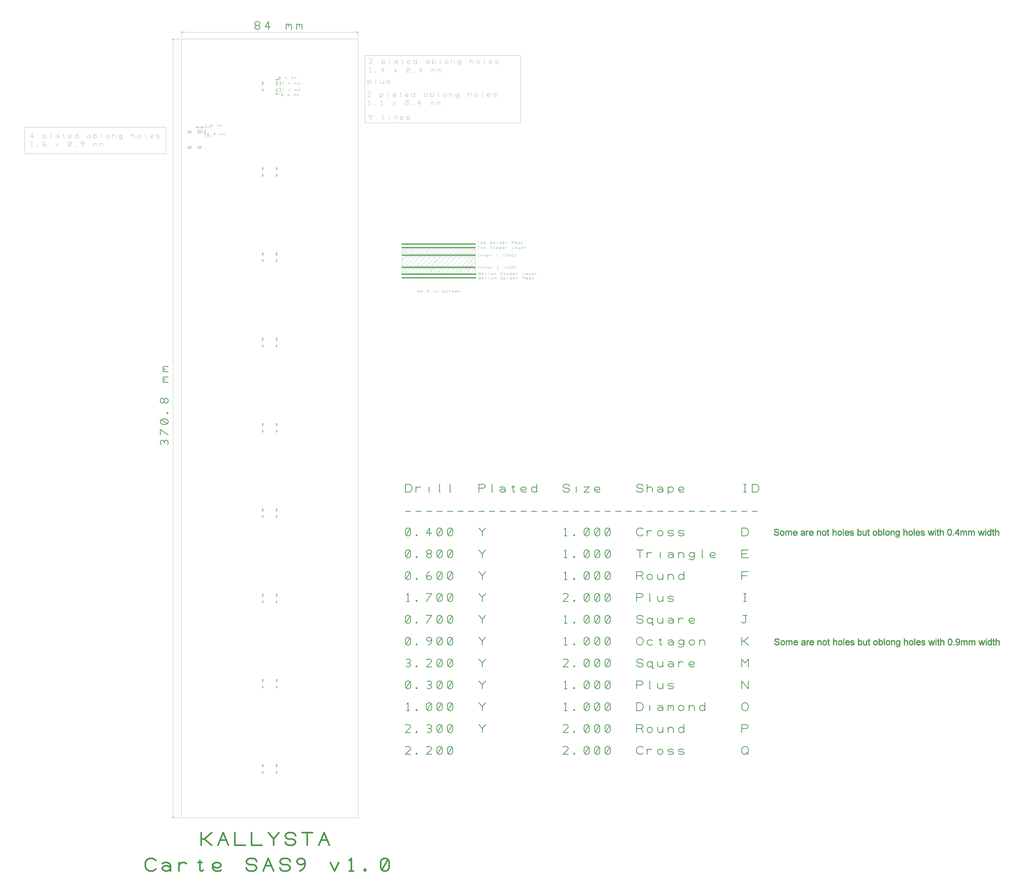
<source format=gbr>
%FSLAX33Y33*%
%MOMM*%
G04 EasyPC Gerber Version 16.0.6 Build 3249 *
%ADD11C,0.02540*%
%ADD10C,0.12000*%
%ADD12C,0.12700*%
%ADD29C,0.30000*%
%ADD148C,0.50000*%
%ADD27C,0.80000*%
X0Y0D02*
D02*
D10*
X10350Y346200D02*
X77600D01*
Y358800*
X10350*
Y346200*
X13475Y349663D02*
X14225D01*
X13850D02*
Y351913D01*
X13475Y351538*
X16288Y349663D02*
X16475Y349850D01*
X16288Y350038*
X16100Y349850*
X16288Y349663*
X19100Y350225D02*
X19288Y350600D01*
X19663Y350788*
X20038*
X20413Y350600*
X20600Y350225*
X20413Y349850*
X20038Y349663*
X19663*
X19288Y349850*
X19100Y350225*
Y350788*
X19288Y351350*
X19663Y351725*
X20038Y351913*
X25100Y349663D02*
X26600Y351163D01*
Y349663D02*
X25100Y351163D01*
X31288Y349850D02*
X31663Y349663D01*
X32038*
X32413Y349850*
X32600Y350225*
Y351350*
X32413Y351725*
X32038Y351913*
X31663*
X31288Y351725*
X31100Y351350*
Y350225*
X31288Y349850*
X32413Y351725*
X34288Y349663D02*
X34475Y349850D01*
X34288Y350038*
X34100Y349850*
X34288Y349663*
X37663D02*
X38038Y349850D01*
X38413Y350225*
X38600Y350788*
Y351350*
X38413Y351725*
X38038Y351913*
X37663*
X37288Y351725*
X37100Y351350*
X37288Y350975*
X37663Y350788*
X38038*
X38413Y350975*
X38600Y351350*
X43100Y349663D02*
Y351163D01*
Y350975D02*
X43288Y351163D01*
X43663*
X43850Y350975*
Y350413*
Y350975D02*
X44038Y351163D01*
X44413*
X44600Y350975*
Y349663*
X46100D02*
Y351163D01*
Y350975D02*
X46288Y351163D01*
X46663*
X46850Y350975*
Y350413*
Y350975D02*
X47038Y351163D01*
X47413*
X47600Y350975*
Y349663*
X14138Y353663D02*
Y355913D01*
X13200Y354413*
X14700*
X19200Y355163D02*
Y353100D01*
Y354225D02*
X19388Y353850D01*
X19763Y353663*
X20138*
X20513Y353850*
X20700Y354225*
Y354600*
X20513Y354975*
X20138Y355163*
X19763*
X19388Y354975*
X19200Y354600*
Y354225*
X23138Y353663D02*
X22950D01*
Y355913*
X25200Y354975D02*
X25575Y355163D01*
X26138*
X26513Y354975*
X26700Y354600*
Y354038*
X26513Y353850*
X26138Y353663*
X25763*
X25388Y353850*
X25200Y354038*
Y354225*
X25388Y354413*
X25763Y354600*
X26138*
X26513Y354413*
X26700Y354225*
Y354038D02*
Y353663D01*
X28575Y355163D02*
X29325D01*
X28950Y355538D02*
Y353850D01*
X29138Y353663*
X29325*
X29513Y353850*
X32700D02*
X32513Y353663D01*
X32138*
X31763*
X31388Y353850*
X31200Y354225*
Y354788*
X31388Y354975*
X31763Y355163*
X32138*
X32513Y354975*
X32700Y354788*
Y354600*
X32513Y354413*
X32138Y354225*
X31763*
X31388Y354413*
X31200Y354600*
X35700D02*
X35513Y354975D01*
X35138Y355163*
X34763*
X34388Y354975*
X34200Y354600*
Y354225*
X34388Y353850*
X34763Y353663*
X35138*
X35513Y353850*
X35700Y354225*
Y353663D02*
Y355913D01*
X40200Y354225D02*
X40388Y353850D01*
X40763Y353663*
X41138*
X41513Y353850*
X41700Y354225*
Y354600*
X41513Y354975*
X41138Y355163*
X40763*
X40388Y354975*
X40200Y354600*
Y354225*
X43200D02*
X43388Y353850D01*
X43763Y353663*
X44138*
X44513Y353850*
X44700Y354225*
Y354600*
X44513Y354975*
X44138Y355163*
X43763*
X43388Y354975*
X43200Y354600*
Y353663D02*
Y355913D01*
X47138Y353663D02*
X46950D01*
Y355913*
X49200Y354225D02*
X49388Y353850D01*
X49763Y353663*
X50138*
X50513Y353850*
X50700Y354225*
Y354600*
X50513Y354975*
X50138Y355163*
X49763*
X49388Y354975*
X49200Y354600*
Y354225*
X52200Y353663D02*
Y355163D01*
Y354600D02*
X52388Y354975D01*
X52763Y355163*
X53138*
X53513Y354975*
X53700Y354600*
Y353663*
X56700Y354600D02*
X56513Y354975D01*
X56138Y355163*
X55763*
X55388Y354975*
X55200Y354600*
Y354413*
X55388Y354038*
X55763Y353850*
X56138*
X56513Y354038*
X56700Y354413*
Y355163D02*
Y353663D01*
X56513Y353288*
X56138Y353100*
X55575*
X55200Y353288*
X61200Y353663D02*
Y355913D01*
Y354600D02*
X61388Y354975D01*
X61763Y355163*
X62138*
X62513Y354975*
X62700Y354600*
Y353663*
X64200Y354225D02*
X64388Y353850D01*
X64763Y353663*
X65138*
X65513Y353850*
X65700Y354225*
Y354600*
X65513Y354975*
X65138Y355163*
X64763*
X64388Y354975*
X64200Y354600*
Y354225*
X68138Y353663D02*
X67950D01*
Y355913*
X71700Y353850D02*
X71513Y353663D01*
X71138*
X70763*
X70388Y353850*
X70200Y354225*
Y354788*
X70388Y354975*
X70763Y355163*
X71138*
X71513Y354975*
X71700Y354788*
Y354600*
X71513Y354413*
X71138Y354225*
X70763*
X70388Y354413*
X70200Y354600*
X73200Y353850D02*
X73575Y353663D01*
X74325*
X74700Y353850*
Y354225*
X74325Y354413*
X73575*
X73200Y354600*
Y354975*
X73575Y355163*
X74325*
X74700Y354975*
X80900Y30050D02*
X81300Y30750D01*
X80950Y30000D02*
X80600Y30750D01*
X80950Y30000D02*
Y400800D01*
Y400750D02*
X81250Y400000D01*
X80950Y400800D02*
X80550Y400000D01*
X84500Y30000D02*
X80500D01*
X84500Y400800D02*
X80500D01*
X85000Y401550D02*
Y404000D01*
Y404050D02*
X85550Y403800D01*
X85850Y403650*
X85000Y404050D02*
X85550Y404300D01*
X85850Y404450*
X85000Y404050D02*
Y404500D01*
X85001Y30008D02*
X169001D01*
Y400808*
X85001*
Y30008*
X92150Y358800D02*
X99050D01*
X92750D02*
X91900Y358400D01*
X92800Y357150D02*
Y358950D01*
Y358800D02*
X91950Y359250D01*
X94350Y357100D02*
Y357250D01*
Y358850*
Y357350D02*
Y357250D01*
Y358800D02*
X95150Y358500D01*
X94350Y358850D02*
Y358950D01*
X94400Y358850D02*
X95200Y359200D01*
X94850Y356900D02*
X96600D01*
X94900Y356000D02*
X96600D01*
X96138Y359131D02*
X96513D01*
X96325D02*
Y360256D01*
X96138Y360069*
X97544Y359131D02*
X97638Y359225D01*
X97544Y359319*
X97450Y359225*
X97544Y359131*
X98950Y359413D02*
X99044Y359600D01*
X99231Y359694*
X99419*
X99606Y359600*
X99700Y359413*
X99606Y359225*
X99419Y359131*
X99231*
X99044Y359225*
X98950Y359413*
Y359694*
X99044Y359975*
X99231Y360163*
X99419Y360256*
X101950Y359131D02*
Y359881D01*
Y359788D02*
X102044Y359881D01*
X102231*
X102325Y359788*
Y359506*
Y359788D02*
X102419Y359881D01*
X102606*
X102700Y359788*
Y359131*
X103450D02*
Y359881D01*
Y359788D02*
X103544Y359881D01*
X103731*
X103825Y359788*
Y359506*
Y359788D02*
X103919Y359881D01*
X104106*
X104200Y359788*
Y359131*
X96350Y355300D02*
Y354600D01*
Y356000D02*
X96100Y355500D01*
X96350Y356950D02*
X96050Y357550D01*
X96350Y357400D02*
Y355300D01*
X96400Y354600D02*
X99400D01*
X96400Y356000D02*
X96550Y355550D01*
X96400Y357000D02*
X96650Y357600D01*
X97344Y355025D02*
X97531Y354931D01*
X97719*
X97906Y355025*
X98000Y355213*
Y355775*
X97906Y355963*
X97719Y356056*
X97531*
X97344Y355963*
X97250Y355775*
Y355213*
X97344Y355025*
X97906Y355963*
X98844Y354931D02*
X98938Y355025D01*
X98844Y355119*
X98750Y355025*
X98844Y354931*
X100531D02*
X100719Y355025D01*
X100906Y355213*
X101000Y355494*
Y355775*
X100906Y355963*
X100719Y356056*
X100531*
X100344Y355963*
X100250Y355775*
X100344Y355588*
X100531Y355494*
X100719*
X100906Y355588*
X101000Y355775*
X103250Y354931D02*
Y355681D01*
Y355588D02*
X103344Y355681D01*
X103531*
X103625Y355588*
Y355306*
Y355588D02*
X103719Y355681D01*
X103906*
X104000Y355588*
Y354931*
X104750D02*
Y355681D01*
Y355588D02*
X104844Y355681D01*
X105031*
X105125Y355588*
Y355306*
Y355588D02*
X105219Y355681D01*
X105406*
X105500Y355588*
Y354931*
X129750Y374600D02*
X132000D01*
X129750Y381550D02*
X132000D01*
X130050D02*
X129600Y381250D01*
X130100Y374600D02*
X129650Y374850D01*
X130100Y374600D02*
X129650Y374300D01*
X130100Y375650D02*
Y374600D01*
Y380500D02*
Y381600D01*
X129550Y381800*
X130550Y374550D02*
X131100Y374350D01*
X130550Y375650D02*
Y374550D01*
Y380500D02*
Y381550D01*
X131000Y381300*
X130550Y381550D02*
X131000Y381850D01*
X130600Y374600D02*
X131050Y374900D01*
X130800Y375800D02*
X132250D01*
X130800Y378950D02*
X132250D01*
X130850Y377200D02*
X132250D01*
X130850Y380350D02*
X132250D01*
X131394Y381925D02*
X131581Y381831D01*
X131769*
X131956Y381925*
X132050Y382113*
Y382675*
X131956Y382863*
X131769Y382956*
X131581*
X131394Y382863*
X131300Y382675*
Y382113*
X131394Y381925*
X131956Y382863*
X132894Y381831D02*
X132988Y381925D01*
X132894Y382019*
X132800Y381925*
X132894Y381831*
X134769D02*
Y382956D01*
X134300Y382206*
X135050*
X137300Y381831D02*
Y382581D01*
Y382488D02*
X137394Y382581D01*
X137581*
X137675Y382488*
Y382206*
Y382488D02*
X137769Y382581D01*
X137956*
X138050Y382488*
Y381831*
X138800D02*
Y382581D01*
Y382488D02*
X138894Y382581D01*
X139081*
X139175Y382488*
Y382206*
Y382488D02*
X139269Y382581D01*
X139456*
X139550Y382488*
Y381831*
X132000Y377150D02*
X132250Y376850D01*
X132000Y377150D02*
X131850Y376800D01*
X132000Y380300D02*
X132250Y380000D01*
X132000Y380300D02*
X131850Y379950D01*
X132050Y375800D02*
X131850Y376150D01*
X132050Y375800D02*
X132250Y376100D01*
X132050Y377150D02*
Y375850D01*
Y378950D02*
X131850Y379300D01*
X132050Y378950D02*
X132250Y379250D01*
X132050Y380300D02*
Y379000D01*
X132594Y373775D02*
X132781Y373681D01*
X132969*
X133156Y373775*
X133250Y373963*
Y374525*
X133156Y374713*
X132969Y374806*
X132781*
X132594Y374713*
X132500Y374525*
Y373963*
X132594Y373775*
X133156Y374713*
X134094Y373681D02*
X134188Y373775D01*
X134094Y373869*
X134000Y373775*
X134094Y373681*
X135969D02*
Y374806D01*
X135500Y374056*
X136250*
X138500Y373681D02*
Y374431D01*
Y374338D02*
X138594Y374431D01*
X138781*
X138875Y374338*
Y374056*
Y374338D02*
X138969Y374431D01*
X139156*
X139250Y374338*
Y373681*
X140000D02*
Y374431D01*
Y374338D02*
X140094Y374431D01*
X140281*
X140375Y374338*
Y374056*
Y374338D02*
X140469Y374431D01*
X140656*
X140750Y374338*
Y373681*
X133088Y375981D02*
X133463D01*
X133275D02*
Y377106D01*
X133088Y376919*
X134494Y375981D02*
X134588Y376075D01*
X134494Y376169*
X134400Y376075*
X134494Y375981*
X136088D02*
X136463D01*
X136275D02*
Y377106D01*
X136088Y376919*
X138900Y375981D02*
Y376731D01*
Y376638D02*
X138994Y376731D01*
X139181*
X139275Y376638*
Y376356*
Y376638D02*
X139369Y376731D01*
X139556*
X139650Y376638*
Y375981*
X140400D02*
Y376731D01*
Y376638D02*
X140494Y376731D01*
X140681*
X140775Y376638*
Y376356*
Y376638D02*
X140869Y376731D01*
X141056*
X141150Y376638*
Y375981*
X133088Y379131D02*
X133463D01*
X133275D02*
Y380256D01*
X133088Y380069*
X134494Y379131D02*
X134588Y379225D01*
X134494Y379319*
X134400Y379225*
X134494Y379131*
X136369D02*
Y380256D01*
X135900Y379506*
X136650*
X138900Y379131D02*
Y379881D01*
Y379788D02*
X138994Y379881D01*
X139181*
X139275Y379788*
Y379506*
Y379788D02*
X139369Y379881D01*
X139556*
X139650Y379788*
Y379131*
X140400D02*
Y379881D01*
Y379788D02*
X140494Y379881D01*
X140681*
X140775Y379788*
Y379506*
Y379788D02*
X140869Y379881D01*
X141056*
X141150Y379788*
Y379131*
X168950Y404100D02*
X168450Y404300D01*
X168100Y404450*
X169000Y401500D02*
Y404500D01*
Y404050D02*
X168100Y403700D01*
X169000Y404050D02*
X85000D01*
X172250Y360900D02*
X246250D01*
Y393000*
X172250*
Y360900*
X174950Y373313D02*
X173450D01*
X174763Y374625*
X174950Y375000*
X174763Y375375*
X174388Y375563*
X173825*
X173450Y375375*
X179450Y374813D02*
Y372750D01*
Y373875D02*
X179638Y373500D01*
X180013Y373313*
X180388*
X180763Y373500*
X180950Y373875*
Y374250*
X180763Y374625*
X180388Y374813*
X180013*
X179638Y374625*
X179450Y374250*
Y373875*
X183388Y373313D02*
X183200D01*
Y375563*
X185450Y374625D02*
X185825Y374813D01*
X186388*
X186763Y374625*
X186950Y374250*
Y373688*
X186763Y373500*
X186388Y373313*
X186013*
X185638Y373500*
X185450Y373688*
Y373875*
X185638Y374063*
X186013Y374250*
X186388*
X186763Y374063*
X186950Y373875*
Y373688D02*
Y373313D01*
X188825Y374813D02*
X189575D01*
X189200Y375188D02*
Y373500D01*
X189388Y373313*
X189575*
X189763Y373500*
X192950D02*
X192763Y373313D01*
X192388*
X192013*
X191638Y373500*
X191450Y373875*
Y374438*
X191638Y374625*
X192013Y374813*
X192388*
X192763Y374625*
X192950Y374438*
Y374250*
X192763Y374063*
X192388Y373875*
X192013*
X191638Y374063*
X191450Y374250*
X195950D02*
X195763Y374625D01*
X195388Y374813*
X195013*
X194638Y374625*
X194450Y374250*
Y373875*
X194638Y373500*
X195013Y373313*
X195388*
X195763Y373500*
X195950Y373875*
Y373313D02*
Y375563D01*
X200450Y373875D02*
X200638Y373500D01*
X201013Y373313*
X201388*
X201763Y373500*
X201950Y373875*
Y374250*
X201763Y374625*
X201388Y374813*
X201013*
X200638Y374625*
X200450Y374250*
Y373875*
X203450D02*
X203638Y373500D01*
X204013Y373313*
X204388*
X204763Y373500*
X204950Y373875*
Y374250*
X204763Y374625*
X204388Y374813*
X204013*
X203638Y374625*
X203450Y374250*
Y373313D02*
Y375563D01*
X207388Y373313D02*
X207200D01*
Y375563*
X209450Y373875D02*
X209638Y373500D01*
X210013Y373313*
X210388*
X210763Y373500*
X210950Y373875*
Y374250*
X210763Y374625*
X210388Y374813*
X210013*
X209638Y374625*
X209450Y374250*
Y373875*
X212450Y373313D02*
Y374813D01*
Y374250D02*
X212638Y374625D01*
X213013Y374813*
X213388*
X213763Y374625*
X213950Y374250*
Y373313*
X216950Y374250D02*
X216763Y374625D01*
X216388Y374813*
X216013*
X215638Y374625*
X215450Y374250*
Y374063*
X215638Y373688*
X216013Y373500*
X216388*
X216763Y373688*
X216950Y374063*
Y374813D02*
Y373313D01*
X216763Y372938*
X216388Y372750*
X215825*
X215450Y372938*
X221450Y373313D02*
Y375563D01*
Y374250D02*
X221638Y374625D01*
X222013Y374813*
X222388*
X222763Y374625*
X222950Y374250*
Y373313*
X224450Y373875D02*
X224638Y373500D01*
X225013Y373313*
X225388*
X225763Y373500*
X225950Y373875*
Y374250*
X225763Y374625*
X225388Y374813*
X225013*
X224638Y374625*
X224450Y374250*
Y373875*
X228388Y373313D02*
X228200D01*
Y375563*
X231950Y373500D02*
X231763Y373313D01*
X231388*
X231013*
X230638Y373500*
X230450Y373875*
Y374438*
X230638Y374625*
X231013Y374813*
X231388*
X231763Y374625*
X231950Y374438*
Y374250*
X231763Y374063*
X231388Y373875*
X231013*
X230638Y374063*
X230450Y374250*
X233450Y373500D02*
X233825Y373313D01*
X234575*
X234950Y373500*
Y373875*
X234575Y374063*
X233825*
X233450Y374250*
Y374625*
X233825Y374813*
X234575*
X234950Y374625*
X173875Y369313D02*
X174625D01*
X174250D02*
Y371563D01*
X173875Y371188*
X176688Y369313D02*
X176875Y369500D01*
X176688Y369688*
X176500Y369500*
X176688Y369313*
X179875D02*
X180625D01*
X180250D02*
Y371563D01*
X179875Y371188*
X185500Y369313D02*
X187000Y370813D01*
Y369313D02*
X185500Y370813D01*
X191688Y369500D02*
X192063Y369313D01*
X192438*
X192813Y369500*
X193000Y369875*
Y371000*
X192813Y371375*
X192438Y371563*
X192063*
X191688Y371375*
X191500Y371000*
Y369875*
X191688Y369500*
X192813Y371375*
X194688Y369313D02*
X194875Y369500D01*
X194688Y369688*
X194500Y369500*
X194688Y369313*
X198438D02*
Y371563D01*
X197500Y370063*
X199000*
X203500Y369313D02*
Y370813D01*
Y370625D02*
X203688Y370813D01*
X204063*
X204250Y370625*
Y370063*
Y370625D02*
X204438Y370813D01*
X204813*
X205000Y370625*
Y369313*
X206500D02*
Y370813D01*
Y370625D02*
X206688Y370813D01*
X207063*
X207250Y370625*
Y370063*
Y370625D02*
X207438Y370813D01*
X207813*
X208000Y370625*
Y369313*
X173700Y381113D02*
Y379050D01*
Y380175D02*
X173888Y379800D01*
X174263Y379613*
X174638*
X175013Y379800*
X175200Y380175*
Y380550*
X175013Y380925*
X174638Y381113*
X174263*
X173888Y380925*
X173700Y380550*
Y380175*
X177638Y379613D02*
X177450D01*
Y381863*
X179700Y381113D02*
Y380175D01*
X179888Y379800*
X180263Y379613*
X180638*
X181013Y379800*
X181200Y380175*
Y381113D02*
Y379613D01*
X182700Y379800D02*
X183075Y379613D01*
X183825*
X184200Y379800*
Y380175*
X183825Y380363*
X183075*
X182700Y380550*
Y380925*
X183075Y381113*
X183825*
X184200Y380925*
X174613Y362463D02*
X174988Y362650D01*
X175363Y363025*
X175550Y363588*
Y364150*
X175363Y364525*
X174988Y364713*
X174613*
X174238Y364525*
X174050Y364150*
X174238Y363775*
X174613Y363588*
X174988*
X175363Y363775*
X175550Y364150*
X180425Y363963D02*
X181175D01*
X180800Y364338D02*
Y362650D01*
X180988Y362463*
X181175*
X181363Y362650*
X183800Y362463D02*
Y363963D01*
Y364525D02*
X186050Y362463*
Y363963D01*
Y363775D02*
X186238Y363963D01*
X186613*
X186800Y363775*
Y363213*
Y363775D02*
X186988Y363963D01*
X187363*
X187550Y363775*
Y362463*
X190550Y362650D02*
X190363Y362463D01*
X189988*
X189613*
X189238Y362650*
X189050Y363025*
Y363588*
X189238Y363775*
X189613Y363963*
X189988*
X190363Y363775*
X190550Y363588*
Y363400*
X190363Y363213*
X189988Y363025*
X189613*
X189238Y363213*
X189050Y363400*
X192050Y362650D02*
X192425Y362463D01*
X193175*
X193550Y362650*
Y363025*
X193175Y363213*
X192425*
X192050Y363400*
Y363775*
X192425Y363963*
X193175*
X193550Y363775*
X174475Y384863D02*
X175225D01*
X174850D02*
Y387113D01*
X174475Y386738*
X177288Y384863D02*
X177475Y385050D01*
X177288Y385238*
X177100Y385050*
X177288Y384863*
X181038D02*
Y387113D01*
X180100Y385613*
X181600*
X186100Y384863D02*
X187600Y386363D01*
Y384863D02*
X186100Y386363D01*
X192288Y385050D02*
X192663Y384863D01*
X193038*
X193413Y385050*
X193600Y385425*
Y386550*
X193413Y386925*
X193038Y387113*
X192663*
X192288Y386925*
X192100Y386550*
Y385425*
X192288Y385050*
X193413Y386925*
X195288Y384863D02*
X195475Y385050D01*
X195288Y385238*
X195100Y385050*
X195288Y384863*
X199038D02*
Y387113D01*
X198100Y385613*
X199600*
X204100Y384863D02*
Y386363D01*
Y386175D02*
X204288Y386363D01*
X204663*
X204850Y386175*
Y385613*
Y386175D02*
X205038Y386363D01*
X205413*
X205600Y386175*
Y384863*
X207100D02*
Y386363D01*
Y386175D02*
X207288Y386363D01*
X207663*
X207850Y386175*
Y385613*
Y386175D02*
X208038Y386363D01*
X208413*
X208600Y386175*
Y384863*
X175850Y389063D02*
X174350D01*
X175663Y390375*
X175850Y390750*
X175663Y391125*
X175288Y391313*
X174725*
X174350Y391125*
X180350Y390563D02*
Y388500D01*
Y389625D02*
X180538Y389250D01*
X180913Y389063*
X181288*
X181663Y389250*
X181850Y389625*
Y390000*
X181663Y390375*
X181288Y390563*
X180913*
X180538Y390375*
X180350Y390000*
Y389625*
X184288Y389063D02*
X184100D01*
Y391313*
X186350Y390375D02*
X186725Y390563D01*
X187288*
X187663Y390375*
X187850Y390000*
Y389438*
X187663Y389250*
X187288Y389063*
X186913*
X186538Y389250*
X186350Y389438*
Y389625*
X186538Y389813*
X186913Y390000*
X187288*
X187663Y389813*
X187850Y389625*
Y389438D02*
Y389063D01*
X189725Y390563D02*
X190475D01*
X190100Y390938D02*
Y389250D01*
X190288Y389063*
X190475*
X190663Y389250*
X193850D02*
X193663Y389063D01*
X193288*
X192913*
X192538Y389250*
X192350Y389625*
Y390188*
X192538Y390375*
X192913Y390563*
X193288*
X193663Y390375*
X193850Y390188*
Y390000*
X193663Y389813*
X193288Y389625*
X192913*
X192538Y389813*
X192350Y390000*
X196850D02*
X196663Y390375D01*
X196288Y390563*
X195913*
X195538Y390375*
X195350Y390000*
Y389625*
X195538Y389250*
X195913Y389063*
X196288*
X196663Y389250*
X196850Y389625*
Y389063D02*
Y391313D01*
X201350Y389625D02*
X201538Y389250D01*
X201913Y389063*
X202288*
X202663Y389250*
X202850Y389625*
Y390000*
X202663Y390375*
X202288Y390563*
X201913*
X201538Y390375*
X201350Y390000*
Y389625*
X204350D02*
X204538Y389250D01*
X204913Y389063*
X205288*
X205663Y389250*
X205850Y389625*
Y390000*
X205663Y390375*
X205288Y390563*
X204913*
X204538Y390375*
X204350Y390000*
Y389063D02*
Y391313D01*
X208288Y389063D02*
X208100D01*
Y391313*
X210350Y389625D02*
X210538Y389250D01*
X210913Y389063*
X211288*
X211663Y389250*
X211850Y389625*
Y390000*
X211663Y390375*
X211288Y390563*
X210913*
X210538Y390375*
X210350Y390000*
Y389625*
X213350Y389063D02*
Y390563D01*
Y390000D02*
X213538Y390375D01*
X213913Y390563*
X214288*
X214663Y390375*
X214850Y390000*
Y389063*
X217850Y390000D02*
X217663Y390375D01*
X217288Y390563*
X216913*
X216538Y390375*
X216350Y390000*
Y389813*
X216538Y389438*
X216913Y389250*
X217288*
X217663Y389438*
X217850Y389813*
Y390563D02*
Y389063D01*
X217663Y388688*
X217288Y388500*
X216725*
X216350Y388688*
X222350Y389063D02*
Y391313D01*
Y390000D02*
X222538Y390375D01*
X222913Y390563*
X223288*
X223663Y390375*
X223850Y390000*
Y389063*
X225350Y389625D02*
X225538Y389250D01*
X225913Y389063*
X226288*
X226663Y389250*
X226850Y389625*
Y390000*
X226663Y390375*
X226288Y390563*
X225913*
X225538Y390375*
X225350Y390000*
Y389625*
X229288Y389063D02*
X229100D01*
Y391313*
X232850Y389250D02*
X232663Y389063D01*
X232288*
X231913*
X231538Y389250*
X231350Y389625*
Y390188*
X231538Y390375*
X231913Y390563*
X232288*
X232663Y390375*
X232850Y390188*
Y390000*
X232663Y389813*
X232288Y389625*
X231913*
X231538Y389813*
X231350Y390000*
X234350Y389250D02*
X234725Y389063D01*
X235475*
X235850Y389250*
Y389625*
X235475Y389813*
X234725*
X234350Y390000*
Y390375*
X234725Y390563*
X235475*
X235850Y390375*
X189950Y292700D02*
X224850D01*
Y297200*
X189950*
Y292700*
Y292800D02*
X194325Y297175D01*
X189950Y295050D02*
X192075Y297175D01*
X189950Y298500D02*
X224700D01*
Y300850*
X189950*
Y298500*
X190000Y289250D02*
X224750D01*
Y291600*
X190000*
Y289250*
Y298600D02*
X192250Y300850D01*
X190050Y289350D02*
X192300Y291600D01*
X191550Y298550D02*
X193825Y300825D01*
X191600Y289300D02*
X193875Y291575D01*
X192100Y292750D02*
X196475Y297125D01*
X193300Y298550D02*
X195575Y300825D01*
X193350Y289300D02*
X195625Y291575D01*
X194100Y292750D02*
X198475Y297125D01*
X195150Y298600D02*
X197425Y300875D01*
X195200Y289350D02*
X197475Y291625D01*
X196650Y292800D02*
X201025Y297175D01*
X197100Y298550D02*
X199375Y300825D01*
X197150Y289300D02*
X199425Y291575D01*
X197250Y280231D02*
Y281356D01*
X198188Y280231*
Y281356*
X198750Y280513D02*
X198844Y280325D01*
X199031Y280231*
X199219*
X199406Y280325*
X199500Y280513*
Y280700*
X199406Y280888*
X199219Y280981*
X199031*
X198844Y280888*
X198750Y280700*
Y280513*
X201750D02*
X201844Y280325D01*
X202031Y280231*
X202406*
X202594Y280325*
X202688Y280513*
X202594Y280700*
X202406Y280794*
X202031*
X201844Y280888*
X201750Y281075*
X201844Y281263*
X202031Y281356*
X202406*
X202594Y281263*
X202688Y281075*
X203625Y280231D02*
Y280981D01*
Y281263D02*
X205219Y280231*
X205125D01*
Y281356*
X206250Y280231D02*
Y281356D01*
Y280606D02*
X206531D01*
X207000Y280981*
X206531Y280606D02*
X207000Y280231D01*
X209250Y280325D02*
X209438Y280231D01*
X209813*
X210000Y280325*
Y280513*
X209813Y280606*
X209438*
X209250Y280700*
Y280888*
X209438Y280981*
X209813*
X210000Y280888*
X211500D02*
X211313Y280981D01*
X211031*
X210844Y280888*
X210750Y280700*
Y280513*
X210844Y280325*
X211031Y280231*
X211313*
X211500Y280325*
X212250Y280231D02*
Y280981D01*
Y280700D02*
X212344Y280888D01*
X212531Y280981*
X212719*
X212906Y280888*
X214500Y280325D02*
X214406Y280231D01*
X214219*
X214031*
X213844Y280325*
X213750Y280513*
Y280794*
X213844Y280888*
X214031Y280981*
X214219*
X214406Y280888*
X214500Y280794*
Y280700*
X214406Y280606*
X214219Y280513*
X214031*
X213844Y280606*
X213750Y280700*
X216000Y280325D02*
X215906Y280231D01*
X215719*
X215531*
X215344Y280325*
X215250Y280513*
Y280794*
X215344Y280888*
X215531Y280981*
X215719*
X215906Y280888*
X216000Y280794*
Y280700*
X215906Y280606*
X215719Y280513*
X215531*
X215344Y280606*
X215250Y280700*
X216750Y280231D02*
Y280981D01*
Y280700D02*
X216844Y280888D01*
X217031Y280981*
X217219*
X217406Y280888*
X217500Y280700*
Y280231*
X199000Y298550D02*
X201275Y300825D01*
X199050Y289300D02*
X201325Y291575D01*
X199050Y292800D02*
X203425Y297175D01*
X200750Y298550D02*
X203025Y300825D01*
X200800Y289300D02*
X203075Y291575D01*
X201500Y292750D02*
X205875Y297125D01*
X202650Y298550D02*
X204925Y300825D01*
X202700Y289300D02*
X204975Y291575D01*
X203800Y292800D02*
X208175Y297175D01*
X204500Y298550D02*
X206775Y300825D01*
X204550Y289300D02*
X206825Y291575D01*
X206300Y292750D02*
X210675Y297125D01*
X206350Y298500D02*
X208625Y300775D01*
X206400Y289250D02*
X208675Y291525D01*
X208450Y298550D02*
X210725Y300825D01*
X208500Y289300D02*
X210775Y291575D01*
X208850Y292800D02*
X213225Y297175D01*
X210500Y298550D02*
X212775Y300825D01*
X210550Y289300D02*
X212825Y291575D01*
X211150Y292750D02*
X215525Y297125D01*
X212600Y298550D02*
X214875Y300825D01*
X212650Y289300D02*
X214925Y291575D01*
X213650Y292750D02*
X218025Y297125D01*
X214650Y298500D02*
X216925Y300775D01*
X214700Y289250D02*
X216975Y291525D01*
X216100Y292800D02*
X220475Y297175D01*
X216700Y298550D02*
X218975Y300825D01*
X216750Y289300D02*
X219025Y291575D01*
X218500Y292800D02*
X222875Y297175D01*
X218600Y298550D02*
X220875Y300825D01*
X218650Y289300D02*
X220925Y291575D01*
X220250Y298500D02*
X222525Y300775D01*
X220300Y289250D02*
X222575Y291525D01*
X220400Y292750D02*
X224775Y297125D01*
X222350Y298550D02*
X224625Y300825D01*
X222400Y289300D02*
X224675Y291575D01*
X222600Y292800D02*
X224800Y295000D01*
X226269Y303331D02*
Y304456D01*
X225800D02*
X226738D01*
X227300Y303613D02*
X227394Y303425D01*
X227581Y303331*
X227769*
X227956Y303425*
X228050Y303613*
Y303800*
X227956Y303988*
X227769Y304081*
X227581*
X227394Y303988*
X227300Y303800*
Y303613*
X228800Y304081D02*
Y303050D01*
Y303613D02*
X228894Y303425D01*
X229081Y303331*
X229269*
X229456Y303425*
X229550Y303613*
Y303800*
X229456Y303988*
X229269Y304081*
X229081*
X228894Y303988*
X228800Y303800*
Y303613*
X231800D02*
X231894Y303425D01*
X232081Y303331*
X232456*
X232644Y303425*
X232738Y303613*
X232644Y303800*
X232456Y303894*
X232081*
X231894Y303988*
X231800Y304175*
X231894Y304363*
X232081Y304456*
X232456*
X232644Y304363*
X232738Y304175*
X233300Y303613D02*
X233394Y303425D01*
X233581Y303331*
X233769*
X233956Y303425*
X234050Y303613*
Y303800*
X233956Y303988*
X233769Y304081*
X233581*
X233394Y303988*
X233300Y303800*
Y303613*
X235269Y303331D02*
X235175D01*
Y304456*
X237050Y303800D02*
X236956Y303988D01*
X236769Y304081*
X236581*
X236394Y303988*
X236300Y303800*
Y303613*
X236394Y303425*
X236581Y303331*
X236769*
X236956Y303425*
X237050Y303613*
Y303331D02*
Y304456D01*
X238550Y303425D02*
X238456Y303331D01*
X238269*
X238081*
X237894Y303425*
X237800Y303613*
Y303894*
X237894Y303988*
X238081Y304081*
X238269*
X238456Y303988*
X238550Y303894*
Y303800*
X238456Y303706*
X238269Y303613*
X238081*
X237894Y303706*
X237800Y303800*
X239300Y303331D02*
Y304081D01*
Y303800D02*
X239394Y303988D01*
X239581Y304081*
X239769*
X239956Y303988*
X242300Y303331D02*
Y304456D01*
X242769Y303894*
X243238Y304456*
Y303331*
X243800Y303988D02*
X243988Y304081D01*
X244269*
X244456Y303988*
X244550Y303800*
Y303519*
X244456Y303425*
X244269Y303331*
X244081*
X243894Y303425*
X243800Y303519*
Y303613*
X243894Y303706*
X244081Y303800*
X244269*
X244456Y303706*
X244550Y303613*
Y303519D02*
Y303331D01*
X245300Y303425D02*
X245488Y303331D01*
X245863*
X246050Y303425*
Y303613*
X245863Y303706*
X245488*
X245300Y303800*
Y303988*
X245488Y304081*
X245863*
X246050Y303988*
X246800Y303331D02*
Y304456D01*
Y303706D02*
X247081D01*
X247550Y304081*
X247081Y303706D02*
X247550Y303331D01*
X226131Y297231D02*
X226506D01*
X226319D02*
Y298356D01*
X226131D02*
X226506D01*
X227350Y297231D02*
Y297981D01*
Y297700D02*
X227444Y297888D01*
X227631Y297981*
X227819*
X228006Y297888*
X228100Y297700*
Y297231*
X228850D02*
Y297981D01*
Y297700D02*
X228944Y297888D01*
X229131Y297981*
X229319*
X229506Y297888*
X229600Y297700*
Y297231*
X231100Y297325D02*
X231006Y297231D01*
X230819*
X230631*
X230444Y297325*
X230350Y297513*
Y297794*
X230444Y297888*
X230631Y297981*
X230819*
X231006Y297888*
X231100Y297794*
Y297700*
X231006Y297606*
X230819Y297513*
X230631*
X230444Y297606*
X230350Y297700*
X231850Y297231D02*
Y297981D01*
Y297700D02*
X231944Y297888D01*
X232131Y297981*
X232319*
X232506Y297888*
X235038Y297231D02*
X235413D01*
X235225D02*
Y298356D01*
X235038Y298169*
X238506Y297231D02*
X238319Y297513D01*
Y298169*
X238506Y298356*
X240006Y297700D02*
X240288D01*
Y297606*
X240194Y297419*
X240100Y297325*
X239913Y297231*
X239725*
X239538Y297325*
X239444Y297419*
X239350Y297606*
Y297981*
X239444Y298169*
X239538Y298263*
X239725Y298356*
X239913*
X240100Y298263*
X240194Y298169*
X240288Y297981*
X240850Y297231D02*
Y298356D01*
X241788Y297231*
Y298356*
X242350Y297231D02*
Y298356D01*
X242913*
X243100Y298263*
X243194Y298169*
X243288Y297981*
Y297606*
X243194Y297419*
X243100Y297325*
X242913Y297231*
X242350*
X244131D02*
X244319Y297513D01*
Y298169*
X244131Y298356*
X226319Y301031D02*
Y302156D01*
X225850D02*
X226788D01*
X227350Y301313D02*
X227444Y301125D01*
X227631Y301031*
X227819*
X228006Y301125*
X228100Y301313*
Y301500*
X228006Y301688*
X227819Y301781*
X227631*
X227444Y301688*
X227350Y301500*
Y301313*
X228850Y301781D02*
Y300750D01*
Y301313D02*
X228944Y301125D01*
X229131Y301031*
X229319*
X229506Y301125*
X229600Y301313*
Y301500*
X229506Y301688*
X229319Y301781*
X229131*
X228944Y301688*
X228850Y301500*
Y301313*
X232788Y301219D02*
X232694Y301125D01*
X232506Y301031*
X232225*
X232038Y301125*
X231944Y301219*
X231850Y301406*
Y301781*
X231944Y301969*
X232038Y302063*
X232225Y302156*
X232506*
X232694Y302063*
X232788Y301969*
X233350Y301313D02*
X233444Y301125D01*
X233631Y301031*
X233819*
X234006Y301125*
X234100Y301313*
Y301500*
X234006Y301688*
X233819Y301781*
X233631*
X233444Y301688*
X233350Y301500*
Y301313*
X234850Y301781D02*
Y300750D01*
Y301313D02*
X234944Y301125D01*
X235131Y301031*
X235319*
X235506Y301125*
X235600Y301313*
Y301500*
X235506Y301688*
X235319Y301781*
X235131*
X234944Y301688*
X234850Y301500*
Y301313*
X236350Y301781D02*
Y300750D01*
Y301313D02*
X236444Y301125D01*
X236631Y301031*
X236819*
X237006Y301125*
X237100Y301313*
Y301500*
X237006Y301688*
X236819Y301781*
X236631*
X236444Y301688*
X236350Y301500*
Y301313*
X238600Y301125D02*
X238506Y301031D01*
X238319*
X238131*
X237944Y301125*
X237850Y301313*
Y301594*
X237944Y301688*
X238131Y301781*
X238319*
X238506Y301688*
X238600Y301594*
Y301500*
X238506Y301406*
X238319Y301313*
X238131*
X237944Y301406*
X237850Y301500*
X239350Y301031D02*
Y301781D01*
Y301500D02*
X239444Y301688D01*
X239631Y301781*
X239819*
X240006Y301688*
X242350Y302156D02*
Y301031D01*
X243288*
X243850Y301688D02*
X244038Y301781D01*
X244319*
X244506Y301688*
X244600Y301500*
Y301219*
X244506Y301125*
X244319Y301031*
X244131*
X243944Y301125*
X243850Y301219*
Y301313*
X243944Y301406*
X244131Y301500*
X244319*
X244506Y301406*
X244600Y301313*
Y301219D02*
Y301031D01*
X245350Y301781D02*
X245444Y301406D01*
X245631Y301219*
X245819*
X246006Y301406*
X246100Y301781*
X246006Y301406D02*
X245913Y301031D01*
X245819Y300844*
X245631Y300750*
X245444Y300844*
X247600Y301125D02*
X247506Y301031D01*
X247319*
X247131*
X246944Y301125*
X246850Y301313*
Y301594*
X246944Y301688*
X247131Y301781*
X247319*
X247506Y301688*
X247600Y301594*
Y301500*
X247506Y301406*
X247319Y301313*
X247131*
X246944Y301406*
X246850Y301500*
X248350Y301031D02*
Y301781D01*
Y301500D02*
X248444Y301688D01*
X248631Y301781*
X248819*
X249006Y301688*
X226331Y291481D02*
X226706D01*
X226519D02*
Y292606D01*
X226331D02*
X226706D01*
X227550Y291481D02*
Y292231D01*
Y291950D02*
X227644Y292138D01*
X227831Y292231*
X228019*
X228206Y292138*
X228300Y291950*
Y291481*
X229050D02*
Y292231D01*
Y291950D02*
X229144Y292138D01*
X229331Y292231*
X229519*
X229706Y292138*
X229800Y291950*
Y291481*
X231300Y291575D02*
X231206Y291481D01*
X231019*
X230831*
X230644Y291575*
X230550Y291763*
Y292044*
X230644Y292138*
X230831Y292231*
X231019*
X231206Y292138*
X231300Y292044*
Y291950*
X231206Y291856*
X231019Y291763*
X230831*
X230644Y291856*
X230550Y291950*
X232050Y291481D02*
Y292231D01*
Y291950D02*
X232144Y292138D01*
X232331Y292231*
X232519*
X232706Y292138*
X235800Y291481D02*
X235050D01*
X235706Y292138*
X235800Y292325*
X235706Y292513*
X235519Y292606*
X235238*
X235050Y292513*
X238706Y291481D02*
X238519Y291763D01*
Y292419*
X238706Y292606*
X239550D02*
X240019Y291481D01*
X240488Y292606*
X241050Y291481D02*
Y292606D01*
X241613*
X241800Y292513*
X241894Y292419*
X241988Y292231*
Y291856*
X241894Y291669*
X241800Y291575*
X241613Y291481*
X241050*
X242550D02*
Y292606D01*
X243113*
X243300Y292513*
X243394Y292419*
X243488Y292231*
Y291856*
X243394Y291669*
X243300Y291575*
X243113Y291481*
X242550*
X244331D02*
X244519Y291763D01*
Y292419*
X244331Y292606*
X227006Y289144D02*
X227194Y289050D01*
X227288Y288863*
X227194Y288675*
X227006Y288581*
X226350*
Y289706*
X227006*
X227194Y289613*
X227288Y289425*
X227194Y289238*
X227006Y289144*
X226350*
X227850Y288863D02*
X227944Y288675D01*
X228131Y288581*
X228319*
X228506Y288675*
X228600Y288863*
Y289050*
X228506Y289238*
X228319Y289331*
X228131*
X227944Y289238*
X227850Y289050*
Y288863*
X229538Y289331D02*
X229913D01*
X229725Y289519D02*
Y288675D01*
X229819Y288581*
X229913*
X230006Y288675*
X231038Y289331D02*
X231413D01*
X231225Y289519D02*
Y288675D01*
X231319Y288581*
X231413*
X231506Y288675*
X232350Y288863D02*
X232444Y288675D01*
X232631Y288581*
X232819*
X233006Y288675*
X233100Y288863*
Y289050*
X233006Y289238*
X232819Y289331*
X232631*
X232444Y289238*
X232350Y289050*
Y288863*
X233850Y288581D02*
Y289331D01*
Y289238D02*
X233944Y289331D01*
X234131*
X234225Y289238*
Y288956*
Y289238D02*
X234319Y289331D01*
X234506*
X234600Y289238*
Y288581*
X237788Y288769D02*
X237694Y288675D01*
X237506Y288581*
X237225*
X237038Y288675*
X236944Y288769*
X236850Y288956*
Y289331*
X236944Y289519*
X237038Y289613*
X237225Y289706*
X237506*
X237694Y289613*
X237788Y289519*
X238350Y288863D02*
X238444Y288675D01*
X238631Y288581*
X238819*
X239006Y288675*
X239100Y288863*
Y289050*
X239006Y289238*
X238819Y289331*
X238631*
X238444Y289238*
X238350Y289050*
Y288863*
X239850Y289331D02*
Y288300D01*
Y288863D02*
X239944Y288675D01*
X240131Y288581*
X240319*
X240506Y288675*
X240600Y288863*
Y289050*
X240506Y289238*
X240319Y289331*
X240131*
X239944Y289238*
X239850Y289050*
Y288863*
X241350Y289331D02*
Y288300D01*
Y288863D02*
X241444Y288675D01*
X241631Y288581*
X241819*
X242006Y288675*
X242100Y288863*
Y289050*
X242006Y289238*
X241819Y289331*
X241631*
X241444Y289238*
X241350Y289050*
Y288863*
X243600Y288675D02*
X243506Y288581D01*
X243319*
X243131*
X242944Y288675*
X242850Y288863*
Y289144*
X242944Y289238*
X243131Y289331*
X243319*
X243506Y289238*
X243600Y289144*
Y289050*
X243506Y288956*
X243319Y288863*
X243131*
X242944Y288956*
X242850Y289050*
X244350Y288581D02*
Y289331D01*
Y289050D02*
X244444Y289238D01*
X244631Y289331*
X244819*
X245006Y289238*
X247350Y289706D02*
Y288581D01*
X248288*
X248850Y289238D02*
X249038Y289331D01*
X249319*
X249506Y289238*
X249600Y289050*
Y288769*
X249506Y288675*
X249319Y288581*
X249131*
X248944Y288675*
X248850Y288769*
Y288863*
X248944Y288956*
X249131Y289050*
X249319*
X249506Y288956*
X249600Y288863*
Y288769D02*
Y288581D01*
X250350Y289331D02*
X250444Y288956D01*
X250631Y288769*
X250819*
X251006Y288956*
X251100Y289331*
X251006Y288956D02*
X250913Y288581D01*
X250819Y288394*
X250631Y288300*
X250444Y288394*
X252600Y288675D02*
X252506Y288581D01*
X252319*
X252131*
X251944Y288675*
X251850Y288863*
Y289144*
X251944Y289238*
X252131Y289331*
X252319*
X252506Y289238*
X252600Y289144*
Y289050*
X252506Y288956*
X252319Y288863*
X252131*
X251944Y288956*
X251850Y289050*
X253350Y288581D02*
Y289331D01*
Y289050D02*
X253444Y289238D01*
X253631Y289331*
X253819*
X254006Y289238*
X227056Y286994D02*
X227244Y286900D01*
X227338Y286713*
X227244Y286525*
X227056Y286431*
X226400*
Y287556*
X227056*
X227244Y287463*
X227338Y287275*
X227244Y287088*
X227056Y286994*
X226400*
X227900Y286713D02*
X227994Y286525D01*
X228181Y286431*
X228369*
X228556Y286525*
X228650Y286713*
Y286900*
X228556Y287088*
X228369Y287181*
X228181*
X227994Y287088*
X227900Y286900*
Y286713*
X229588Y287181D02*
X229963D01*
X229775Y287369D02*
Y286525D01*
X229869Y286431*
X229963*
X230056Y286525*
X231088Y287181D02*
X231463D01*
X231275Y287369D02*
Y286525D01*
X231369Y286431*
X231463*
X231556Y286525*
X232400Y286713D02*
X232494Y286525D01*
X232681Y286431*
X232869*
X233056Y286525*
X233150Y286713*
Y286900*
X233056Y287088*
X232869Y287181*
X232681*
X232494Y287088*
X232400Y286900*
Y286713*
X233900Y286431D02*
Y287181D01*
Y287088D02*
X233994Y287181D01*
X234181*
X234275Y287088*
Y286806*
Y287088D02*
X234369Y287181D01*
X234556*
X234650Y287088*
Y286431*
X236900Y286713D02*
X236994Y286525D01*
X237181Y286431*
X237556*
X237744Y286525*
X237838Y286713*
X237744Y286900*
X237556Y286994*
X237181*
X236994Y287088*
X236900Y287275*
X236994Y287463*
X237181Y287556*
X237556*
X237744Y287463*
X237838Y287275*
X238400Y286713D02*
X238494Y286525D01*
X238681Y286431*
X238869*
X239056Y286525*
X239150Y286713*
Y286900*
X239056Y287088*
X238869Y287181*
X238681*
X238494Y287088*
X238400Y286900*
Y286713*
X240369Y286431D02*
X240275D01*
Y287556*
X242150Y286900D02*
X242056Y287088D01*
X241869Y287181*
X241681*
X241494Y287088*
X241400Y286900*
Y286713*
X241494Y286525*
X241681Y286431*
X241869*
X242056Y286525*
X242150Y286713*
Y286431D02*
Y287556D01*
X243650Y286525D02*
X243556Y286431D01*
X243369*
X243181*
X242994Y286525*
X242900Y286713*
Y286994*
X242994Y287088*
X243181Y287181*
X243369*
X243556Y287088*
X243650Y286994*
Y286900*
X243556Y286806*
X243369Y286713*
X243181*
X242994Y286806*
X242900Y286900*
X244400Y286431D02*
Y287181D01*
Y286900D02*
X244494Y287088D01*
X244681Y287181*
X244869*
X245056Y287088*
X247400Y286431D02*
Y287556D01*
X247869Y286994*
X248338Y287556*
Y286431*
X248900Y287088D02*
X249088Y287181D01*
X249369*
X249556Y287088*
X249650Y286900*
Y286619*
X249556Y286525*
X249369Y286431*
X249181*
X248994Y286525*
X248900Y286619*
Y286713*
X248994Y286806*
X249181Y286900*
X249369*
X249556Y286806*
X249650Y286713*
Y286619D02*
Y286431D01*
X250400Y286525D02*
X250588Y286431D01*
X250963*
X251150Y286525*
Y286713*
X250963Y286806*
X250588*
X250400Y286900*
Y287088*
X250588Y287181*
X250963*
X251150Y287088*
X251900Y286431D02*
Y287556D01*
Y286806D02*
X252181D01*
X252650Y287181*
X252181Y286806D02*
X252650Y286431D01*
D02*
D11*
X366800Y165500D02*
X367200D01*
X367350Y165100*
X367450Y164950*
X367650Y164850*
X367850Y164750*
X368100*
X368550Y164800*
X368800Y165000*
X368900Y165300*
X368850Y165550*
X368750Y165650*
X368550Y165700*
X368350Y165800*
X368000Y165850*
X367600Y165950*
X367350Y166050*
X367150Y166200*
X367000Y166350*
X366950Y166550*
X366900Y166750*
X366950Y167000*
X367050Y167200*
X367200Y167400*
X367450Y167550*
X367750Y167600*
X368050Y167650*
X368400Y167600*
X368650Y167550*
X368900Y167400*
X369100Y167200*
X369200Y166950*
X369250Y166700*
X368850*
X368800Y166950*
X368600Y167100*
X368400Y167200*
X368050Y167250*
X367700Y167200*
X367500Y167100*
X367350Y166950*
X367300Y166800*
X367350Y166600*
X367450Y166500*
X367500Y166450*
X367650Y166400*
X368100Y166300*
X368500Y166150*
X368800Y166100*
X369000Y165950*
X369200Y165750*
X369250Y165550*
X369300Y165300*
X369250Y165050*
X369150Y164800*
X369000Y164600*
X368750Y164450*
X368450Y164400*
X368150Y164350*
X367750Y164400*
X367450Y164500*
X367150Y164650*
X366950Y164900*
X366850Y165150*
X366800Y165500*
X369750Y165550D02*
X369850Y166150D01*
X370100Y166550*
X370400Y166750*
X370800Y166800*
X371200Y166700*
X371550Y166500*
X371800Y166100*
X371850Y165600*
X371800Y165200*
X371700Y164900*
X371550Y164650*
X371350Y164500*
X371100Y164400*
X370800Y164350*
X370400Y164400*
X370050Y164650*
X369800Y165050*
X369750Y165550*
X370150D02*
X370200Y165200D01*
X370350Y164950*
X370550Y164800*
X370800Y164750*
X371050Y164800*
X371250Y164950*
X371400Y165200*
X371450Y165600*
X371400Y165950*
X371250Y166200*
X371050Y166350*
X370800Y166400*
X370550Y166350*
X370350Y166200*
X370200Y165950*
X370150Y165550*
X372300Y164400D02*
Y166750D01*
X372700*
Y166350*
X373000Y166700*
X373150Y166750*
X373350Y166800*
X373600Y166750*
X373750Y166650*
X373900Y166550*
X374000Y166350*
X374150Y166550*
X374300Y166700*
X374500Y166750*
X374700Y166800*
X375000Y166750*
X375200Y166600*
X375350Y166350*
X375400Y166000*
Y164400*
X375000*
Y165850*
Y166050*
X374950Y166150*
X374850Y166350*
X374600Y166400*
X374400Y166350*
X374200Y166250*
X374100Y166050*
X374050Y165700*
Y164400*
X373650*
Y165900*
Y166100*
X373550Y166250*
X373450Y166350*
X373250Y166400*
X372950Y166300*
X372750Y166050*
X372700Y165850*
Y165600*
Y164400*
X372300*
X377650Y165100D02*
X378050Y165050D01*
X377900Y164750*
X377650Y164550*
X377350Y164400*
X377000Y164350*
X376500Y164400*
X376150Y164650*
X375950Y165050*
X375850Y165550*
X375950Y166100*
X376150Y166450*
X376500Y166700*
X376950Y166800*
X377400Y166700*
X377750Y166450*
X378000Y166100*
X378050Y165550*
Y165450*
X376250*
X376300Y165150*
X376500Y164950*
X376700Y164800*
X377000Y164750*
X377400Y164850*
X377550Y164950*
X377650Y165100*
X376250Y165850D02*
X377650D01*
X377600Y166050*
X377500Y166200*
X377250Y166350*
X376950Y166400*
X376700Y166350*
X376450Y166250*
X376300Y166050*
X376250Y165850*
X381200Y164700D02*
X381000Y164550D01*
X380800Y164400*
X380400Y164350*
X380050Y164400*
X379800Y164550*
X379650Y164750*
X379600Y165000*
X379700Y165350*
X379900Y165550*
X380150Y165700*
X380300Y165750*
X380500*
X380900Y165800*
X381200Y165900*
Y166000*
X381150Y166150*
X381100Y166300*
X380900Y166350*
X380650Y166400*
X380400*
X380250Y166300*
X380150Y166200*
X380050Y166050*
X379650Y166100*
X379800Y166500*
X379950Y166600*
X380150Y166700*
X380700Y166800*
X380950*
X381200Y166700*
X381350Y166650*
X381450Y166550*
X381600Y166300*
Y166150*
Y165950*
Y165450*
Y165000*
Y164750*
X381700Y164400*
X381300*
X381200Y164700*
Y165500D02*
X380950Y165450D01*
X380550Y165350*
X380350*
X380200Y165300*
X380050Y165200*
X380000Y165050*
X380050Y164950*
X380100Y164850*
X380250Y164750*
X380450*
X380700*
X380850Y164850*
X381150Y165050*
X381200Y165200*
Y165400*
Y165500*
X382150Y164400D02*
Y166750D01*
X382500*
Y166400*
X382650Y166600*
X382750Y166700*
X383000Y166800*
X383200Y166750*
X383400Y166650*
X383250Y166300*
X383000Y166400*
X382750Y166300*
X382600Y166100*
X382550Y165650*
Y164400*
X382150*
X385300Y165100D02*
X385700Y165050D01*
X385550Y164750*
X385300Y164550*
X385000Y164400*
X384650Y164350*
X384150Y164400*
X383800Y164650*
X383600Y165050*
X383500Y165550*
X383600Y166100*
X383800Y166450*
X384150Y166700*
X384600Y166800*
X385050Y166700*
X385400Y166450*
X385650Y166100*
X385700Y165550*
Y165450*
X383900*
X383950Y165150*
X384150Y164950*
X384350Y164800*
X384650Y164750*
X385050Y164850*
X385200Y164950*
X385300Y165100*
X383900Y165850D02*
X385300D01*
X385250Y166050*
X385150Y166200*
X384900Y166350*
X384600Y166400*
X384350Y166350*
X384100Y166250*
X383950Y166050*
X383900Y165850*
X387350Y164400D02*
Y166750D01*
X387750*
Y166400*
X388050Y166700*
X388450Y166800*
X388850Y166700*
X389100Y166500*
X389250Y166250*
Y166050*
Y165850*
Y164400*
X388850*
Y165800*
Y166000*
X388800Y166150*
X388650Y166350*
X388350Y166400*
X388150Y166350*
X387950Y166250*
X387800Y166000*
X387750Y165650*
Y164400*
X387350*
X389700Y165550D02*
X389800Y166150D01*
X390050Y166550*
X390350Y166750*
X390750Y166800*
X391150Y166700*
X391500Y166500*
X391750Y166100*
X391800Y165600*
X391750Y165200*
X391650Y164900*
X391500Y164650*
X391300Y164500*
X391050Y164400*
X390750Y164350*
X390350Y164400*
X390000Y164650*
X389750Y165050*
X389700Y165550*
X390100D02*
X390150Y165200D01*
X390300Y164950*
X390500Y164800*
X390750Y164750*
X391000Y164800*
X391200Y164950*
X391350Y165200*
X391400Y165600*
X391350Y165950*
X391200Y166200*
X391000Y166350*
X390750Y166400*
X390500Y166350*
X390300Y166200*
X390150Y165950*
X390100Y165550*
X393100Y164750D02*
X393150Y164400D01*
X392850Y164350*
X392650*
X392500Y164400*
X392350Y164600*
X392300Y164750*
Y165050*
Y166350*
X392000*
Y166750*
X392300*
Y167300*
X392700Y167550*
Y166750*
X393100*
Y166350*
X392700*
Y165050*
Y164900*
Y164850*
X392800Y164750*
X392950*
X393100*
X394750Y164400D02*
Y167600D01*
X395150*
Y166400*
X395450Y166700*
X395850Y166800*
X396100Y166750*
X396300Y166700*
X396450Y166550*
X396550Y166400*
X396650Y166200*
Y165900*
Y164400*
X396250*
Y165850*
X396200Y166100*
X396100Y166250*
X395950Y166350*
X395750Y166400*
X395450Y166300*
X395200Y166050*
X395150Y165900*
Y165650*
Y164400*
X394750*
X397100Y165550D02*
X397200Y166150D01*
X397450Y166550*
X397750Y166750*
X398150Y166800*
X398550Y166700*
X398900Y166500*
X399150Y166100*
X399200Y165600*
X399150Y165200*
X399050Y164900*
X398900Y164650*
X398700Y164500*
X398450Y164400*
X398150Y164350*
X397750Y164400*
X397400Y164650*
X397150Y165050*
X397100Y165550*
X397500D02*
X397550Y165200D01*
X397700Y164950*
X397900Y164800*
X398150Y164750*
X398400Y164800*
X398600Y164950*
X398750Y165200*
X398800Y165600*
X398750Y165950*
X398600Y166200*
X398400Y166350*
X398150Y166400*
X397900Y166350*
X397700Y166200*
X397550Y165950*
X397500Y165550*
X399650Y164400D02*
Y167600D01*
X400050*
Y164400*
X399650*
X402300Y165100D02*
X402700Y165050D01*
X402550Y164750*
X402300Y164550*
X402000Y164400*
X401650Y164350*
X401150Y164400*
X400800Y164650*
X400600Y165050*
X400500Y165550*
X400600Y166100*
X400800Y166450*
X401150Y166700*
X401600Y166800*
X402050Y166700*
X402400Y166450*
X402650Y166100*
X402700Y165550*
Y165450*
X400900*
X400950Y165150*
X401150Y164950*
X401350Y164800*
X401650Y164750*
X402050Y164850*
X402200Y164950*
X402300Y165100*
X400900Y165850D02*
X402300D01*
X402250Y166050*
X402150Y166200*
X401900Y166350*
X401600Y166400*
X401350Y166350*
X401100Y166250*
X400950Y166050*
X400900Y165850*
X402950Y165100D02*
X403350Y165150D01*
X403400Y164950*
X403550Y164850*
X403700Y164750*
X403950*
X404200*
X404350Y164850*
X404450Y164950*
X404500Y165050*
X404450Y165150*
X404350Y165250*
X404200Y165300*
X403950Y165350*
X403600Y165450*
X403350Y165550*
X403100Y165800*
X403000Y166100*
X403050Y166400*
X403250Y166650*
X403500Y166750*
X403850Y166800*
X404350Y166700*
X404550Y166600*
X404650Y166500*
X404800Y166150*
X404400Y166100*
X404250Y166300*
X404100Y166400*
X403900*
X403650*
X403500Y166300*
X403450Y166250*
X403400Y166150*
X403450Y166050*
X403600Y165950*
X403700Y165900*
X403950Y165850*
X404300Y165750*
X404550Y165650*
X404800Y165450*
X404900Y165300*
Y165100*
X404850Y164900*
X404800Y164700*
X404650Y164550*
X404450Y164450*
X403950Y164350*
X403550Y164400*
X403250Y164550*
X403050Y164750*
X402950Y165100*
X407000Y164400D02*
X406600D01*
Y167600*
X407000*
Y166400*
X407300Y166700*
X407650Y166800*
X408050Y166700*
X408350Y166450*
X408550Y166100*
X408600Y165600*
X408550Y165050*
X408300Y164650*
X408000Y164450*
X407650Y164350*
X407450*
X407250Y164450*
X407150Y164600*
X407000Y164750*
Y164400*
Y165600D02*
X407050Y165250D01*
X407100Y165050*
X407300Y164800*
X407600Y164750*
X407800Y164800*
X408000Y164950*
X408150Y165200*
X408200Y165550*
X408150Y165950*
X408050Y166200*
X407850Y166350*
X407600Y166400*
X407400Y166350*
X407200Y166200*
X407050Y165950*
X407000Y165600*
X410550Y164400D02*
Y164800D01*
X410400Y164600*
X410250Y164450*
X410050Y164400*
X409850Y164350*
X409450Y164450*
X409200Y164650*
X409050Y164900*
Y165050*
Y165300*
Y166750*
X409450*
Y165500*
Y165250*
Y165050*
X409650Y164850*
X409950Y164750*
X410100*
X410250Y164850*
X410400Y164950*
X410500Y165100*
X410550Y165250*
Y165500*
Y166750*
X410950*
Y164400*
X410550*
X412350Y164750D02*
X412400Y164400D01*
X412100Y164350*
X411900*
X411750Y164400*
X411600Y164600*
X411550Y164750*
Y165050*
Y166350*
X411250*
Y166750*
X411550*
Y167300*
X411950Y167550*
Y166750*
X412350*
Y166350*
X411950*
Y165050*
Y164900*
Y164850*
X412050Y164750*
X412200*
X412350*
X413900Y165550D02*
X414000Y166150D01*
X414250Y166550*
X414550Y166750*
X414950Y166800*
X415350Y166700*
X415700Y166500*
X415950Y166100*
X416000Y165600*
X415950Y165200*
X415850Y164900*
X415700Y164650*
X415500Y164500*
X415250Y164400*
X414950Y164350*
X414550Y164400*
X414200Y164650*
X413950Y165050*
X413900Y165550*
X414300D02*
X414350Y165200D01*
X414500Y164950*
X414700Y164800*
X414950Y164750*
X415200Y164800*
X415400Y164950*
X415550Y165200*
X415600Y165600*
X415550Y165950*
X415400Y166200*
X415200Y166350*
X414950Y166400*
X414700Y166350*
X414500Y166200*
X414350Y165950*
X414300Y165550*
X416850Y164400D02*
X416450D01*
Y167600*
X416850*
Y166400*
X417150Y166700*
X417500Y166800*
X417900Y166700*
X418200Y166450*
X418400Y166100*
X418450Y165600*
X418400Y165050*
X418150Y164650*
X417850Y164450*
X417500Y164350*
X417300*
X417100Y164450*
X417000Y164600*
X416850Y164750*
Y164400*
Y165600D02*
X416900Y165250D01*
X416950Y165050*
X417150Y164800*
X417450Y164750*
X417650Y164800*
X417850Y164950*
X418000Y165200*
X418050Y165550*
X418000Y165950*
X417900Y166200*
X417700Y166350*
X417450Y166400*
X417250Y166350*
X417050Y166200*
X416900Y165950*
X416850Y165600*
X418900Y164400D02*
Y167600D01*
X419300*
Y164400*
X418900*
X419800Y165550D02*
X419900Y166150D01*
X420150Y166550*
X420450Y166750*
X420850Y166800*
X421250Y166700*
X421600Y166500*
X421850Y166100*
X421900Y165600*
X421850Y165200*
X421750Y164900*
X421600Y164650*
X421400Y164500*
X421150Y164400*
X420850Y164350*
X420450Y164400*
X420100Y164650*
X419850Y165050*
X419800Y165550*
X420200D02*
X420250Y165200D01*
X420400Y164950*
X420600Y164800*
X420850Y164750*
X421100Y164800*
X421300Y164950*
X421450Y165200*
X421500Y165600*
X421450Y165950*
X421300Y166200*
X421100Y166350*
X420850Y166400*
X420600Y166350*
X420400Y166200*
X420250Y165950*
X420200Y165550*
X422350Y164400D02*
Y166750D01*
X422750*
Y166400*
X423050Y166700*
X423450Y166800*
X423850Y166700*
X424100Y166500*
X424250Y166250*
Y166050*
Y165850*
Y164400*
X423850*
Y165800*
Y166000*
X423800Y166150*
X423650Y166350*
X423350Y166400*
X423150Y166350*
X422950Y166250*
X422800Y166000*
X422750Y165650*
Y164400*
X422350*
X424700Y164200D02*
X425100Y164150D01*
X425250Y163950*
X425400Y163850*
X425600*
X425850*
X426050Y163950*
X426150Y164050*
X426200Y164250*
X426250Y164400*
Y164700*
X425950Y164450*
X425650Y164400*
X425200Y164500*
X424900Y164750*
X424700Y165150*
X424650Y165600*
X424700Y165900*
X424750Y166200*
X424900Y166450*
X425100Y166650*
X425350Y166750*
X425600Y166800*
X425950Y166700*
X426250Y166450*
Y166750*
X426650*
Y164700*
Y164250*
X426550Y163950*
X426400Y163750*
X426200Y163600*
X425950Y163500*
X425600Y163450*
X425250Y163500*
X424950Y163650*
X424750Y163850*
X424700Y164200*
X425050Y165600D02*
X425100Y165250D01*
X425200Y165000*
X425400Y164850*
X425650Y164800*
X425900Y164850*
X426100Y165000*
X426200Y165250*
X426250Y165600*
X426200Y165950*
X426050Y166200*
X425900Y166350*
X425650Y166400*
X425400Y166350*
X425200Y166200*
X425100Y165950*
X425050Y165600*
X428500Y164400D02*
Y167600D01*
X428900*
Y166400*
X429200Y166700*
X429600Y166800*
X429850Y166750*
X430050Y166700*
X430200Y166550*
X430300Y166400*
X430400Y166200*
Y165900*
Y164400*
X430000*
Y165850*
X429950Y166100*
X429850Y166250*
X429700Y166350*
X429500Y166400*
X429200Y166300*
X428950Y166050*
X428900Y165900*
Y165650*
Y164400*
X428500*
X430850Y165550D02*
X430950Y166150D01*
X431200Y166550*
X431500Y166750*
X431900Y166800*
X432300Y166700*
X432650Y166500*
X432900Y166100*
X432950Y165600*
X432900Y165200*
X432800Y164900*
X432650Y164650*
X432450Y164500*
X432200Y164400*
X431900Y164350*
X431500Y164400*
X431150Y164650*
X430900Y165050*
X430850Y165550*
X431250D02*
X431300Y165200D01*
X431450Y164950*
X431650Y164800*
X431900Y164750*
X432150Y164800*
X432350Y164950*
X432500Y165200*
X432550Y165600*
X432500Y165950*
X432350Y166200*
X432150Y166350*
X431900Y166400*
X431650Y166350*
X431450Y166200*
X431300Y165950*
X431250Y165550*
X433400Y164400D02*
Y167600D01*
X433800*
Y164400*
X433400*
X436050Y165100D02*
X436450Y165050D01*
X436300Y164750*
X436050Y164550*
X435750Y164400*
X435400Y164350*
X434900Y164400*
X434550Y164650*
X434350Y165050*
X434250Y165550*
X434350Y166100*
X434550Y166450*
X434900Y166700*
X435350Y166800*
X435800Y166700*
X436150Y166450*
X436400Y166100*
X436450Y165550*
Y165450*
X434650*
X434700Y165150*
X434900Y164950*
X435100Y164800*
X435400Y164750*
X435800Y164850*
X435950Y164950*
X436050Y165100*
X434650Y165850D02*
X436050D01*
X436000Y166050*
X435900Y166200*
X435650Y166350*
X435350Y166400*
X435100Y166350*
X434850Y166250*
X434700Y166050*
X434650Y165850*
X436700Y165100D02*
X437100Y165150D01*
X437150Y164950*
X437300Y164850*
X437450Y164750*
X437700*
X437950*
X438100Y164850*
X438200Y164950*
X438250Y165050*
X438200Y165150*
X438100Y165250*
X437950Y165300*
X437700Y165350*
X437350Y165450*
X437100Y165550*
X436850Y165800*
X436750Y166100*
X436800Y166400*
X437000Y166650*
X437250Y166750*
X437600Y166800*
X438100Y166700*
X438300Y166600*
X438400Y166500*
X438550Y166150*
X438150Y166100*
X438000Y166300*
X437850Y166400*
X437650*
X437400*
X437250Y166300*
X437200Y166250*
X437150Y166150*
X437200Y166050*
X437350Y165950*
X437450Y165900*
X437700Y165850*
X438050Y165750*
X438300Y165650*
X438550Y165450*
X438650Y165300*
Y165100*
X438600Y164900*
X438550Y164700*
X438400Y164550*
X438200Y164450*
X437700Y164350*
X437300Y164400*
X437000Y164550*
X436800Y164750*
X436700Y165100*
X440750Y164400D02*
X440050Y166750D01*
X440450*
X440850Y165400*
X440950Y164900*
X441000Y164950*
Y165000*
X441050Y165150*
Y165350*
X441400Y166750*
X441850*
X442200Y165350*
X442300Y164950*
X442400Y165400*
X442800Y166750*
X443250*
X442500Y164400*
X442000*
X441700Y165800*
X441650Y166200*
X441250Y164400*
X440750*
X443500Y167200D02*
Y167600D01*
X443900*
Y167200*
X443500*
Y164400D02*
Y166750D01*
X443900*
Y164400*
X443500*
X445350Y164750D02*
X445400Y164400D01*
X445100Y164350*
X444900*
X444750Y164400*
X444600Y164600*
X444550Y164750*
Y165050*
Y166350*
X444250*
Y166750*
X444550*
Y167300*
X444950Y167550*
Y166750*
X445350*
Y166350*
X444950*
Y165050*
Y164900*
Y164850*
X445050Y164750*
X445200*
X445350*
X445750Y164400D02*
Y167600D01*
X446150*
Y166400*
X446450Y166700*
X446850Y166800*
X447100Y166750*
X447300Y166700*
X447450Y166550*
X447550Y166400*
X447650Y166200*
Y165900*
Y164400*
X447250*
Y165850*
X447200Y166100*
X447100Y166250*
X446950Y166350*
X446750Y166400*
X446450Y166300*
X446200Y166050*
X446150Y165900*
Y165650*
Y164400*
X445750*
X449350Y165950D02*
X449400Y166500D01*
X449450Y166900*
X449600Y167200*
X449800Y167400*
X450100Y167550*
X450400Y167600*
X450650Y167550*
X450850Y167500*
X451050Y167350*
X451200Y167200*
X451400Y166700*
X451450Y166400*
Y165950*
X451400Y165450*
X451350Y165050*
X451200Y164750*
X451000Y164500*
X450750Y164400*
X450400Y164350*
X450000Y164400*
X449650Y164650*
X449550Y164900*
X449450Y165200*
X449350Y165550*
Y165950*
X449750D02*
Y165600D01*
X449800Y165350*
X449850Y165100*
X449950Y165000*
X450150Y164800*
X450400Y164750*
X450650Y164800*
X450850Y165000*
X450950Y165100*
X451000Y165350*
X451050Y165600*
Y165950*
Y166300*
X451000Y166600*
X450950Y166800*
X450850Y166950*
X450650Y167150*
X450400Y167200*
X450150Y167150*
X449950Y167000*
X449850Y166800*
X449800Y166600*
X449750Y166300*
Y165950*
X452000Y164400D02*
Y164800D01*
X452400*
Y164400*
X452000*
X454350D02*
Y165150D01*
X452900*
Y165550*
X454450Y167550*
X454750*
Y165550*
X455150*
Y165150*
X454750*
Y164400*
X454350*
Y165550D02*
Y166800D01*
X453400Y165550*
X454350*
X455600Y164400D02*
Y166750D01*
X456000*
Y166350*
X456300Y166700*
X456450Y166750*
X456650Y166800*
X456900Y166750*
X457050Y166650*
X457200Y166550*
X457300Y166350*
X457450Y166550*
X457600Y166700*
X457800Y166750*
X458000Y166800*
X458300Y166750*
X458500Y166600*
X458650Y166350*
X458700Y166000*
Y164400*
X458300*
Y165850*
Y166050*
X458250Y166150*
X458150Y166350*
X457900Y166400*
X457700Y166350*
X457500Y166250*
X457400Y166050*
X457350Y165700*
Y164400*
X456950*
Y165900*
Y166100*
X456850Y166250*
X456750Y166350*
X456550Y166400*
X456250Y166300*
X456050Y166050*
X456000Y165850*
Y165600*
Y164400*
X455600*
X459300D02*
Y166750D01*
X459700*
Y166350*
X460000Y166700*
X460150Y166750*
X460350Y166800*
X460600Y166750*
X460750Y166650*
X460900Y166550*
X461000Y166350*
X461150Y166550*
X461300Y166700*
X461500Y166750*
X461700Y166800*
X462000Y166750*
X462200Y166600*
X462350Y166350*
X462400Y166000*
Y164400*
X462000*
Y165850*
Y166050*
X461950Y166150*
X461850Y166350*
X461600Y166400*
X461400Y166350*
X461200Y166250*
X461100Y166050*
X461050Y165700*
Y164400*
X460650*
Y165900*
Y166100*
X460550Y166250*
X460450Y166350*
X460250Y166400*
X459950Y166300*
X459750Y166050*
X459700Y165850*
Y165600*
Y164400*
X459300*
X464650D02*
X463950Y166750D01*
X464350*
X464750Y165400*
X464850Y164900*
X464900Y164950*
Y165000*
X464950Y165150*
Y165350*
X465300Y166750*
X465750*
X466100Y165350*
X466200Y164950*
X466300Y165400*
X466700Y166750*
X467150*
X466400Y164400*
X465900*
X465600Y165800*
X465550Y166200*
X465150Y164400*
X464650*
X467400Y167200D02*
Y167600D01*
X467800*
Y167200*
X467400*
Y164400D02*
Y166750D01*
X467800*
Y164400*
X467400*
X469850D02*
Y164750D01*
X469750Y164600*
X469600Y164450*
X469400Y164350*
X469200*
X468950Y164400*
X468750Y164500*
X468550Y164700*
X468400Y164950*
X468300Y165250*
X468250Y165550*
X468300Y165900*
X468350Y166200*
X468500Y166450*
X468700Y166650*
X468950Y166750*
X469200Y166800*
X469400Y166750*
X469600Y166700*
X469850Y166400*
Y167600*
X470250*
Y164400*
X469850*
X468650Y165550D02*
X468700Y165200D01*
X468850Y164950*
X469050Y164800*
X469250Y164750*
X469500Y164800*
X469700Y164950*
X469800Y165200*
X469850Y165550*
X469800Y165900*
X469700Y166200*
X469500Y166350*
X469250Y166400*
X469000Y166350*
X468800Y166200*
X468700Y165950*
X468650Y165550*
X471700Y164750D02*
X471750Y164400D01*
X471450Y164350*
X471250*
X471100Y164400*
X470950Y164600*
X470900Y164750*
Y165050*
Y166350*
X470600*
Y166750*
X470900*
Y167300*
X471300Y167550*
Y166750*
X471700*
Y166350*
X471300*
Y165050*
Y164900*
Y164850*
X471400Y164750*
X471550*
X471700*
X472100Y164400D02*
Y167600D01*
X472500*
Y166400*
X472800Y166700*
X473200Y166800*
X473450Y166750*
X473650Y166700*
X473800Y166550*
X473900Y166400*
X474000Y166200*
Y165900*
Y164400*
X473600*
Y165850*
X473550Y166100*
X473450Y166250*
X473300Y166350*
X473100Y166400*
X472800Y166300*
X472550Y166050*
X472500Y165900*
Y165650*
Y164400*
X472100*
X425450Y163471D02*
X425750D01*
X425284Y163495D02*
X425916D01*
X425212Y163519D02*
X425998D01*
X425164Y163543D02*
X426057D01*
X425117Y163567D02*
X426117D01*
X425069Y163590D02*
X426176D01*
X425022Y163614D02*
X426219D01*
X424974Y163638D02*
X426251D01*
X424938Y163662D02*
X426282D01*
X424914Y163686D02*
X426314D01*
X424891Y163709D02*
X426346D01*
X424867Y163733D02*
X426378D01*
X424843Y163757D02*
X426405D01*
X424819Y163781D02*
X426423D01*
X424795Y163805D02*
X426441D01*
X424772Y163828D02*
X426459D01*
X424750Y163852D02*
X425397D01*
X425854D02*
X426477D01*
X424746Y163876D02*
X425361D01*
X425902D02*
X426495D01*
X424743Y163900D02*
X425325D01*
X425950D02*
X426512D01*
X424740Y163924D02*
X425290D01*
X425997D02*
X426530D01*
X424736Y163947D02*
X425254D01*
X426045D02*
X426548D01*
X424733Y163971D02*
X425234D01*
X426071D02*
X426557D01*
X424729Y163995D02*
X425216D01*
X426095D02*
X426565D01*
X424726Y164019D02*
X425198D01*
X426119D02*
X426573D01*
X424723Y164043D02*
X425181D01*
X426143D02*
X426581D01*
X424719Y164066D02*
X425163D01*
X426154D02*
X426589D01*
X424716Y164090D02*
X425145D01*
X426160D02*
X426597D01*
X424712Y164114D02*
X425127D01*
X426166D02*
X426605D01*
X424709Y164138D02*
X425109D01*
X426172D02*
X426613D01*
X424705Y164162D02*
X425007D01*
X426178D02*
X426621D01*
X424702Y164185D02*
X424817D01*
X426184D02*
X426629D01*
X426190Y164209D02*
X426636D01*
X426196Y164233D02*
X426644D01*
X426202Y164257D02*
X426650D01*
X426210Y164281D02*
X426650D01*
X426218Y164304D02*
X426650D01*
X426226Y164328D02*
X426650D01*
X368134Y164352D02*
X368162D01*
X370784D02*
X370812D01*
X376980D02*
X377014D01*
X380386D02*
X380416D01*
X384630D02*
X384664D01*
X390734D02*
X390762D01*
X392644D02*
X392862D01*
X398134D02*
X398162D01*
X401630D02*
X401664D01*
X403934D02*
X403960D01*
X407446D02*
X407657D01*
X409842D02*
X409858D01*
X411894D02*
X412112D01*
X414934D02*
X414962D01*
X417296D02*
X417507D01*
X420834D02*
X420862D01*
X426234D02*
X426650D01*
X431884D02*
X431912D01*
X435380D02*
X435414D01*
X437684D02*
X437710D01*
X444894D02*
X445112D01*
X450384D02*
X450414D01*
X469190D02*
X469404D01*
X471244D02*
X471462D01*
X367944Y164376D02*
X368305D01*
X370594D02*
X370955D01*
X376742D02*
X377181D01*
X380219D02*
X380606D01*
X384392D02*
X384831D01*
X390544D02*
X390905D01*
X392573D02*
X393005D01*
X397944D02*
X398305D01*
X401392D02*
X401831D01*
X403744D02*
X404079D01*
X407398D02*
X407740D01*
X409747D02*
X409953D01*
X411823D02*
X412255D01*
X414744D02*
X415105D01*
X417248D02*
X417590D01*
X420644D02*
X421005D01*
X426242D02*
X426650D01*
X431694D02*
X432055D01*
X435142D02*
X435581D01*
X437494D02*
X437829D01*
X444823D02*
X445255D01*
X450194D02*
X450581D01*
X469071D02*
X469452D01*
X471173D02*
X471605D01*
X367751Y164400D02*
X368450D01*
X370401D02*
X371100D01*
X372300D02*
X372700D01*
X373650D02*
X374050D01*
X375000D02*
X375400D01*
X376501D02*
X377350D01*
X380051D02*
X380800D01*
X381300D02*
X381700D01*
X382150D02*
X382550D01*
X384151D02*
X385000D01*
X387350D02*
X387750D01*
X388850D02*
X389250D01*
X390351D02*
X391050D01*
X392500D02*
X393150D01*
X394750D02*
X395150D01*
X396250D02*
X396650D01*
X397751D02*
X398450D01*
X399650D02*
X400050D01*
X401151D02*
X402000D01*
X403551D02*
X404198D01*
X406600D02*
X407000D01*
X407351D02*
X407824D01*
X409652D02*
X410050D01*
X410550D02*
X410950D01*
X411750D02*
X412400D01*
X414551D02*
X415250D01*
X416450D02*
X416850D01*
X417201D02*
X417674D01*
X418900D02*
X419300D01*
X420451D02*
X421150D01*
X422350D02*
X422750D01*
X423850D02*
X424250D01*
X425650D02*
X425652D01*
X426250D02*
X426650D01*
X428500D02*
X428900D01*
X430000D02*
X430400D01*
X431501D02*
X432200D01*
X433400D02*
X433800D01*
X434901D02*
X435750D01*
X437301D02*
X437948D01*
X440750D02*
X441250D01*
X442000D02*
X442500D01*
X443500D02*
X443900D01*
X444750D02*
X445400D01*
X445750D02*
X446150D01*
X447250D02*
X447650D01*
X450001D02*
X450750D01*
X452000D02*
X452400D01*
X454350D02*
X454750D01*
X455600D02*
X456000D01*
X456950D02*
X457350D01*
X458300D02*
X458700D01*
X459300D02*
X459700D01*
X460650D02*
X461050D01*
X462000D02*
X462400D01*
X464650D02*
X465150D01*
X465900D02*
X466400D01*
X467400D02*
X467800D01*
X468951D02*
X469499D01*
X469850D02*
X470250D01*
X471100D02*
X471750D01*
X472100D02*
X472500D01*
X473600D02*
X474000D01*
X367680Y164423D02*
X368590D01*
X370367D02*
X371159D01*
X372300D02*
X372700D01*
X373650D02*
X374050D01*
X375000D02*
X375400D01*
X376467D02*
X377397D01*
X380011D02*
X380831D01*
X381292D02*
X381693D01*
X382150D02*
X382550D01*
X384117D02*
X385047D01*
X387350D02*
X387750D01*
X388850D02*
X389250D01*
X390317D02*
X391109D01*
X392482D02*
X393147D01*
X394750D02*
X395150D01*
X396250D02*
X396650D01*
X397717D02*
X398509D01*
X399650D02*
X400050D01*
X401117D02*
X402047D01*
X403503D02*
X404317D01*
X406600D02*
X407000D01*
X407303D02*
X407907D01*
X409556D02*
X410144D01*
X410550D02*
X410950D01*
X411732D02*
X412397D01*
X414517D02*
X415309D01*
X416450D02*
X416850D01*
X417153D02*
X417757D01*
X418900D02*
X419300D01*
X420417D02*
X421209D01*
X422350D02*
X422750D01*
X423850D02*
X424250D01*
X425545D02*
X425790D01*
X426250D02*
X426650D01*
X428500D02*
X428900D01*
X430000D02*
X430400D01*
X431467D02*
X432259D01*
X433400D02*
X433800D01*
X434867D02*
X435797D01*
X437253D02*
X438067D01*
X440743D02*
X441255D01*
X441995D02*
X442508D01*
X443500D02*
X443900D01*
X444732D02*
X445397D01*
X445750D02*
X446150D01*
X447250D02*
X447650D01*
X449967D02*
X450809D01*
X452000D02*
X452400D01*
X454350D02*
X454750D01*
X455600D02*
X456000D01*
X456950D02*
X457350D01*
X458300D02*
X458700D01*
X459300D02*
X459700D01*
X460650D02*
X461050D01*
X462000D02*
X462400D01*
X464643D02*
X465155D01*
X465895D02*
X466408D01*
X467400D02*
X467800D01*
X468903D02*
X469547D01*
X469850D02*
X470250D01*
X471082D02*
X471747D01*
X472100D02*
X472500D01*
X473600D02*
X474000D01*
X367608Y164447D02*
X368733D01*
X370334D02*
X371218D01*
X372300D02*
X372700D01*
X373650D02*
X374050D01*
X375000D02*
X375400D01*
X376434D02*
X377444D01*
X379971D02*
X380863D01*
X381284D02*
X381687D01*
X382150D02*
X382550D01*
X384084D02*
X385094D01*
X387350D02*
X387750D01*
X388850D02*
X389250D01*
X390284D02*
X391168D01*
X392465D02*
X393143D01*
X394750D02*
X395150D01*
X396250D02*
X396650D01*
X397684D02*
X398568D01*
X399650D02*
X400050D01*
X401084D02*
X402094D01*
X403456D02*
X404436D01*
X406600D02*
X407000D01*
X407256D02*
X407990D01*
X409461D02*
X410239D01*
X410550D02*
X410950D01*
X411715D02*
X412393D01*
X414484D02*
X415368D01*
X416450D02*
X416850D01*
X417106D02*
X417840D01*
X418900D02*
X419300D01*
X420384D02*
X421268D01*
X422350D02*
X422750D01*
X423850D02*
X424250D01*
X425438D02*
X425933D01*
X426250D02*
X426650D01*
X428500D02*
X428900D01*
X430000D02*
X430400D01*
X431434D02*
X432318D01*
X433400D02*
X433800D01*
X434834D02*
X435844D01*
X437206D02*
X438186D01*
X440736D02*
X441260D01*
X441990D02*
X442515D01*
X443500D02*
X443900D01*
X444715D02*
X445393D01*
X445750D02*
X446150D01*
X447250D02*
X447650D01*
X449934D02*
X450868D01*
X452000D02*
X452400D01*
X454350D02*
X454750D01*
X455600D02*
X456000D01*
X456950D02*
X457350D01*
X458300D02*
X458700D01*
X459300D02*
X459700D01*
X460650D02*
X461050D01*
X462000D02*
X462400D01*
X464636D02*
X465161D01*
X465890D02*
X466415D01*
X467400D02*
X467800D01*
X468856D02*
X469594D01*
X469850D02*
X470250D01*
X471065D02*
X471743D01*
X472100D02*
X472500D01*
X473600D02*
X474000D01*
X367537Y164471D02*
X368785D01*
X370301D02*
X371278D01*
X372300D02*
X372700D01*
X373650D02*
X374050D01*
X375000D02*
X375400D01*
X376401D02*
X377492D01*
X379932D02*
X380895D01*
X381276D02*
X381680D01*
X382150D02*
X382550D01*
X384051D02*
X385142D01*
X387350D02*
X387750D01*
X388850D02*
X389250D01*
X390251D02*
X391228D01*
X392447D02*
X393140D01*
X394750D02*
X395150D01*
X396250D02*
X396650D01*
X397651D02*
X398628D01*
X399650D02*
X400050D01*
X401051D02*
X402142D01*
X403408D02*
X404492D01*
X406600D02*
X407000D01*
X407236D02*
X408032D01*
X409424D02*
X410271D01*
X410550D02*
X410950D01*
X411697D02*
X412390D01*
X414451D02*
X415428D01*
X416450D02*
X416850D01*
X417086D02*
X417882D01*
X418900D02*
X419300D01*
X420351D02*
X421328D01*
X422350D02*
X422750D01*
X423850D02*
X424250D01*
X425330D02*
X425975D01*
X426250D02*
X426650D01*
X428500D02*
X428900D01*
X430000D02*
X430400D01*
X431401D02*
X432378D01*
X433400D02*
X433800D01*
X434801D02*
X435892D01*
X437158D02*
X438242D01*
X440729D02*
X441266D01*
X441985D02*
X442523D01*
X443500D02*
X443900D01*
X444697D02*
X445390D01*
X445750D02*
X446150D01*
X447250D02*
X447650D01*
X449901D02*
X450928D01*
X452000D02*
X452400D01*
X454350D02*
X454750D01*
X455600D02*
X456000D01*
X456950D02*
X457350D01*
X458300D02*
X458700D01*
X459300D02*
X459700D01*
X460650D02*
X461050D01*
X462000D02*
X462400D01*
X464629D02*
X465166D01*
X465885D02*
X466423D01*
X467400D02*
X467800D01*
X468808D02*
X469621D01*
X469850D02*
X470250D01*
X471047D02*
X471740D01*
X472100D02*
X472500D01*
X473600D02*
X474000D01*
X367466Y164495D02*
X368825D01*
X370267D02*
X371337D01*
X372300D02*
X372700D01*
X373650D02*
X374050D01*
X375000D02*
X375400D01*
X376367D02*
X377540D01*
X379892D02*
X380926D01*
X381268D02*
X381673D01*
X382150D02*
X382550D01*
X384017D02*
X385190D01*
X387350D02*
X387750D01*
X388850D02*
X389250D01*
X390217D02*
X391287D01*
X392429D02*
X393137D01*
X394750D02*
X395150D01*
X396250D02*
X396650D01*
X397617D02*
X398687D01*
X399650D02*
X400050D01*
X401017D02*
X402190D01*
X403360D02*
X404540D01*
X406600D02*
X407000D01*
X407220D02*
X408067D01*
X409394D02*
X410295D01*
X410550D02*
X410950D01*
X411679D02*
X412386D01*
X414417D02*
X415487D01*
X416450D02*
X416850D01*
X417070D02*
X417917D01*
X418900D02*
X419300D01*
X420317D02*
X421387D01*
X422350D02*
X422750D01*
X423850D02*
X424250D01*
X425223D02*
X426004D01*
X426250D02*
X426650D01*
X428500D02*
X428900D01*
X430000D02*
X430400D01*
X431367D02*
X432437D01*
X433400D02*
X433800D01*
X434767D02*
X435940D01*
X437110D02*
X438290D01*
X440722D02*
X441271D01*
X441980D02*
X442530D01*
X443500D02*
X443900D01*
X444679D02*
X445386D01*
X445750D02*
X446150D01*
X447250D02*
X447650D01*
X449867D02*
X450987D01*
X452000D02*
X452400D01*
X454350D02*
X454750D01*
X455600D02*
X456000D01*
X456950D02*
X457350D01*
X458300D02*
X458700D01*
X459300D02*
X459700D01*
X460650D02*
X461050D01*
X462000D02*
X462400D01*
X464622D02*
X465171D01*
X465880D02*
X466430D01*
X467400D02*
X467800D01*
X468760D02*
X469645D01*
X469850D02*
X470250D01*
X471029D02*
X471736D01*
X472100D02*
X472500D01*
X473600D02*
X474000D01*
X367413Y164519D02*
X368864D01*
X370234D02*
X371375D01*
X372300D02*
X372700D01*
X373650D02*
X374050D01*
X375000D02*
X375400D01*
X376334D02*
X377587D01*
X379852D02*
X380958D01*
X381260D02*
X381666D01*
X382150D02*
X382550D01*
X383984D02*
X385237D01*
X387350D02*
X387750D01*
X388850D02*
X389250D01*
X390184D02*
X391325D01*
X392411D02*
X393133D01*
X394750D02*
X395150D01*
X396250D02*
X396650D01*
X397584D02*
X398725D01*
X399650D02*
X400050D01*
X400984D02*
X402237D01*
X403313D02*
X404587D01*
X406600D02*
X407000D01*
X407204D02*
X408103D01*
X409364D02*
X410319D01*
X410550D02*
X410950D01*
X411661D02*
X412383D01*
X414384D02*
X415525D01*
X416450D02*
X416850D01*
X417054D02*
X417953D01*
X418900D02*
X419300D01*
X420284D02*
X421425D01*
X422350D02*
X422750D01*
X423850D02*
X424250D01*
X425178D02*
X426032D01*
X426250D02*
X426650D01*
X428500D02*
X428900D01*
X430000D02*
X430400D01*
X431334D02*
X432475D01*
X433400D02*
X433800D01*
X434734D02*
X435987D01*
X437063D02*
X438337D01*
X440715D02*
X441276D01*
X441975D02*
X442538D01*
X443500D02*
X443900D01*
X444661D02*
X445383D01*
X445750D02*
X446150D01*
X447250D02*
X447650D01*
X449834D02*
X451015D01*
X452000D02*
X452400D01*
X454350D02*
X454750D01*
X455600D02*
X456000D01*
X456950D02*
X457350D01*
X458300D02*
X458700D01*
X459300D02*
X459700D01*
X460650D02*
X461050D01*
X462000D02*
X462400D01*
X464615D02*
X465176D01*
X465875D02*
X466438D01*
X467400D02*
X467800D01*
X468731D02*
X469669D01*
X469850D02*
X470250D01*
X471011D02*
X471733D01*
X472100D02*
X472500D01*
X473600D02*
X474000D01*
X367365Y164542D02*
X368904D01*
X370201D02*
X371407D01*
X372300D02*
X372700D01*
X373650D02*
X374050D01*
X375000D02*
X375400D01*
X376301D02*
X377635D01*
X379813D02*
X380990D01*
X381253D02*
X381659D01*
X382150D02*
X382550D01*
X383951D02*
X385285D01*
X387350D02*
X387750D01*
X388850D02*
X389250D01*
X390151D02*
X391356D01*
X392393D02*
X393130D01*
X394750D02*
X395150D01*
X396250D02*
X396650D01*
X397551D02*
X398757D01*
X399650D02*
X400050D01*
X400951D02*
X402285D01*
X403265D02*
X404635D01*
X406600D02*
X407000D01*
X407188D02*
X408139D01*
X409335D02*
X410342D01*
X410550D02*
X410950D01*
X411643D02*
X412380D01*
X414351D02*
X415557D01*
X416450D02*
X416850D01*
X417038D02*
X417989D01*
X418900D02*
X419300D01*
X420251D02*
X421457D01*
X422350D02*
X422750D01*
X423850D02*
X424250D01*
X425149D02*
X426061D01*
X426250D02*
X426650D01*
X428500D02*
X428900D01*
X430000D02*
X430400D01*
X431301D02*
X432507D01*
X433400D02*
X433800D01*
X434701D02*
X436035D01*
X437015D02*
X438385D01*
X440708D02*
X441282D01*
X441970D02*
X442545D01*
X443500D02*
X443900D01*
X444643D02*
X445380D01*
X445750D02*
X446150D01*
X447250D02*
X447650D01*
X449801D02*
X451034D01*
X452000D02*
X452400D01*
X454350D02*
X454750D01*
X455600D02*
X456000D01*
X456950D02*
X457350D01*
X458300D02*
X458700D01*
X459300D02*
X459700D01*
X460650D02*
X461050D01*
X462000D02*
X462400D01*
X464608D02*
X465182D01*
X465870D02*
X466445D01*
X467400D02*
X467800D01*
X468708D02*
X469692D01*
X469850D02*
X470250D01*
X470993D02*
X471730D01*
X472100D02*
X472500D01*
X473600D02*
X474000D01*
X367318Y164566D02*
X368944D01*
X370167D02*
X371438D01*
X372300D02*
X372700D01*
X373650D02*
X374050D01*
X375000D02*
X375400D01*
X376267D02*
X377670D01*
X379788D02*
X381022D01*
X381245D02*
X381653D01*
X382150D02*
X382550D01*
X383917D02*
X385320D01*
X387350D02*
X387750D01*
X388850D02*
X389250D01*
X390117D02*
X391388D01*
X392375D02*
X393126D01*
X394750D02*
X395150D01*
X396250D02*
X396650D01*
X397517D02*
X398788D01*
X399650D02*
X400050D01*
X400917D02*
X402320D01*
X403234D02*
X404666D01*
X406600D02*
X407000D01*
X407173D02*
X408174D01*
X409305D02*
X410366D01*
X410550D02*
X410950D01*
X411625D02*
X412376D01*
X414317D02*
X415588D01*
X416450D02*
X416850D01*
X417022D02*
X418024D01*
X418900D02*
X419300D01*
X420217D02*
X421488D01*
X422350D02*
X422750D01*
X423850D02*
X424250D01*
X425121D02*
X426089D01*
X426250D02*
X426650D01*
X428500D02*
X428900D01*
X430000D02*
X430400D01*
X431267D02*
X432538D01*
X433400D02*
X433800D01*
X434667D02*
X436070D01*
X436984D02*
X438416D01*
X440701D02*
X441287D01*
X441964D02*
X442553D01*
X443500D02*
X443900D01*
X444625D02*
X445376D01*
X445750D02*
X446150D01*
X447250D02*
X447650D01*
X449767D02*
X451053D01*
X452000D02*
X452400D01*
X454350D02*
X454750D01*
X455600D02*
X456000D01*
X456950D02*
X457350D01*
X458300D02*
X458700D01*
X459300D02*
X459700D01*
X460650D02*
X461050D01*
X462000D02*
X462400D01*
X464601D02*
X465187D01*
X465864D02*
X466453D01*
X467400D02*
X467800D01*
X468684D02*
X469716D01*
X469850D02*
X470250D01*
X470975D02*
X471726D01*
X472100D02*
X472500D01*
X473600D02*
X474000D01*
X367270Y164590D02*
X368983D01*
X370134D02*
X371470D01*
X372300D02*
X372700D01*
X373650D02*
X374050D01*
X375000D02*
X375400D01*
X376234D02*
X377700D01*
X379770D02*
X381053D01*
X381237D02*
X381646D01*
X382150D02*
X382550D01*
X383884D02*
X385350D01*
X387350D02*
X387750D01*
X388850D02*
X389250D01*
X390084D02*
X391420D01*
X392358D02*
X393123D01*
X394750D02*
X395150D01*
X396250D02*
X396650D01*
X397484D02*
X398820D01*
X399650D02*
X400050D01*
X400884D02*
X402350D01*
X403210D02*
X404690D01*
X406600D02*
X407000D01*
X407157D02*
X408210D01*
X409275D02*
X410390D01*
X410550D02*
X410950D01*
X411608D02*
X412373D01*
X414284D02*
X415620D01*
X416450D02*
X416850D01*
X417007D02*
X418060D01*
X418900D02*
X419300D01*
X420184D02*
X421520D01*
X422350D02*
X422750D01*
X423850D02*
X424250D01*
X425092D02*
X426118D01*
X426250D02*
X426650D01*
X428500D02*
X428900D01*
X430000D02*
X430400D01*
X431234D02*
X432570D01*
X433400D02*
X433800D01*
X434634D02*
X436100D01*
X436960D02*
X438440D01*
X440693D02*
X441292D01*
X441959D02*
X442561D01*
X443500D02*
X443900D01*
X444608D02*
X445373D01*
X445750D02*
X446150D01*
X447250D02*
X447650D01*
X449734D02*
X451072D01*
X452000D02*
X452400D01*
X454350D02*
X454750D01*
X455600D02*
X456000D01*
X456950D02*
X457350D01*
X458300D02*
X458700D01*
X459300D02*
X459700D01*
X460650D02*
X461050D01*
X462000D02*
X462400D01*
X464593D02*
X465192D01*
X465859D02*
X466461D01*
X467400D02*
X467800D01*
X468660D02*
X469740D01*
X469850D02*
X470250D01*
X470958D02*
X471723D01*
X472100D02*
X472500D01*
X473600D02*
X474000D01*
X367222Y164614D02*
X369010D01*
X370101D02*
X371502D01*
X372300D02*
X372700D01*
X373650D02*
X374050D01*
X375000D02*
X375400D01*
X376201D02*
X377730D01*
X379752D02*
X381085D01*
X381229D02*
X381639D01*
X382150D02*
X382550D01*
X383851D02*
X385380D01*
X387350D02*
X387750D01*
X388850D02*
X389250D01*
X390051D02*
X391452D01*
X392345D02*
X393120D01*
X394750D02*
X395150D01*
X396250D02*
X396650D01*
X397451D02*
X398852D01*
X399650D02*
X400050D01*
X400851D02*
X402380D01*
X403186D02*
X404714D01*
X406600D02*
X407000D01*
X407136D02*
X408246D01*
X409245D02*
X410410D01*
X410550D02*
X410950D01*
X411595D02*
X412370D01*
X414251D02*
X415652D01*
X416450D02*
X416850D01*
X416986D02*
X418096D01*
X418900D02*
X419300D01*
X420151D02*
X421552D01*
X422350D02*
X422750D01*
X423850D02*
X424250D01*
X425063D02*
X426147D01*
X426250D02*
X426650D01*
X428500D02*
X428900D01*
X430000D02*
X430400D01*
X431201D02*
X432602D01*
X433400D02*
X433800D01*
X434601D02*
X436130D01*
X436936D02*
X438464D01*
X440686D02*
X441298D01*
X441954D02*
X442568D01*
X443500D02*
X443900D01*
X444595D02*
X445370D01*
X445750D02*
X446150D01*
X447250D02*
X447650D01*
X449701D02*
X451091D01*
X452000D02*
X452400D01*
X454350D02*
X454750D01*
X455600D02*
X456000D01*
X456950D02*
X457350D01*
X458300D02*
X458700D01*
X459300D02*
X459700D01*
X460650D02*
X461050D01*
X462000D02*
X462400D01*
X464586D02*
X465198D01*
X465854D02*
X466468D01*
X467400D02*
X467800D01*
X468636D02*
X469759D01*
X469850D02*
X470250D01*
X470945D02*
X471720D01*
X472100D02*
X472500D01*
X473600D02*
X474000D01*
X367175Y164638D02*
X369028D01*
X370067D02*
X371534D01*
X372300D02*
X372700D01*
X373650D02*
X374050D01*
X375000D02*
X375400D01*
X376167D02*
X377760D01*
X379734D02*
X381117D01*
X381221D02*
X381632D01*
X382150D02*
X382550D01*
X383817D02*
X385410D01*
X387350D02*
X387750D01*
X388850D02*
X389250D01*
X390017D02*
X391484D01*
X392338D02*
X393116D01*
X394750D02*
X395150D01*
X396250D02*
X396650D01*
X397417D02*
X398884D01*
X399650D02*
X400050D01*
X400817D02*
X402410D01*
X403162D02*
X404738D01*
X406600D02*
X407000D01*
X407112D02*
X408281D01*
X409216D02*
X410428D01*
X410550D02*
X410950D01*
X411588D02*
X412366D01*
X414217D02*
X415684D01*
X416450D02*
X416850D01*
X416962D02*
X418131D01*
X418900D02*
X419300D01*
X420117D02*
X421584D01*
X422350D02*
X422750D01*
X423850D02*
X424250D01*
X425035D02*
X426175D01*
X426250D02*
X426650D01*
X428500D02*
X428900D01*
X430000D02*
X430400D01*
X431167D02*
X432634D01*
X433400D02*
X433800D01*
X434567D02*
X436160D01*
X436912D02*
X438488D01*
X440679D02*
X441303D01*
X441949D02*
X442576D01*
X443500D02*
X443900D01*
X444588D02*
X445366D01*
X445750D02*
X446150D01*
X447250D02*
X447650D01*
X449667D02*
X451110D01*
X452000D02*
X452400D01*
X454350D02*
X454750D01*
X455600D02*
X456000D01*
X456950D02*
X457350D01*
X458300D02*
X458700D01*
X459300D02*
X459700D01*
X460650D02*
X461050D01*
X462000D02*
X462400D01*
X464579D02*
X465203D01*
X465849D02*
X466476D01*
X467400D02*
X467800D01*
X468612D02*
X469775D01*
X469850D02*
X470250D01*
X470938D02*
X471716D01*
X472100D02*
X472500D01*
X473600D02*
X474000D01*
X367141Y164661D02*
X369046D01*
X370043D02*
X371557D01*
X372300D02*
X372700D01*
X373650D02*
X374050D01*
X375000D02*
X375400D01*
X376144D02*
X377789D01*
X379716D02*
X381149D01*
X381213D02*
X381625D01*
X382150D02*
X382550D01*
X383794D02*
X385439D01*
X387350D02*
X387750D01*
X388850D02*
X389250D01*
X389993D02*
X391507D01*
X392330D02*
X393113D01*
X394750D02*
X395150D01*
X396250D02*
X396650D01*
X397393D02*
X398907D01*
X399650D02*
X400050D01*
X400794D02*
X402439D01*
X403139D02*
X404761D01*
X406600D02*
X407000D01*
X407089D02*
X408307D01*
X409193D02*
X410446D01*
X410550D02*
X410950D01*
X411580D02*
X412363D01*
X414193D02*
X415707D01*
X416450D02*
X416850D01*
X416939D02*
X418157D01*
X418900D02*
X419300D01*
X420093D02*
X421607D01*
X422350D02*
X422750D01*
X423850D02*
X424250D01*
X425006D02*
X426204D01*
X426250D02*
X426650D01*
X428500D02*
X428900D01*
X430000D02*
X430400D01*
X431143D02*
X432657D01*
X433400D02*
X433800D01*
X434544D02*
X436189D01*
X436889D02*
X438511D01*
X440672D02*
X441308D01*
X441944D02*
X442583D01*
X443500D02*
X443900D01*
X444580D02*
X445363D01*
X445750D02*
X446150D01*
X447250D02*
X447650D01*
X449645D02*
X451129D01*
X452000D02*
X452400D01*
X454350D02*
X454750D01*
X455600D02*
X456000D01*
X456950D02*
X457350D01*
X458300D02*
X458700D01*
X459300D02*
X459700D01*
X460650D02*
X461050D01*
X462000D02*
X462400D01*
X464572D02*
X465208D01*
X465844D02*
X466483D01*
X467400D02*
X467800D01*
X468589D02*
X469791D01*
X469850D02*
X470250D01*
X470930D02*
X471713D01*
X472100D02*
X472500D01*
X473600D02*
X474000D01*
X367122Y164685D02*
X369064D01*
X370028D02*
X371571D01*
X372300D02*
X372700D01*
X373650D02*
X374050D01*
X375000D02*
X375400D01*
X376132D02*
X377819D01*
X379699D02*
X381180D01*
X381205D02*
X381619D01*
X382150D02*
X382550D01*
X383782D02*
X385469D01*
X387350D02*
X387750D01*
X388850D02*
X389250D01*
X389978D02*
X391521D01*
X392322D02*
X393109D01*
X394750D02*
X395150D01*
X396250D02*
X396650D01*
X397378D02*
X398921D01*
X399650D02*
X400050D01*
X400782D02*
X402469D01*
X403115D02*
X404785D01*
X406600D02*
X407000D01*
X407065D02*
X408322D01*
X409179D02*
X410464D01*
X410550D02*
X410950D01*
X411572D02*
X412359D01*
X414178D02*
X415721D01*
X416450D02*
X416850D01*
X416915D02*
X418172D01*
X418900D02*
X419300D01*
X420078D02*
X421621D01*
X422350D02*
X422750D01*
X423850D02*
X424250D01*
X424978D02*
X426232D01*
X426250D02*
X426650D01*
X428500D02*
X428900D01*
X430000D02*
X430400D01*
X431128D02*
X432671D01*
X433400D02*
X433800D01*
X434532D02*
X436219D01*
X436865D02*
X438535D01*
X440665D02*
X441313D01*
X441939D02*
X442591D01*
X443500D02*
X443900D01*
X444572D02*
X445359D01*
X445750D02*
X446150D01*
X447250D02*
X447650D01*
X449636D02*
X451148D01*
X452000D02*
X452400D01*
X454350D02*
X454750D01*
X455600D02*
X456000D01*
X456950D02*
X457350D01*
X458300D02*
X458700D01*
X459300D02*
X459700D01*
X460650D02*
X461050D01*
X462000D02*
X462400D01*
X464565D02*
X465213D01*
X465839D02*
X466491D01*
X467400D02*
X467800D01*
X468565D02*
X469807D01*
X469850D02*
X470250D01*
X470922D02*
X471709D01*
X472100D02*
X472500D01*
X473600D02*
X474000D01*
X367103Y164709D02*
X369082D01*
X370013D02*
X371585D01*
X372300D02*
X372700D01*
X373650D02*
X374050D01*
X375000D02*
X375400D01*
X376121D02*
X377849D01*
X379681D02*
X381612D01*
X382150D02*
X382550D01*
X383771D02*
X385499D01*
X387350D02*
X387750D01*
X388850D02*
X389250D01*
X389963D02*
X391535D01*
X392314D02*
X393106D01*
X394750D02*
X395150D01*
X396250D02*
X396650D01*
X397363D02*
X398935D01*
X399650D02*
X400050D01*
X400771D02*
X402499D01*
X403091D02*
X404802D01*
X406600D02*
X407000D01*
X407041D02*
X408337D01*
X409165D02*
X410482D01*
X410550D02*
X410950D01*
X411564D02*
X412356D01*
X414163D02*
X415735D01*
X416450D02*
X416850D01*
X416891D02*
X418187D01*
X418900D02*
X419300D01*
X420063D02*
X421635D01*
X422350D02*
X422750D01*
X423850D02*
X424250D01*
X424949D02*
X426650D01*
X428500D02*
X428900D01*
X430000D02*
X430400D01*
X431113D02*
X432685D01*
X433400D02*
X433800D01*
X434521D02*
X436249D01*
X436841D02*
X438552D01*
X440658D02*
X441319D01*
X441934D02*
X442599D01*
X443500D02*
X443900D01*
X444564D02*
X445356D01*
X445750D02*
X446150D01*
X447250D02*
X447650D01*
X449626D02*
X451167D01*
X452000D02*
X452400D01*
X454350D02*
X454750D01*
X455600D02*
X456000D01*
X456950D02*
X457350D01*
X458300D02*
X458700D01*
X459300D02*
X459700D01*
X460650D02*
X461050D01*
X462000D02*
X462400D01*
X464558D02*
X465219D01*
X465834D02*
X466499D01*
X467400D02*
X467800D01*
X468545D02*
X469823D01*
X469850D02*
X470250D01*
X470914D02*
X471706D01*
X472100D02*
X472500D01*
X473600D02*
X474000D01*
X367084Y164733D02*
X369100D01*
X369998D02*
X371600D01*
X372300D02*
X372700D01*
X373650D02*
X374050D01*
X375000D02*
X375400D01*
X376109D02*
X377879D01*
X379663D02*
X381605D01*
X382150D02*
X382550D01*
X383759D02*
X385529D01*
X387350D02*
X387750D01*
X388850D02*
X389250D01*
X389948D02*
X391550D01*
X392306D02*
X393103D01*
X394750D02*
X395150D01*
X396250D02*
X396650D01*
X397348D02*
X398950D01*
X399650D02*
X400050D01*
X400759D02*
X402529D01*
X403067D02*
X404808D01*
X406600D02*
X407000D01*
X407017D02*
X408352D01*
X409150D02*
X410500D01*
X410550D02*
X410950D01*
X411556D02*
X412353D01*
X414148D02*
X415750D01*
X416450D02*
X416850D01*
X416867D02*
X418202D01*
X418900D02*
X419300D01*
X420048D02*
X421650D01*
X422350D02*
X422750D01*
X423850D02*
X424250D01*
X424921D02*
X426650D01*
X428500D02*
X428900D01*
X430000D02*
X430400D01*
X431098D02*
X432700D01*
X433400D02*
X433800D01*
X434509D02*
X436279D01*
X436817D02*
X438558D01*
X440651D02*
X441324D01*
X441929D02*
X442606D01*
X443500D02*
X443900D01*
X444556D02*
X445353D01*
X445750D02*
X446150D01*
X447250D02*
X447650D01*
X449617D02*
X451186D01*
X452000D02*
X452400D01*
X454350D02*
X454750D01*
X455600D02*
X456000D01*
X456950D02*
X457350D01*
X458300D02*
X458700D01*
X459300D02*
X459700D01*
X460650D02*
X461050D01*
X462000D02*
X462400D01*
X464551D02*
X465224D01*
X465829D02*
X466506D01*
X467400D02*
X467800D01*
X468530D02*
X469839D01*
X469850D02*
X470250D01*
X470906D02*
X471703D01*
X472100D02*
X472500D01*
X473600D02*
X474000D01*
X367065Y164757D02*
X367837D01*
X368159D02*
X369117D01*
X369983D02*
X370767D01*
X370833D02*
X371614D01*
X372300D02*
X372700D01*
X373650D02*
X374050D01*
X375000D02*
X375400D01*
X376097D02*
X376960D01*
X377026D02*
X377903D01*
X379649D02*
X380240D01*
X380710D02*
X381600D01*
X382150D02*
X382550D01*
X383747D02*
X384610D01*
X384676D02*
X385553D01*
X387350D02*
X387750D01*
X388850D02*
X389250D01*
X389933D02*
X390717D01*
X390783D02*
X391564D01*
X392300D02*
X392793D01*
X394750D02*
X395150D01*
X396250D02*
X396650D01*
X397333D02*
X398117D01*
X398183D02*
X398964D01*
X399650D02*
X400050D01*
X400747D02*
X401610D01*
X401676D02*
X402553D01*
X403048D02*
X403690D01*
X404210D02*
X404814D01*
X406600D02*
X407560D01*
X407626D02*
X408367D01*
X409136D02*
X409930D01*
X410110D02*
X410517D01*
X410550D02*
X410950D01*
X411550D02*
X412043D01*
X414133D02*
X414917D01*
X414983D02*
X415764D01*
X416450D02*
X417410D01*
X417476D02*
X418217D01*
X418900D02*
X419300D01*
X420033D02*
X420817D01*
X420883D02*
X421664D01*
X422350D02*
X422750D01*
X423850D02*
X424250D01*
X424897D02*
X426650D01*
X428500D02*
X428900D01*
X430000D02*
X430400D01*
X431083D02*
X431867D01*
X431933D02*
X432714D01*
X433400D02*
X433800D01*
X434497D02*
X435360D01*
X435426D02*
X436303D01*
X436798D02*
X437440D01*
X437960D02*
X438564D01*
X440644D02*
X441329D01*
X441924D02*
X442614D01*
X443500D02*
X443900D01*
X444550D02*
X445043D01*
X445750D02*
X446150D01*
X447250D02*
X447650D01*
X449607D02*
X450367D01*
X450433D02*
X451203D01*
X452000D02*
X452400D01*
X454350D02*
X454750D01*
X455600D02*
X456000D01*
X456950D02*
X457350D01*
X458300D02*
X458700D01*
X459300D02*
X459700D01*
X460650D02*
X461050D01*
X462000D02*
X462400D01*
X464544D02*
X465229D01*
X465824D02*
X466514D01*
X467400D02*
X467800D01*
X468516D02*
X469224D01*
X469283D02*
X470250D01*
X470900D02*
X471393D01*
X472100D02*
X472500D01*
X473600D02*
X474000D01*
X367046Y164780D02*
X367789D01*
X368374D02*
X369135D01*
X369969D02*
X370648D01*
X370952D02*
X371628D01*
X372300D02*
X372700D01*
X373650D02*
X374050D01*
X375000D02*
X375400D01*
X376085D02*
X376818D01*
X377122D02*
X377915D01*
X379644D02*
X380204D01*
X380746D02*
X381600D01*
X382150D02*
X382550D01*
X383735D02*
X384468D01*
X384772D02*
X385565D01*
X387350D02*
X387750D01*
X388850D02*
X389250D01*
X389919D02*
X390598D01*
X390902D02*
X391578D01*
X392300D02*
X392770D01*
X394750D02*
X395150D01*
X396250D02*
X396650D01*
X397318D02*
X397998D01*
X398302D02*
X398978D01*
X399650D02*
X400050D01*
X400735D02*
X401468D01*
X401772D02*
X402565D01*
X403041D02*
X403654D01*
X404246D02*
X404820D01*
X406600D02*
X407418D01*
X407722D02*
X408382D01*
X409122D02*
X409859D01*
X410146D02*
X410535D01*
X410550D02*
X410950D01*
X411550D02*
X412020D01*
X414118D02*
X414798D01*
X415102D02*
X415778D01*
X416450D02*
X417268D01*
X417572D02*
X418231D01*
X418900D02*
X419300D01*
X420019D02*
X420698D01*
X421002D02*
X421678D01*
X422350D02*
X422750D01*
X423850D02*
X424250D01*
X424885D02*
X426650D01*
X428500D02*
X428900D01*
X430000D02*
X430400D01*
X431068D02*
X431748D01*
X432052D02*
X432728D01*
X433400D02*
X433800D01*
X434485D02*
X435218D01*
X435522D02*
X436315D01*
X436791D02*
X437404D01*
X437996D02*
X438570D01*
X440637D02*
X441335D01*
X441918D02*
X442621D01*
X443500D02*
X443900D01*
X444550D02*
X445020D01*
X445750D02*
X446150D01*
X447250D02*
X447650D01*
X449598D02*
X450248D01*
X450552D02*
X451215D01*
X452000D02*
X452400D01*
X454350D02*
X454750D01*
X455600D02*
X456000D01*
X456950D02*
X457350D01*
X458300D02*
X458700D01*
X459300D02*
X459700D01*
X460650D02*
X461050D01*
X462000D02*
X462400D01*
X464537D02*
X465235D01*
X465818D02*
X466521D01*
X467400D02*
X467800D01*
X468502D02*
X469128D01*
X469402D02*
X470250D01*
X470900D02*
X471370D01*
X472100D02*
X472500D01*
X473600D02*
X474000D01*
X367027Y164804D02*
X367742D01*
X368555D02*
X369152D01*
X369954D02*
X370544D01*
X371056D02*
X371643D01*
X372300D02*
X372700D01*
X373650D02*
X374050D01*
X375000D02*
X375400D01*
X376073D02*
X376694D01*
X377217D02*
X377927D01*
X379639D02*
X380169D01*
X380781D02*
X381600D01*
X382150D02*
X382550D01*
X383723D02*
X384344D01*
X384867D02*
X385577D01*
X387350D02*
X387750D01*
X388850D02*
X389250D01*
X389904D02*
X390494D01*
X391006D02*
X391593D01*
X392300D02*
X392746D01*
X394750D02*
X395150D01*
X396250D02*
X396650D01*
X397304D02*
X397894D01*
X398406D02*
X398993D01*
X399650D02*
X400050D01*
X400723D02*
X401344D01*
X401867D02*
X402577D01*
X403035D02*
X403619D01*
X404281D02*
X404826D01*
X406600D02*
X407297D01*
X407806D02*
X408396D01*
X409108D02*
X409787D01*
X410181D02*
X410950D01*
X411550D02*
X411996D01*
X414104D02*
X414694D01*
X415206D02*
X415793D01*
X416450D02*
X417147D01*
X417656D02*
X418246D01*
X418900D02*
X419300D01*
X420004D02*
X420594D01*
X421106D02*
X421693D01*
X422350D02*
X422750D01*
X423850D02*
X424250D01*
X424873D02*
X425629D01*
X425671D02*
X426650D01*
X428500D02*
X428900D01*
X430000D02*
X430400D01*
X431054D02*
X431644D01*
X432156D02*
X432743D01*
X433400D02*
X433800D01*
X434473D02*
X435094D01*
X435617D02*
X436327D01*
X436785D02*
X437369D01*
X438031D02*
X438576D01*
X440630D02*
X441340D01*
X441913D02*
X442629D01*
X443500D02*
X443900D01*
X444550D02*
X444996D01*
X445750D02*
X446150D01*
X447250D02*
X447650D01*
X449588D02*
X450146D01*
X450654D02*
X451227D01*
X454350D02*
X454750D01*
X455600D02*
X456000D01*
X456950D02*
X457350D01*
X458300D02*
X458700D01*
X459300D02*
X459700D01*
X460650D02*
X461050D01*
X462000D02*
X462400D01*
X464530D02*
X465240D01*
X465813D02*
X466529D01*
X467400D02*
X467800D01*
X468488D02*
X469044D01*
X469506D02*
X470250D01*
X470900D02*
X471346D01*
X472100D02*
X472500D01*
X473600D02*
X474000D01*
X367008Y164828D02*
X367694D01*
X368585D02*
X369161D01*
X369939D02*
X370513D01*
X371087D02*
X371657D01*
X372300D02*
X372700D01*
X373650D02*
X374050D01*
X375000D02*
X375400D01*
X376061D02*
X376663D01*
X377312D02*
X377939D01*
X379634D02*
X380133D01*
X380817D02*
X381600D01*
X382150D02*
X382550D01*
X383711D02*
X384313D01*
X384962D02*
X385589D01*
X387350D02*
X387750D01*
X388850D02*
X389250D01*
X389889D02*
X390463D01*
X391037D02*
X391607D01*
X392300D02*
X392722D01*
X394750D02*
X395150D01*
X396250D02*
X396650D01*
X397289D02*
X397863D01*
X398437D02*
X399007D01*
X399650D02*
X400050D01*
X400711D02*
X401313D01*
X401962D02*
X402589D01*
X403028D02*
X403583D01*
X404317D02*
X404832D01*
X406600D02*
X407278D01*
X407837D02*
X408411D01*
X409093D02*
X409716D01*
X410217D02*
X410950D01*
X411550D02*
X411972D01*
X414089D02*
X414663D01*
X415237D02*
X415807D01*
X416450D02*
X417128D01*
X417687D02*
X418261D01*
X418900D02*
X419300D01*
X419989D02*
X420563D01*
X421137D02*
X421707D01*
X422350D02*
X422750D01*
X423850D02*
X424250D01*
X424861D02*
X425510D01*
X425790D02*
X426650D01*
X428500D02*
X428900D01*
X430000D02*
X430400D01*
X431039D02*
X431613D01*
X432187D02*
X432757D01*
X433400D02*
X433800D01*
X434461D02*
X435063D01*
X435712D02*
X436339D01*
X436778D02*
X437333D01*
X438067D02*
X438582D01*
X440623D02*
X441345D01*
X441908D02*
X442637D01*
X443500D02*
X443900D01*
X444550D02*
X444972D01*
X445750D02*
X446150D01*
X447250D02*
X447650D01*
X449579D02*
X450122D01*
X450678D02*
X451239D01*
X454350D02*
X454750D01*
X455600D02*
X456000D01*
X456950D02*
X457350D01*
X458300D02*
X458700D01*
X459300D02*
X459700D01*
X460650D02*
X461050D01*
X462000D02*
X462400D01*
X464522D02*
X465245D01*
X465808D02*
X466537D01*
X467400D02*
X467800D01*
X468473D02*
X469013D01*
X469537D02*
X470250D01*
X470900D02*
X471322D01*
X472100D02*
X472500D01*
X473600D02*
X474000D01*
X366989Y164852D02*
X367646D01*
X368615D02*
X369171D01*
X369924D02*
X370481D01*
X371119D02*
X371671D01*
X372300D02*
X372700D01*
X373650D02*
X374050D01*
X375000D02*
X375400D01*
X376049D02*
X376631D01*
X377403D02*
X377951D01*
X379630D02*
X380099D01*
X380853D02*
X381600D01*
X382150D02*
X382550D01*
X383699D02*
X384281D01*
X385053D02*
X385601D01*
X387350D02*
X387750D01*
X388850D02*
X389250D01*
X389874D02*
X390431D01*
X391069D02*
X391621D01*
X392300D02*
X392700D01*
X394750D02*
X395150D01*
X396250D02*
X396650D01*
X397274D02*
X397831D01*
X398469D02*
X399021D01*
X399650D02*
X400050D01*
X400699D02*
X401281D01*
X402053D02*
X402601D01*
X403021D02*
X403547D01*
X404352D02*
X404838D01*
X406600D02*
X407259D01*
X407869D02*
X408426D01*
X409079D02*
X409648D01*
X410253D02*
X410950D01*
X411550D02*
X411950D01*
X414074D02*
X414631D01*
X415269D02*
X415821D01*
X416450D02*
X417109D01*
X417719D02*
X418276D01*
X418900D02*
X419300D01*
X419974D02*
X420531D01*
X421169D02*
X421721D01*
X422350D02*
X422750D01*
X423850D02*
X424250D01*
X424849D02*
X425398D01*
X425902D02*
X426650D01*
X428500D02*
X428900D01*
X430000D02*
X430400D01*
X431024D02*
X431581D01*
X432219D02*
X432771D01*
X433400D02*
X433800D01*
X434449D02*
X435031D01*
X435803D02*
X436351D01*
X436771D02*
X437297D01*
X438102D02*
X438588D01*
X440615D02*
X441350D01*
X441903D02*
X442644D01*
X443500D02*
X443900D01*
X444550D02*
X444950D01*
X445750D02*
X446150D01*
X447250D02*
X447650D01*
X449569D02*
X450098D01*
X450702D02*
X451251D01*
X454350D02*
X454750D01*
X455600D02*
X456000D01*
X456950D02*
X457350D01*
X458300D02*
X458700D01*
X459300D02*
X459700D01*
X460650D02*
X461050D01*
X462000D02*
X462400D01*
X464515D02*
X465250D01*
X465803D02*
X466544D01*
X467400D02*
X467800D01*
X468459D02*
X468981D01*
X469569D02*
X470250D01*
X470900D02*
X471300D01*
X472100D02*
X472500D01*
X473600D02*
X474000D01*
X366970Y164876D02*
X367599D01*
X368645D02*
X369180D01*
X369909D02*
X370449D01*
X371151D02*
X371685D01*
X372300D02*
X372700D01*
X373650D02*
X374050D01*
X375000D02*
X375400D01*
X376037D02*
X376599D01*
X377438D02*
X377963D01*
X379625D02*
X380087D01*
X380888D02*
X381600D01*
X382150D02*
X382550D01*
X383687D02*
X384249D01*
X385088D02*
X385613D01*
X387350D02*
X387750D01*
X388850D02*
X389250D01*
X389859D02*
X390399D01*
X391101D02*
X391635D01*
X392300D02*
X392700D01*
X394750D02*
X395150D01*
X396250D02*
X396650D01*
X397259D02*
X397799D01*
X398501D02*
X399035D01*
X399650D02*
X400050D01*
X400687D02*
X401249D01*
X402088D02*
X402613D01*
X403014D02*
X403512D01*
X404376D02*
X404844D01*
X406600D02*
X407240D01*
X407901D02*
X408441D01*
X409065D02*
X409624D01*
X410288D02*
X410950D01*
X411550D02*
X411950D01*
X414059D02*
X414599D01*
X415301D02*
X415835D01*
X416450D02*
X417090D01*
X417751D02*
X418291D01*
X418900D02*
X419300D01*
X419959D02*
X420499D01*
X421201D02*
X421735D01*
X422350D02*
X422750D01*
X423850D02*
X424250D01*
X424837D02*
X425366D01*
X425934D02*
X426650D01*
X428500D02*
X428900D01*
X430000D02*
X430400D01*
X431009D02*
X431549D01*
X432251D02*
X432785D01*
X433400D02*
X433800D01*
X434437D02*
X434999D01*
X435838D02*
X436363D01*
X436764D02*
X437262D01*
X438126D02*
X438594D01*
X440608D02*
X441356D01*
X441898D02*
X442652D01*
X443500D02*
X443900D01*
X444550D02*
X444950D01*
X445750D02*
X446150D01*
X447250D02*
X447650D01*
X449560D02*
X450074D01*
X450726D02*
X451263D01*
X454350D02*
X454750D01*
X455600D02*
X456000D01*
X456950D02*
X457350D01*
X458300D02*
X458700D01*
X459300D02*
X459700D01*
X460650D02*
X461050D01*
X462000D02*
X462400D01*
X464508D02*
X465256D01*
X465798D02*
X466552D01*
X467400D02*
X467800D01*
X468445D02*
X468949D01*
X469601D02*
X470250D01*
X470900D02*
X471300D01*
X472100D02*
X472500D01*
X473600D02*
X474000D01*
X366950Y164899D02*
X367551D01*
X368674D02*
X369190D01*
X369894D02*
X370418D01*
X371183D02*
X371700D01*
X372300D02*
X372700D01*
X373650D02*
X374050D01*
X375000D02*
X375400D01*
X376025D02*
X376568D01*
X377474D02*
X377975D01*
X379620D02*
X380075D01*
X380924D02*
X381600D01*
X382150D02*
X382550D01*
X383675D02*
X384218D01*
X385124D02*
X385625D01*
X387350D02*
X387750D01*
X388850D02*
X389250D01*
X389844D02*
X390368D01*
X391133D02*
X391650D01*
X392300D02*
X392700D01*
X394750D02*
X395150D01*
X396250D02*
X396650D01*
X397244D02*
X397768D01*
X398533D02*
X399050D01*
X399650D02*
X400050D01*
X400675D02*
X401218D01*
X402124D02*
X402625D01*
X403007D02*
X403476D01*
X404399D02*
X404850D01*
X406600D02*
X407221D01*
X407933D02*
X408456D01*
X409050D02*
X409601D01*
X410324D02*
X410950D01*
X411550D02*
X411950D01*
X414044D02*
X414568D01*
X415333D02*
X415850D01*
X416450D02*
X417071D01*
X417783D02*
X418306D01*
X418900D02*
X419300D01*
X419944D02*
X420467D01*
X421233D02*
X421750D01*
X422350D02*
X422750D01*
X423850D02*
X424250D01*
X424825D02*
X425334D01*
X425966D02*
X426650D01*
X428500D02*
X428900D01*
X430000D02*
X430400D01*
X430994D02*
X431518D01*
X432283D02*
X432800D01*
X433400D02*
X433800D01*
X434425D02*
X434967D01*
X435874D02*
X436375D01*
X436757D02*
X437226D01*
X438149D02*
X438600D01*
X440601D02*
X441361D01*
X441893D02*
X442659D01*
X443500D02*
X443900D01*
X444550D02*
X444950D01*
X445750D02*
X446150D01*
X447250D02*
X447650D01*
X449550D02*
X450051D01*
X450749D02*
X451275D01*
X454350D02*
X454750D01*
X455600D02*
X456000D01*
X456950D02*
X457350D01*
X458300D02*
X458700D01*
X459300D02*
X459700D01*
X460650D02*
X461050D01*
X462000D02*
X462400D01*
X464501D02*
X465261D01*
X465793D02*
X466559D01*
X467400D02*
X467800D01*
X468430D02*
X468918D01*
X469633D02*
X470250D01*
X470900D02*
X471300D01*
X472100D02*
X472500D01*
X473600D02*
X474000D01*
X366941Y164923D02*
X367504D01*
X368704D02*
X369199D01*
X369879D02*
X370386D01*
X371214D02*
X371708D01*
X372300D02*
X372700D01*
X373650D02*
X374050D01*
X375000D02*
X375400D01*
X376013D02*
X376536D01*
X377510D02*
X377987D01*
X379615D02*
X380063D01*
X380960D02*
X381600D01*
X382150D02*
X382550D01*
X383663D02*
X384186D01*
X385160D02*
X385637D01*
X387350D02*
X387750D01*
X388850D02*
X389250D01*
X389829D02*
X390336D01*
X391164D02*
X391658D01*
X392300D02*
X392700D01*
X394750D02*
X395150D01*
X396250D02*
X396650D01*
X397229D02*
X397736D01*
X398564D02*
X399058D01*
X399650D02*
X400050D01*
X400663D02*
X401186D01*
X402160D02*
X402637D01*
X403001D02*
X403440D01*
X404423D02*
X404856D01*
X406600D02*
X407201D01*
X407964D02*
X408471D01*
X409050D02*
X409577D01*
X410360D02*
X410950D01*
X411550D02*
X411950D01*
X414029D02*
X414536D01*
X415364D02*
X415858D01*
X416450D02*
X417051D01*
X417814D02*
X418321D01*
X418900D02*
X419300D01*
X419929D02*
X420436D01*
X421264D02*
X421758D01*
X422350D02*
X422750D01*
X423850D02*
X424250D01*
X424813D02*
X425302D01*
X425998D02*
X426650D01*
X428500D02*
X428900D01*
X430000D02*
X430400D01*
X430979D02*
X431486D01*
X432314D02*
X432808D01*
X433400D02*
X433800D01*
X434413D02*
X434936D01*
X435910D02*
X436387D01*
X436751D02*
X437190D01*
X438173D02*
X438606D01*
X440594D02*
X440945D01*
X440973D02*
X441366D01*
X441888D02*
X442667D01*
X443500D02*
X443900D01*
X444550D02*
X444950D01*
X445750D02*
X446150D01*
X447250D02*
X447650D01*
X449542D02*
X450027D01*
X450773D02*
X451287D01*
X454350D02*
X454750D01*
X455600D02*
X456000D01*
X456950D02*
X457350D01*
X458300D02*
X458700D01*
X459300D02*
X459700D01*
X460650D02*
X461050D01*
X462000D02*
X462400D01*
X464494D02*
X464845D01*
X464873D02*
X465266D01*
X465788D02*
X466567D01*
X467400D02*
X467800D01*
X468416D02*
X468886D01*
X469664D02*
X470250D01*
X470900D02*
X471300D01*
X472100D02*
X472500D01*
X473600D02*
X474000D01*
X366931Y164947D02*
X367456D01*
X368734D02*
X369209D01*
X369864D02*
X370354D01*
X371246D02*
X371716D01*
X372300D02*
X372700D01*
X373650D02*
X374050D01*
X375000D02*
X375400D01*
X376002D02*
X376504D01*
X377546D02*
X377999D01*
X379611D02*
X380052D01*
X380996D02*
X381600D01*
X382150D02*
X382550D01*
X383652D02*
X384154D01*
X385196D02*
X385649D01*
X387350D02*
X387750D01*
X388850D02*
X389250D01*
X389814D02*
X390304D01*
X391196D02*
X391666D01*
X392300D02*
X392700D01*
X394750D02*
X395150D01*
X396250D02*
X396650D01*
X397214D02*
X397704D01*
X398596D02*
X399066D01*
X399650D02*
X400050D01*
X400652D02*
X401154D01*
X402196D02*
X402649D01*
X402994D02*
X403405D01*
X404447D02*
X404862D01*
X406600D02*
X407182D01*
X407996D02*
X408486D01*
X409050D02*
X409553D01*
X410396D02*
X410950D01*
X411550D02*
X411950D01*
X414014D02*
X414504D01*
X415396D02*
X415866D01*
X416450D02*
X417032D01*
X417846D02*
X418336D01*
X418900D02*
X419300D01*
X419914D02*
X420404D01*
X421296D02*
X421766D01*
X422350D02*
X422750D01*
X423850D02*
X424250D01*
X424801D02*
X425271D01*
X426029D02*
X426650D01*
X428500D02*
X428900D01*
X430000D02*
X430400D01*
X430964D02*
X431454D01*
X432346D02*
X432816D01*
X433400D02*
X433800D01*
X434402D02*
X434904D01*
X435946D02*
X436399D01*
X436744D02*
X437155D01*
X438197D02*
X438612D01*
X440587D02*
X440941D01*
X440997D02*
X441372D01*
X441883D02*
X442675D01*
X443500D02*
X443900D01*
X444550D02*
X444950D01*
X445750D02*
X446150D01*
X447250D02*
X447650D01*
X449534D02*
X450003D01*
X450797D02*
X451299D01*
X454350D02*
X454750D01*
X455600D02*
X456000D01*
X456950D02*
X457350D01*
X458300D02*
X458700D01*
X459300D02*
X459700D01*
X460650D02*
X461050D01*
X462000D02*
X462400D01*
X464487D02*
X464841D01*
X464897D02*
X465272D01*
X465783D02*
X466575D01*
X467400D02*
X467800D01*
X468402D02*
X468854D01*
X469696D02*
X470250D01*
X470900D02*
X471300D01*
X472100D02*
X472500D01*
X473600D02*
X474000D01*
X366922Y164971D02*
X367436D01*
X368764D02*
X369218D01*
X369850D02*
X370338D01*
X371263D02*
X371724D01*
X372300D02*
X372700D01*
X373650D02*
X374050D01*
X375000D02*
X375400D01*
X375990D02*
X376479D01*
X377564D02*
X378010D01*
X379606D02*
X380040D01*
X381031D02*
X381600D01*
X382150D02*
X382550D01*
X383640D02*
X384129D01*
X385214D02*
X385660D01*
X387350D02*
X387750D01*
X388850D02*
X389250D01*
X389800D02*
X390288D01*
X391213D02*
X391674D01*
X392300D02*
X392700D01*
X394750D02*
X395150D01*
X396250D02*
X396650D01*
X397200D02*
X397688D01*
X398613D02*
X399074D01*
X399650D02*
X400050D01*
X400640D02*
X401129D01*
X402214D02*
X402660D01*
X402987D02*
X403395D01*
X404460D02*
X404868D01*
X406600D02*
X407163D01*
X408013D02*
X408501D01*
X409050D02*
X409529D01*
X410414D02*
X410950D01*
X411550D02*
X411950D01*
X414000D02*
X414488D01*
X415413D02*
X415874D01*
X416450D02*
X417013D01*
X417863D02*
X418351D01*
X418900D02*
X419300D01*
X419900D02*
X420388D01*
X421313D02*
X421774D01*
X422350D02*
X422750D01*
X423850D02*
X424250D01*
X424790D02*
X425239D01*
X426061D02*
X426650D01*
X428500D02*
X428900D01*
X430000D02*
X430400D01*
X430950D02*
X431438D01*
X432363D02*
X432824D01*
X433400D02*
X433800D01*
X434390D02*
X434879D01*
X435964D02*
X436410D01*
X436737D02*
X437145D01*
X438210D02*
X438618D01*
X440580D02*
X440936D01*
X441000D02*
X441377D01*
X441878D02*
X442295D01*
X442305D02*
X442682D01*
X443500D02*
X443900D01*
X444550D02*
X444950D01*
X445750D02*
X446150D01*
X447250D02*
X447650D01*
X449526D02*
X449979D01*
X450821D02*
X451310D01*
X454350D02*
X454750D01*
X455600D02*
X456000D01*
X456950D02*
X457350D01*
X458300D02*
X458700D01*
X459300D02*
X459700D01*
X460650D02*
X461050D01*
X462000D02*
X462400D01*
X464480D02*
X464836D01*
X464900D02*
X465277D01*
X465778D02*
X466195D01*
X466205D02*
X466582D01*
X467400D02*
X467800D01*
X468393D02*
X468838D01*
X469708D02*
X470250D01*
X470900D02*
X471300D01*
X472100D02*
X472500D01*
X473600D02*
X474000D01*
X366912Y164995D02*
X367420D01*
X368793D02*
X369228D01*
X369835D02*
X370323D01*
X371277D02*
X371731D01*
X372300D02*
X372700D01*
X373650D02*
X374050D01*
X375000D02*
X375400D01*
X375978D02*
X376455D01*
X377580D02*
X378022D01*
X379601D02*
X380028D01*
X381067D02*
X381600D01*
X382150D02*
X382550D01*
X383628D02*
X384105D01*
X385230D02*
X385672D01*
X387350D02*
X387750D01*
X388850D02*
X389250D01*
X389785D02*
X390273D01*
X391227D02*
X391682D01*
X392300D02*
X392700D01*
X394750D02*
X395150D01*
X396250D02*
X396650D01*
X397185D02*
X397673D01*
X398627D02*
X399082D01*
X399650D02*
X400050D01*
X400628D02*
X401105D01*
X402230D02*
X402672D01*
X402980D02*
X403389D01*
X404472D02*
X404874D01*
X406600D02*
X407144D01*
X408027D02*
X408515D01*
X409050D02*
X409505D01*
X410430D02*
X410950D01*
X411550D02*
X411950D01*
X413985D02*
X414473D01*
X415427D02*
X415882D01*
X416450D02*
X416994D01*
X417877D02*
X418365D01*
X418900D02*
X419300D01*
X419885D02*
X420373D01*
X421327D02*
X421781D01*
X422350D02*
X422750D01*
X423850D02*
X424250D01*
X424778D02*
X425207D01*
X426093D02*
X426650D01*
X428500D02*
X428900D01*
X430000D02*
X430400D01*
X430935D02*
X431423D01*
X432377D02*
X432832D01*
X433400D02*
X433800D01*
X434378D02*
X434855D01*
X435980D02*
X436422D01*
X436730D02*
X437139D01*
X438222D02*
X438624D01*
X440573D02*
X440931D01*
X441000D02*
X441382D01*
X441873D02*
X442289D01*
X442310D02*
X442690D01*
X443500D02*
X443900D01*
X444550D02*
X444950D01*
X445750D02*
X446150D01*
X447250D02*
X447650D01*
X449519D02*
X449955D01*
X450845D02*
X451322D01*
X454350D02*
X454750D01*
X455600D02*
X456000D01*
X456950D02*
X457350D01*
X458300D02*
X458700D01*
X459300D02*
X459700D01*
X460650D02*
X461050D01*
X462000D02*
X462400D01*
X464473D02*
X464831D01*
X464900D02*
X465282D01*
X465773D02*
X466189D01*
X466210D02*
X466590D01*
X467400D02*
X467800D01*
X468385D02*
X468823D01*
X469718D02*
X470250D01*
X470900D02*
X471300D01*
X472100D02*
X472500D01*
X473600D02*
X474000D01*
X366903Y165018D02*
X367404D01*
X368806D02*
X369237D01*
X369820D02*
X370309D01*
X371291D02*
X371740D01*
X372300D02*
X372700D01*
X373650D02*
X374050D01*
X375000D02*
X375400D01*
X375966D02*
X376432D01*
X377596D02*
X378034D01*
X379605D02*
X380016D01*
X381103D02*
X381600D01*
X382150D02*
X382550D01*
X383616D02*
X384082D01*
X385246D02*
X385684D01*
X387350D02*
X387750D01*
X388850D02*
X389250D01*
X389770D02*
X390259D01*
X391241D02*
X391690D01*
X392300D02*
X392700D01*
X394750D02*
X395150D01*
X396250D02*
X396650D01*
X397170D02*
X397659D01*
X398641D02*
X399090D01*
X399650D02*
X400050D01*
X400616D02*
X401082D01*
X402246D02*
X402684D01*
X402973D02*
X403383D01*
X404484D02*
X404880D01*
X406600D02*
X407125D01*
X408041D02*
X408530D01*
X409050D02*
X409482D01*
X410446D02*
X410950D01*
X411550D02*
X411950D01*
X413970D02*
X414459D01*
X415441D02*
X415890D01*
X416450D02*
X416975D01*
X417891D02*
X418380D01*
X418900D02*
X419300D01*
X419870D02*
X420359D01*
X421341D02*
X421790D01*
X422350D02*
X422750D01*
X423850D02*
X424250D01*
X424766D02*
X425193D01*
X426107D02*
X426650D01*
X428500D02*
X428900D01*
X430000D02*
X430400D01*
X430920D02*
X431409D01*
X432391D02*
X432840D01*
X433400D02*
X433800D01*
X434366D02*
X434832D01*
X435996D02*
X436434D01*
X436723D02*
X437133D01*
X438234D02*
X438630D01*
X440566D02*
X440926D01*
X441006D02*
X441387D01*
X441868D02*
X442283D01*
X442315D02*
X442697D01*
X443500D02*
X443900D01*
X444550D02*
X444950D01*
X445750D02*
X446150D01*
X447250D02*
X447650D01*
X449510D02*
X449932D01*
X450868D02*
X451334D01*
X454350D02*
X454750D01*
X455600D02*
X456000D01*
X456950D02*
X457350D01*
X458300D02*
X458700D01*
X459300D02*
X459700D01*
X460650D02*
X461050D01*
X462000D02*
X462400D01*
X464466D02*
X464826D01*
X464906D02*
X465287D01*
X465768D02*
X466183D01*
X466215D02*
X466597D01*
X467400D02*
X467800D01*
X468377D02*
X468809D01*
X469727D02*
X470250D01*
X470900D02*
X471300D01*
X472100D02*
X472500D01*
X473600D02*
X474000D01*
X366893Y165042D02*
X367389D01*
X368814D02*
X369247D01*
X369805D02*
X370295D01*
X371305D02*
X371747D01*
X372300D02*
X372700D01*
X373650D02*
X374050D01*
X375000D02*
X375400D01*
X375954D02*
X376408D01*
X377611D02*
X378046D01*
X379612D02*
X380004D01*
X381138D02*
X381600D01*
X382150D02*
X382550D01*
X383604D02*
X384058D01*
X385262D02*
X385696D01*
X387350D02*
X387750D01*
X388850D02*
X389250D01*
X389755D02*
X390245D01*
X391255D02*
X391697D01*
X392300D02*
X392700D01*
X394750D02*
X395150D01*
X396250D02*
X396650D01*
X397155D02*
X397645D01*
X398655D02*
X399097D01*
X399650D02*
X400050D01*
X400604D02*
X401058D01*
X402262D02*
X402696D01*
X402967D02*
X403377D01*
X404496D02*
X404885D01*
X406600D02*
X407106D01*
X408055D02*
X408545D01*
X409050D02*
X409458D01*
X410461D02*
X410950D01*
X411550D02*
X411950D01*
X413955D02*
X414445D01*
X415455D02*
X415897D01*
X416450D02*
X416956D01*
X417905D02*
X418395D01*
X418900D02*
X419300D01*
X419855D02*
X420345D01*
X421355D02*
X421797D01*
X422350D02*
X422750D01*
X423850D02*
X424250D01*
X424754D02*
X425183D01*
X426117D02*
X426650D01*
X428500D02*
X428900D01*
X430000D02*
X430400D01*
X430905D02*
X431395D01*
X432405D02*
X432847D01*
X433400D02*
X433800D01*
X434354D02*
X434808D01*
X436011D02*
X436446D01*
X436717D02*
X437127D01*
X438246D02*
X438635D01*
X440559D02*
X440922D01*
X441014D02*
X441393D01*
X441862D02*
X442277D01*
X442321D02*
X442705D01*
X443500D02*
X443900D01*
X444550D02*
X444950D01*
X445750D02*
X446150D01*
X447250D02*
X447650D01*
X449503D02*
X449908D01*
X450892D02*
X451346D01*
X454350D02*
X454750D01*
X455600D02*
X456000D01*
X456950D02*
X457350D01*
X458300D02*
X458700D01*
X459300D02*
X459700D01*
X460650D02*
X461050D01*
X462000D02*
X462400D01*
X464459D02*
X464822D01*
X464914D02*
X465293D01*
X465762D02*
X466177D01*
X466221D02*
X466605D01*
X467400D02*
X467800D01*
X468369D02*
X468795D01*
X469737D02*
X470250D01*
X470900D02*
X471300D01*
X472100D02*
X472500D01*
X473600D02*
X474000D01*
X366884Y165066D02*
X367373D01*
X368822D02*
X369253D01*
X369798D02*
X370280D01*
X371320D02*
X371755D01*
X372300D02*
X372700D01*
X373650D02*
X374050D01*
X375000D02*
X375400D01*
X375947D02*
X376384D01*
X377627D02*
X377922D01*
X379619D02*
X380005D01*
X381155D02*
X381600D01*
X382150D02*
X382550D01*
X383597D02*
X384034D01*
X385277D02*
X385572D01*
X387350D02*
X387750D01*
X388850D02*
X389250D01*
X389748D02*
X390230D01*
X391270D02*
X391705D01*
X392300D02*
X392700D01*
X394750D02*
X395150D01*
X396250D02*
X396650D01*
X397148D02*
X397630D01*
X398670D02*
X399105D01*
X399650D02*
X400050D01*
X400597D02*
X401034D01*
X402277D02*
X402572D01*
X402960D02*
X403371D01*
X404492D02*
X404892D01*
X406600D02*
X407096D01*
X408070D02*
X408552D01*
X409050D02*
X409450D01*
X410477D02*
X410950D01*
X411550D02*
X411950D01*
X413948D02*
X414430D01*
X415470D02*
X415905D01*
X416450D02*
X416946D01*
X417920D02*
X418402D01*
X418900D02*
X419300D01*
X419848D02*
X420330D01*
X421370D02*
X421805D01*
X422350D02*
X422750D01*
X423850D02*
X424250D01*
X424742D02*
X425174D01*
X426126D02*
X426650D01*
X428500D02*
X428900D01*
X430000D02*
X430400D01*
X430898D02*
X431380D01*
X432420D02*
X432855D01*
X433400D02*
X433800D01*
X434347D02*
X434784D01*
X436027D02*
X436322D01*
X436710D02*
X437121D01*
X438242D02*
X438642D01*
X440552D02*
X440917D01*
X441022D02*
X441398D01*
X441857D02*
X442271D01*
X442326D02*
X442713D01*
X443500D02*
X443900D01*
X444550D02*
X444950D01*
X445750D02*
X446150D01*
X447250D02*
X447650D01*
X449495D02*
X449884D01*
X450916D02*
X451352D01*
X454350D02*
X454750D01*
X455600D02*
X456000D01*
X456950D02*
X457350D01*
X458300D02*
X458700D01*
X459300D02*
X459700D01*
X460650D02*
X461050D01*
X462000D02*
X462400D01*
X464452D02*
X464817D01*
X464922D02*
X465298D01*
X465757D02*
X466171D01*
X466226D02*
X466613D01*
X467400D02*
X467800D01*
X468361D02*
X468780D01*
X469746D02*
X470250D01*
X470900D02*
X471300D01*
X472100D02*
X472500D01*
X473600D02*
X474000D01*
X366874Y165090D02*
X367357D01*
X368830D02*
X369258D01*
X369796D02*
X370266D01*
X371334D02*
X371763D01*
X372300D02*
X372700D01*
X373650D02*
X374050D01*
X375000D02*
X375400D01*
X375942D02*
X376360D01*
X377643D02*
X377732D01*
X379626D02*
X380013D01*
X381163D02*
X381600D01*
X382150D02*
X382550D01*
X383592D02*
X384010D01*
X385293D02*
X385382D01*
X387350D02*
X387750D01*
X388850D02*
X389250D01*
X389746D02*
X390216D01*
X391284D02*
X391713D01*
X392300D02*
X392700D01*
X394750D02*
X395150D01*
X396250D02*
X396650D01*
X397146D02*
X397616D01*
X398684D02*
X399113D01*
X399650D02*
X400050D01*
X400592D02*
X401010D01*
X402293D02*
X402382D01*
X402953D02*
X403365D01*
X404480D02*
X404897D01*
X406600D02*
X407090D01*
X408084D02*
X408554D01*
X409050D02*
X409450D01*
X410493D02*
X410950D01*
X411550D02*
X411950D01*
X413946D02*
X414416D01*
X415484D02*
X415913D01*
X416450D02*
X416940D01*
X417934D02*
X418404D01*
X418900D02*
X419300D01*
X419846D02*
X420316D01*
X421384D02*
X421813D01*
X422350D02*
X422750D01*
X423850D02*
X424250D01*
X424730D02*
X425164D01*
X426136D02*
X426650D01*
X428500D02*
X428900D01*
X430000D02*
X430400D01*
X430896D02*
X431366D01*
X432434D02*
X432863D01*
X433400D02*
X433800D01*
X434342D02*
X434760D01*
X436043D02*
X436132D01*
X436703D02*
X437115D01*
X438230D02*
X438647D01*
X440545D02*
X440912D01*
X441030D02*
X441403D01*
X441852D02*
X442265D01*
X442331D02*
X442720D01*
X443500D02*
X443900D01*
X444550D02*
X444950D01*
X445750D02*
X446150D01*
X447250D02*
X447650D01*
X449487D02*
X449860D01*
X450940D02*
X451355D01*
X454350D02*
X454750D01*
X455600D02*
X456000D01*
X456950D02*
X457350D01*
X458300D02*
X458700D01*
X459300D02*
X459700D01*
X460650D02*
X461050D01*
X462000D02*
X462400D01*
X464445D02*
X464812D01*
X464930D02*
X465303D01*
X465752D02*
X466165D01*
X466231D02*
X466620D01*
X467400D02*
X467800D01*
X468353D02*
X468766D01*
X469756D02*
X470250D01*
X470900D02*
X471300D01*
X472100D02*
X472500D01*
X473600D02*
X474000D01*
X366865Y165114D02*
X367345D01*
X368838D02*
X369263D01*
X369794D02*
X370252D01*
X371348D02*
X371771D01*
X372300D02*
X372700D01*
X373650D02*
X374050D01*
X375000D02*
X375400D01*
X375937D02*
X376336D01*
X379633D02*
X380021D01*
X381171D02*
X381600D01*
X382150D02*
X382550D01*
X383587D02*
X383986D01*
X387350D02*
X387750D01*
X388850D02*
X389250D01*
X389744D02*
X390202D01*
X391298D02*
X391721D01*
X392300D02*
X392700D01*
X394750D02*
X395150D01*
X396250D02*
X396650D01*
X397144D02*
X397602D01*
X398698D02*
X399121D01*
X399650D02*
X400050D01*
X400587D02*
X400986D01*
X403059D02*
X403359D01*
X404468D02*
X404900D01*
X406600D02*
X407084D01*
X408098D02*
X408556D01*
X409050D02*
X409450D01*
X410505D02*
X410950D01*
X411550D02*
X411950D01*
X413944D02*
X414402D01*
X415498D02*
X415921D01*
X416450D02*
X416934D01*
X417948D02*
X418406D01*
X418900D02*
X419300D01*
X419844D02*
X420302D01*
X421398D02*
X421821D01*
X422350D02*
X422750D01*
X423850D02*
X424250D01*
X424718D02*
X425155D01*
X426145D02*
X426650D01*
X428500D02*
X428900D01*
X430000D02*
X430400D01*
X430894D02*
X431352D01*
X432448D02*
X432871D01*
X433400D02*
X433800D01*
X434337D02*
X434736D01*
X436809D02*
X437109D01*
X438218D02*
X438650D01*
X440537D02*
X440907D01*
X441038D02*
X441409D01*
X441847D02*
X442259D01*
X442336D02*
X442728D01*
X443500D02*
X443900D01*
X444550D02*
X444950D01*
X445750D02*
X446150D01*
X447250D02*
X447650D01*
X449479D02*
X449847D01*
X450953D02*
X451358D01*
X454350D02*
X454750D01*
X455600D02*
X456000D01*
X456950D02*
X457350D01*
X458300D02*
X458700D01*
X459300D02*
X459700D01*
X460650D02*
X461050D01*
X462000D02*
X462400D01*
X464437D02*
X464807D01*
X464938D02*
X465309D01*
X465747D02*
X466159D01*
X466236D02*
X466628D01*
X467400D02*
X467800D01*
X468346D02*
X468752D01*
X469765D02*
X470250D01*
X470900D02*
X471300D01*
X472100D02*
X472500D01*
X473600D02*
X474000D01*
X366855Y165137D02*
X367336D01*
X368846D02*
X369268D01*
X369791D02*
X370238D01*
X371362D02*
X371779D01*
X372300D02*
X372700D01*
X373650D02*
X374050D01*
X375000D02*
X375400D01*
X375933D02*
X376313D01*
X379639D02*
X380029D01*
X381179D02*
X381600D01*
X382150D02*
X382550D01*
X383583D02*
X383963D01*
X387350D02*
X387750D01*
X388850D02*
X389250D01*
X389741D02*
X390188D01*
X391312D02*
X391729D01*
X392300D02*
X392700D01*
X394750D02*
X395150D01*
X396250D02*
X396650D01*
X397141D02*
X397588D01*
X398712D02*
X399129D01*
X399650D02*
X400050D01*
X400583D02*
X400963D01*
X403249D02*
X403353D01*
X404456D02*
X404900D01*
X406600D02*
X407078D01*
X408112D02*
X408558D01*
X409050D02*
X409450D01*
X410513D02*
X410950D01*
X411550D02*
X411950D01*
X413941D02*
X414388D01*
X415512D02*
X415929D01*
X416450D02*
X416928D01*
X417962D02*
X418408D01*
X418900D02*
X419300D01*
X419841D02*
X420288D01*
X421412D02*
X421829D01*
X422350D02*
X422750D01*
X423850D02*
X424250D01*
X424706D02*
X425145D01*
X426155D02*
X426650D01*
X428500D02*
X428900D01*
X430000D02*
X430400D01*
X430891D02*
X431338D01*
X432462D02*
X432879D01*
X433400D02*
X433800D01*
X434333D02*
X434713D01*
X436999D02*
X437103D01*
X438206D02*
X438650D01*
X440530D02*
X440903D01*
X441046D02*
X441414D01*
X441842D02*
X442253D01*
X442342D02*
X442735D01*
X443500D02*
X443900D01*
X444550D02*
X444950D01*
X445750D02*
X446150D01*
X447250D02*
X447650D01*
X449471D02*
X449842D01*
X450958D02*
X451361D01*
X454350D02*
X454750D01*
X455600D02*
X456000D01*
X456950D02*
X457350D01*
X458300D02*
X458700D01*
X459300D02*
X459700D01*
X460650D02*
X461050D01*
X462000D02*
X462400D01*
X464430D02*
X464803D01*
X464946D02*
X465314D01*
X465742D02*
X466153D01*
X466242D02*
X466635D01*
X467400D02*
X467800D01*
X468338D02*
X468738D01*
X469775D02*
X470250D01*
X470900D02*
X471300D01*
X472100D02*
X472500D01*
X473600D02*
X474000D01*
X366848Y165161D02*
X367327D01*
X368854D02*
X369272D01*
X369789D02*
X370223D01*
X371377D02*
X371787D01*
X372300D02*
X372700D01*
X373650D02*
X374050D01*
X375000D02*
X375400D01*
X375928D02*
X376298D01*
X379646D02*
X380037D01*
X381187D02*
X381600D01*
X382150D02*
X382550D01*
X383578D02*
X383948D01*
X387350D02*
X387750D01*
X388850D02*
X389250D01*
X389739D02*
X390173D01*
X391327D02*
X391737D01*
X392300D02*
X392700D01*
X394750D02*
X395150D01*
X396250D02*
X396650D01*
X397139D02*
X397573D01*
X398727D02*
X399137D01*
X399650D02*
X400050D01*
X400578D02*
X400948D01*
X404439D02*
X404900D01*
X406600D02*
X407072D01*
X408127D02*
X408560D01*
X409050D02*
X409450D01*
X410520D02*
X410950D01*
X411550D02*
X411950D01*
X413939D02*
X414373D01*
X415527D02*
X415937D01*
X416450D02*
X416922D01*
X417977D02*
X418410D01*
X418900D02*
X419300D01*
X419839D02*
X420273D01*
X421427D02*
X421837D01*
X422350D02*
X422750D01*
X423850D02*
X424250D01*
X424699D02*
X425135D01*
X426165D02*
X426650D01*
X428500D02*
X428900D01*
X430000D02*
X430400D01*
X430889D02*
X431323D01*
X432477D02*
X432887D01*
X433400D02*
X433800D01*
X434328D02*
X434698D01*
X438189D02*
X438650D01*
X440523D02*
X440898D01*
X441050D02*
X441419D01*
X441837D02*
X442247D01*
X442347D02*
X442743D01*
X443500D02*
X443900D01*
X444550D02*
X444950D01*
X445750D02*
X446150D01*
X447250D02*
X447650D01*
X449463D02*
X449838D01*
X450962D02*
X451364D01*
X452900D02*
X455150D01*
X455600D02*
X456000D01*
X456950D02*
X457350D01*
X458300D02*
X458700D01*
X459300D02*
X459700D01*
X460650D02*
X461050D01*
X462000D02*
X462400D01*
X464423D02*
X464798D01*
X464950D02*
X465319D01*
X465737D02*
X466147D01*
X466247D02*
X466643D01*
X467400D02*
X467800D01*
X468330D02*
X468723D01*
X469785D02*
X470250D01*
X470900D02*
X471300D01*
X472100D02*
X472500D01*
X473600D02*
X474000D01*
X366845Y165185D02*
X367318D01*
X368862D02*
X369277D01*
X369786D02*
X370209D01*
X371391D02*
X371795D01*
X372300D02*
X372700D01*
X373650D02*
X374050D01*
X375000D02*
X375400D01*
X375923D02*
X376294D01*
X379653D02*
X380045D01*
X381195D02*
X381600D01*
X382150D02*
X382550D01*
X383573D02*
X383944D01*
X387350D02*
X387750D01*
X388850D02*
X389250D01*
X389736D02*
X390159D01*
X391341D02*
X391745D01*
X392300D02*
X392700D01*
X394750D02*
X395150D01*
X396250D02*
X396650D01*
X397137D02*
X397559D01*
X398741D02*
X399145D01*
X399650D02*
X400050D01*
X400573D02*
X400944D01*
X404415D02*
X404900D01*
X406600D02*
X407066D01*
X408141D02*
X408562D01*
X409050D02*
X409450D01*
X410528D02*
X410950D01*
X411550D02*
X411950D01*
X413936D02*
X414359D01*
X415541D02*
X415945D01*
X416450D02*
X416916D01*
X417991D02*
X418412D01*
X418900D02*
X419300D01*
X419836D02*
X420259D01*
X421441D02*
X421845D01*
X422350D02*
X422750D01*
X423850D02*
X424250D01*
X424696D02*
X425126D01*
X426174D02*
X426650D01*
X428500D02*
X428900D01*
X430000D02*
X430400D01*
X430886D02*
X431309D01*
X432491D02*
X432895D01*
X433400D02*
X433800D01*
X434323D02*
X434694D01*
X438165D02*
X438650D01*
X440516D02*
X440893D01*
X441050D02*
X441424D01*
X441832D02*
X442241D01*
X442352D02*
X442751D01*
X443500D02*
X443900D01*
X444550D02*
X444950D01*
X445750D02*
X446150D01*
X447250D02*
X447650D01*
X449455D02*
X449833D01*
X450967D02*
X451367D01*
X452900D02*
X455150D01*
X455600D02*
X456000D01*
X456950D02*
X457350D01*
X458300D02*
X458700D01*
X459300D02*
X459700D01*
X460650D02*
X461050D01*
X462000D02*
X462400D01*
X464416D02*
X464793D01*
X464950D02*
X465324D01*
X465732D02*
X466141D01*
X466252D02*
X466651D01*
X467400D02*
X467800D01*
X468322D02*
X468709D01*
X469794D02*
X470250D01*
X470900D02*
X471300D01*
X472100D02*
X472500D01*
X473600D02*
X474000D01*
X366842Y165209D02*
X367309D01*
X368870D02*
X369282D01*
X369784D02*
X370199D01*
X371401D02*
X371801D01*
X372300D02*
X372700D01*
X373650D02*
X374050D01*
X375000D02*
X375400D01*
X375918D02*
X376290D01*
X379660D02*
X380063D01*
X381200D02*
X381600D01*
X382150D02*
X382550D01*
X383568D02*
X383940D01*
X387350D02*
X387750D01*
X388850D02*
X389250D01*
X389734D02*
X390149D01*
X391351D02*
X391751D01*
X392300D02*
X392700D01*
X394750D02*
X395150D01*
X396250D02*
X396650D01*
X397134D02*
X397549D01*
X398751D02*
X399151D01*
X399650D02*
X400050D01*
X400568D02*
X400940D01*
X404391D02*
X404900D01*
X406600D02*
X407060D01*
X408151D02*
X408564D01*
X409050D02*
X409450D01*
X410536D02*
X410950D01*
X411550D02*
X411950D01*
X413934D02*
X414349D01*
X415551D02*
X415951D01*
X416450D02*
X416910D01*
X418001D02*
X418414D01*
X418900D02*
X419300D01*
X419834D02*
X420249D01*
X421451D02*
X421851D01*
X422350D02*
X422750D01*
X423850D02*
X424250D01*
X424693D02*
X425117D01*
X426184D02*
X426650D01*
X428500D02*
X428900D01*
X430000D02*
X430400D01*
X430884D02*
X431299D01*
X432501D02*
X432901D01*
X433400D02*
X433800D01*
X434318D02*
X434690D01*
X438141D02*
X438650D01*
X440509D02*
X440888D01*
X441050D02*
X441430D01*
X441827D02*
X442235D01*
X442358D02*
X442758D01*
X443500D02*
X443900D01*
X444550D02*
X444950D01*
X445750D02*
X446150D01*
X447250D02*
X447650D01*
X449448D02*
X449828D01*
X450972D02*
X451370D01*
X452900D02*
X455150D01*
X455600D02*
X456000D01*
X456950D02*
X457350D01*
X458300D02*
X458700D01*
X459300D02*
X459700D01*
X460650D02*
X461050D01*
X462000D02*
X462400D01*
X464409D02*
X464788D01*
X464950D02*
X465330D01*
X465727D02*
X466135D01*
X466258D02*
X466658D01*
X467400D02*
X467800D01*
X468314D02*
X468699D01*
X469801D02*
X470250D01*
X470900D02*
X471300D01*
X472100D02*
X472500D01*
X473600D02*
X474000D01*
X366838Y165233D02*
X367300D01*
X368878D02*
X369286D01*
X369782D02*
X370195D01*
X371404D02*
X371804D01*
X372300D02*
X372700D01*
X373650D02*
X374050D01*
X375000D02*
X375400D01*
X375914D02*
X376286D01*
X379667D02*
X380099D01*
X381200D02*
X381600D01*
X382150D02*
X382550D01*
X383564D02*
X383936D01*
X387350D02*
X387750D01*
X388850D02*
X389250D01*
X389732D02*
X390145D01*
X391354D02*
X391754D01*
X392300D02*
X392700D01*
X394750D02*
X395150D01*
X396250D02*
X396650D01*
X397132D02*
X397545D01*
X398754D02*
X399154D01*
X399650D02*
X400050D01*
X400564D02*
X400936D01*
X404367D02*
X404900D01*
X406600D02*
X407054D01*
X408155D02*
X408567D01*
X409050D02*
X409450D01*
X410544D02*
X410950D01*
X411550D02*
X411950D01*
X413932D02*
X414345D01*
X415554D02*
X415954D01*
X416450D02*
X416904D01*
X418005D02*
X418417D01*
X418900D02*
X419300D01*
X419832D02*
X420245D01*
X421454D02*
X421854D01*
X422350D02*
X422750D01*
X423850D02*
X424250D01*
X424691D02*
X425107D01*
X426193D02*
X426650D01*
X428500D02*
X428900D01*
X430000D02*
X430400D01*
X430882D02*
X431295D01*
X432504D02*
X432904D01*
X433400D02*
X433800D01*
X434314D02*
X434686D01*
X438117D02*
X438650D01*
X440502D02*
X440884D01*
X441050D02*
X441435D01*
X441822D02*
X442229D01*
X442363D02*
X442766D01*
X443500D02*
X443900D01*
X444550D02*
X444950D01*
X445750D02*
X446150D01*
X447250D02*
X447650D01*
X449441D02*
X449824D01*
X450976D02*
X451373D01*
X452900D02*
X455150D01*
X455600D02*
X456000D01*
X456950D02*
X457350D01*
X458300D02*
X458700D01*
X459300D02*
X459700D01*
X460650D02*
X461050D01*
X462000D02*
X462400D01*
X464402D02*
X464784D01*
X464950D02*
X465335D01*
X465722D02*
X466129D01*
X466263D02*
X466666D01*
X467400D02*
X467800D01*
X468306D02*
X468695D01*
X469805D02*
X470250D01*
X470900D02*
X471300D01*
X472100D02*
X472500D01*
X473600D02*
X474000D01*
X366835Y165256D02*
X367291D01*
X368885D02*
X369291D01*
X369779D02*
X370192D01*
X371407D02*
X371807D01*
X372300D02*
X372700D01*
X373650D02*
X374050D01*
X375000D02*
X375400D01*
X375909D02*
X376282D01*
X379673D02*
X380135D01*
X381200D02*
X381600D01*
X382150D02*
X382550D01*
X383559D02*
X383932D01*
X387350D02*
X387750D01*
X388850D02*
X389250D01*
X389729D02*
X390142D01*
X391357D02*
X391757D01*
X392300D02*
X392700D01*
X394750D02*
X395150D01*
X396250D02*
X396650D01*
X397129D02*
X397542D01*
X398757D02*
X399157D01*
X399650D02*
X400050D01*
X400559D02*
X400932D01*
X404331D02*
X404900D01*
X406600D02*
X407049D01*
X408158D02*
X408569D01*
X409050D02*
X409450D01*
X410550D02*
X410950D01*
X411550D02*
X411950D01*
X413929D02*
X414342D01*
X415557D02*
X415957D01*
X416450D02*
X416899D01*
X418008D02*
X418419D01*
X418900D02*
X419300D01*
X419829D02*
X420242D01*
X421457D02*
X421857D01*
X422350D02*
X422750D01*
X423850D02*
X424250D01*
X424688D02*
X425099D01*
X426201D02*
X426650D01*
X428500D02*
X428900D01*
X430000D02*
X430400D01*
X430879D02*
X431292D01*
X432507D02*
X432907D01*
X433400D02*
X433800D01*
X434309D02*
X434682D01*
X438081D02*
X438650D01*
X440495D02*
X440879D01*
X441050D02*
X441440D01*
X441817D02*
X442223D01*
X442368D02*
X442773D01*
X443500D02*
X443900D01*
X444550D02*
X444950D01*
X445750D02*
X446150D01*
X447250D02*
X447650D01*
X449434D02*
X449819D01*
X450981D02*
X451376D01*
X452900D02*
X455150D01*
X455600D02*
X456000D01*
X456950D02*
X457350D01*
X458300D02*
X458700D01*
X459300D02*
X459700D01*
X460650D02*
X461050D01*
X462000D02*
X462400D01*
X464395D02*
X464779D01*
X464950D02*
X465340D01*
X465717D02*
X466123D01*
X466268D02*
X466673D01*
X467400D02*
X467800D01*
X468299D02*
X468692D01*
X469808D02*
X470250D01*
X470900D02*
X471300D01*
X472100D02*
X472500D01*
X473600D02*
X474000D01*
X366831Y165280D02*
X367282D01*
X368893D02*
X369296D01*
X369777D02*
X370189D01*
X371410D02*
X371810D01*
X372300D02*
X372700D01*
X373650D02*
X374050D01*
X375000D02*
X375400D01*
X375904D02*
X376278D01*
X379680D02*
X380170D01*
X381200D02*
X381600D01*
X382150D02*
X382550D01*
X383554D02*
X383928D01*
X387350D02*
X387750D01*
X388850D02*
X389250D01*
X389727D02*
X390139D01*
X391360D02*
X391760D01*
X392300D02*
X392700D01*
X394750D02*
X395150D01*
X396250D02*
X396650D01*
X397127D02*
X397539D01*
X398760D02*
X399160D01*
X399650D02*
X400050D01*
X400554D02*
X400928D01*
X404259D02*
X404900D01*
X406600D02*
X407046D01*
X408161D02*
X408571D01*
X409050D02*
X409450D01*
X410550D02*
X410950D01*
X411550D02*
X411950D01*
X413927D02*
X414339D01*
X415560D02*
X415960D01*
X416450D02*
X416896D01*
X418011D02*
X418421D01*
X418900D02*
X419300D01*
X419827D02*
X420239D01*
X421460D02*
X421860D01*
X422350D02*
X422750D01*
X423850D02*
X424250D01*
X424685D02*
X425096D01*
X426204D02*
X426650D01*
X428500D02*
X428900D01*
X430000D02*
X430400D01*
X430877D02*
X431289D01*
X432510D02*
X432910D01*
X433400D02*
X433800D01*
X434304D02*
X434678D01*
X438009D02*
X438650D01*
X440488D02*
X440874D01*
X441050D02*
X441446D01*
X441811D02*
X442217D01*
X442373D02*
X442781D01*
X443500D02*
X443900D01*
X444550D02*
X444950D01*
X445750D02*
X446150D01*
X447250D02*
X447650D01*
X449427D02*
X449814D01*
X450986D02*
X451379D01*
X452900D02*
X455150D01*
X455600D02*
X456000D01*
X456950D02*
X457350D01*
X458300D02*
X458700D01*
X459300D02*
X459700D01*
X460650D02*
X461050D01*
X462000D02*
X462400D01*
X464388D02*
X464774D01*
X464950D02*
X465346D01*
X465711D02*
X466118D01*
X466273D02*
X466681D01*
X467400D02*
X467800D01*
X468295D02*
X468689D01*
X469811D02*
X470250D01*
X470900D02*
X471300D01*
X472100D02*
X472500D01*
X473600D02*
X474000D01*
X366828Y165304D02*
X367274D01*
X368899D02*
X369299D01*
X369775D02*
X370185D01*
X371413D02*
X371813D01*
X372300D02*
X372700D01*
X373650D02*
X374050D01*
X375000D02*
X375400D01*
X375899D02*
X376274D01*
X379687D02*
X380212D01*
X381200D02*
X381600D01*
X382150D02*
X382550D01*
X383549D02*
X383924D01*
X387350D02*
X387750D01*
X388850D02*
X389250D01*
X389725D02*
X390135D01*
X391363D02*
X391763D01*
X392300D02*
X392700D01*
X394750D02*
X395150D01*
X396250D02*
X396650D01*
X397125D02*
X397535D01*
X398763D02*
X399163D01*
X399650D02*
X400050D01*
X400549D02*
X400924D01*
X404180D02*
X404897D01*
X406600D02*
X407042D01*
X408165D02*
X408573D01*
X409050D02*
X409450D01*
X410550D02*
X410950D01*
X411550D02*
X411950D01*
X413925D02*
X414335D01*
X415563D02*
X415963D01*
X416450D02*
X416892D01*
X418015D02*
X418423D01*
X418900D02*
X419300D01*
X419825D02*
X420235D01*
X421463D02*
X421863D01*
X422350D02*
X422750D01*
X423850D02*
X424250D01*
X424683D02*
X425092D01*
X426208D02*
X426650D01*
X428500D02*
X428900D01*
X430000D02*
X430400D01*
X430875D02*
X431285D01*
X432513D02*
X432913D01*
X433400D02*
X433800D01*
X434299D02*
X434674D01*
X437930D02*
X438647D01*
X440481D02*
X440869D01*
X441050D02*
X441451D01*
X441806D02*
X442211D01*
X442379D02*
X442789D01*
X443500D02*
X443900D01*
X444550D02*
X444950D01*
X445750D02*
X446150D01*
X447250D02*
X447650D01*
X449420D02*
X449809D01*
X450991D02*
X451382D01*
X452900D02*
X455150D01*
X455600D02*
X456000D01*
X456950D02*
X457350D01*
X458300D02*
X458700D01*
X459300D02*
X459700D01*
X460650D02*
X461050D01*
X462000D02*
X462400D01*
X464381D02*
X464769D01*
X464950D02*
X465351D01*
X465706D02*
X466111D01*
X466279D02*
X466689D01*
X467400D02*
X467800D01*
X468291D02*
X468685D01*
X469815D02*
X470250D01*
X470900D02*
X471300D01*
X472100D02*
X472500D01*
X473600D02*
X474000D01*
X366825Y165328D02*
X367265D01*
X368894D02*
X369294D01*
X369772D02*
X370182D01*
X371416D02*
X371816D01*
X372300D02*
X372700D01*
X373650D02*
X374050D01*
X375000D02*
X375400D01*
X375894D02*
X376270D01*
X379694D02*
X380283D01*
X381200D02*
X381600D01*
X382150D02*
X382550D01*
X383544D02*
X383920D01*
X387350D02*
X387750D01*
X388850D02*
X389250D01*
X389722D02*
X390132D01*
X391366D02*
X391766D01*
X392300D02*
X392700D01*
X394750D02*
X395150D01*
X396250D02*
X396650D01*
X397122D02*
X397532D01*
X398766D02*
X399166D01*
X399650D02*
X400050D01*
X400544D02*
X400920D01*
X404061D02*
X404882D01*
X406600D02*
X407039D01*
X408168D02*
X408575D01*
X409050D02*
X409450D01*
X410550D02*
X410950D01*
X411550D02*
X411950D01*
X413922D02*
X414332D01*
X415566D02*
X415966D01*
X416450D02*
X416889D01*
X418018D02*
X418425D01*
X418900D02*
X419300D01*
X419822D02*
X420232D01*
X421466D02*
X421866D01*
X422350D02*
X422750D01*
X423850D02*
X424250D01*
X424680D02*
X425089D01*
X426211D02*
X426650D01*
X428500D02*
X428900D01*
X430000D02*
X430400D01*
X430872D02*
X431282D01*
X432516D02*
X432916D01*
X433400D02*
X433800D01*
X434294D02*
X434670D01*
X437811D02*
X438632D01*
X440474D02*
X440864D01*
X441050D02*
X441456D01*
X441801D02*
X442206D01*
X442384D02*
X442796D01*
X443500D02*
X443900D01*
X444550D02*
X444950D01*
X445750D02*
X446150D01*
X447250D02*
X447650D01*
X449414D02*
X449804D01*
X450996D02*
X451385D01*
X452900D02*
X455150D01*
X455600D02*
X456000D01*
X456950D02*
X457350D01*
X458300D02*
X458700D01*
X459300D02*
X459700D01*
X460650D02*
X461050D01*
X462000D02*
X462400D01*
X464374D02*
X464764D01*
X464950D02*
X465356D01*
X465701D02*
X466106D01*
X466284D02*
X466696D01*
X467400D02*
X467800D01*
X468287D02*
X468682D01*
X469818D02*
X470250D01*
X470900D02*
X471300D01*
X472100D02*
X472500D01*
X473600D02*
X474000D01*
X366821Y165352D02*
X367256D01*
X368890D02*
X369290D01*
X369770D02*
X370178D01*
X371419D02*
X371819D01*
X372300D02*
X372700D01*
X373650D02*
X374050D01*
X375000D02*
X375400D01*
X375890D02*
X376266D01*
X379702D02*
X380556D01*
X381200D02*
X381600D01*
X382150D02*
X382550D01*
X383540D02*
X383916D01*
X387350D02*
X387750D01*
X388850D02*
X389250D01*
X389720D02*
X390128D01*
X391369D02*
X391769D01*
X392300D02*
X392700D01*
X394750D02*
X395150D01*
X396250D02*
X396650D01*
X397120D02*
X397528D01*
X398769D02*
X399169D01*
X399650D02*
X400050D01*
X400540D02*
X400916D01*
X403944D02*
X404866D01*
X406600D02*
X407036D01*
X408172D02*
X408577D01*
X409050D02*
X409450D01*
X410550D02*
X410950D01*
X411550D02*
X411950D01*
X413920D02*
X414328D01*
X415569D02*
X415969D01*
X416450D02*
X416885D01*
X418022D02*
X418427D01*
X418900D02*
X419300D01*
X419820D02*
X420228D01*
X421469D02*
X421869D01*
X422350D02*
X422750D01*
X423850D02*
X424250D01*
X424678D02*
X425086D01*
X426215D02*
X426650D01*
X428500D02*
X428900D01*
X430000D02*
X430400D01*
X430870D02*
X431278D01*
X432519D02*
X432919D01*
X433400D02*
X433800D01*
X434290D02*
X434666D01*
X437694D02*
X438616D01*
X440467D02*
X440860D01*
X441050D02*
X441461D01*
X441796D02*
X442200D01*
X442389D02*
X442804D01*
X443500D02*
X443900D01*
X444550D02*
X444950D01*
X445750D02*
X446150D01*
X447250D02*
X447650D01*
X449407D02*
X449800D01*
X451000D02*
X451388D01*
X452900D02*
X455150D01*
X455600D02*
X456000D01*
X456950D02*
X457350D01*
X458300D02*
X458700D01*
X459300D02*
X459700D01*
X460650D02*
X461050D01*
X462000D02*
X462400D01*
X464367D02*
X464760D01*
X464950D02*
X465361D01*
X465696D02*
X466100D01*
X466289D02*
X466704D01*
X467400D02*
X467800D01*
X468283D02*
X468678D01*
X469822D02*
X470250D01*
X470900D02*
X471300D01*
X472100D02*
X472500D01*
X473600D02*
X474000D01*
X366818Y165375D02*
X367247D01*
X368885D02*
X369285D01*
X369768D02*
X370175D01*
X371422D02*
X371822D01*
X372300D02*
X372700D01*
X373650D02*
X374050D01*
X375000D02*
X375400D01*
X375885D02*
X376262D01*
X379725D02*
X380652D01*
X381200D02*
X381600D01*
X382150D02*
X382550D01*
X383535D02*
X383912D01*
X387350D02*
X387750D01*
X388850D02*
X389250D01*
X389718D02*
X390125D01*
X391372D02*
X391772D01*
X392300D02*
X392700D01*
X394750D02*
X395150D01*
X396250D02*
X396650D01*
X397118D02*
X397525D01*
X398772D02*
X399172D01*
X399650D02*
X400050D01*
X400535D02*
X400912D01*
X403861D02*
X404850D01*
X406600D02*
X407032D01*
X408175D02*
X408580D01*
X409050D02*
X409450D01*
X410550D02*
X410950D01*
X411550D02*
X411950D01*
X413918D02*
X414325D01*
X415572D02*
X415972D01*
X416450D02*
X416882D01*
X418025D02*
X418430D01*
X418900D02*
X419300D01*
X419818D02*
X420225D01*
X421472D02*
X421872D01*
X422350D02*
X422750D01*
X423850D02*
X424250D01*
X424675D02*
X425082D01*
X426218D02*
X426650D01*
X428500D02*
X428900D01*
X430000D02*
X430400D01*
X430868D02*
X431275D01*
X432522D02*
X432922D01*
X433400D02*
X433800D01*
X434285D02*
X434662D01*
X437611D02*
X438600D01*
X440460D02*
X440855D01*
X441056D02*
X441467D01*
X441791D02*
X442194D01*
X442395D02*
X442811D01*
X443500D02*
X443900D01*
X444550D02*
X444950D01*
X445750D02*
X446150D01*
X447250D02*
X447650D01*
X449400D02*
X449795D01*
X451005D02*
X451391D01*
X452900D02*
X455150D01*
X455600D02*
X456000D01*
X456950D02*
X457350D01*
X458300D02*
X458700D01*
X459300D02*
X459700D01*
X460650D02*
X461050D01*
X462000D02*
X462400D01*
X464360D02*
X464755D01*
X464956D02*
X465367D01*
X465691D02*
X466094D01*
X466295D02*
X466711D01*
X467400D02*
X467800D01*
X468279D02*
X468675D01*
X469825D02*
X470250D01*
X470900D02*
X471300D01*
X472100D02*
X472500D01*
X473600D02*
X474000D01*
X366814Y165399D02*
X367238D01*
X368880D02*
X369280D01*
X369765D02*
X370171D01*
X371425D02*
X371825D01*
X372300D02*
X372700D01*
X373650D02*
X374050D01*
X375000D02*
X375400D01*
X375880D02*
X376259D01*
X379749D02*
X380747D01*
X381200D02*
X381600D01*
X382150D02*
X382550D01*
X383530D02*
X383909D01*
X387350D02*
X387750D01*
X388850D02*
X389250D01*
X389715D02*
X390122D01*
X391375D02*
X391775D01*
X392300D02*
X392700D01*
X394750D02*
X395150D01*
X396250D02*
X396650D01*
X397115D02*
X397522D01*
X398775D02*
X399175D01*
X399650D02*
X400050D01*
X400530D02*
X400909D01*
X403778D02*
X404834D01*
X406600D02*
X407029D01*
X408179D02*
X408582D01*
X409050D02*
X409450D01*
X410550D02*
X410950D01*
X411550D02*
X411950D01*
X413915D02*
X414322D01*
X415575D02*
X415975D01*
X416450D02*
X416879D01*
X418029D02*
X418432D01*
X418900D02*
X419300D01*
X419815D02*
X420222D01*
X421475D02*
X421875D01*
X422350D02*
X422750D01*
X423850D02*
X424250D01*
X424672D02*
X425079D01*
X426221D02*
X426650D01*
X428500D02*
X428900D01*
X430000D02*
X430400D01*
X430865D02*
X431272D01*
X432525D02*
X432925D01*
X433400D02*
X433800D01*
X434280D02*
X434659D01*
X437528D02*
X438584D01*
X440452D02*
X440850D01*
X441062D02*
X441472D01*
X441786D02*
X442188D01*
X442400D02*
X442819D01*
X443500D02*
X443900D01*
X444550D02*
X444950D01*
X445750D02*
X446150D01*
X447250D02*
X447650D01*
X449393D02*
X449790D01*
X451010D02*
X451394D01*
X452900D02*
X455150D01*
X455600D02*
X456000D01*
X456950D02*
X457350D01*
X458300D02*
X458700D01*
X459300D02*
X459700D01*
X460650D02*
X461050D01*
X462000D02*
X462400D01*
X464352D02*
X464750D01*
X464962D02*
X465372D01*
X465686D02*
X466088D01*
X466300D02*
X466719D01*
X467400D02*
X467800D01*
X468275D02*
X468672D01*
X469829D02*
X470250D01*
X470900D02*
X471300D01*
X472100D02*
X472500D01*
X473600D02*
X474000D01*
X366811Y165423D02*
X367229D01*
X368875D02*
X369275D01*
X369763D02*
X370168D01*
X371428D02*
X371828D01*
X372300D02*
X372700D01*
X373650D02*
X374050D01*
X375000D02*
X375400D01*
X375875D02*
X376255D01*
X379773D02*
X380842D01*
X381200D02*
X381600D01*
X382150D02*
X382550D01*
X383525D02*
X383905D01*
X387350D02*
X387750D01*
X388850D02*
X389250D01*
X389713D02*
X390118D01*
X391378D02*
X391778D01*
X392300D02*
X392700D01*
X394750D02*
X395150D01*
X396250D02*
X396650D01*
X397113D02*
X397518D01*
X398778D02*
X399178D01*
X399650D02*
X400050D01*
X400525D02*
X400905D01*
X403695D02*
X404818D01*
X406600D02*
X407025D01*
X408182D02*
X408584D01*
X409050D02*
X409450D01*
X410550D02*
X410950D01*
X411550D02*
X411950D01*
X413913D02*
X414318D01*
X415578D02*
X415978D01*
X416450D02*
X416875D01*
X418032D02*
X418434D01*
X418900D02*
X419300D01*
X419813D02*
X420218D01*
X421478D02*
X421878D01*
X422350D02*
X422750D01*
X423850D02*
X424250D01*
X424670D02*
X425075D01*
X426225D02*
X426650D01*
X428500D02*
X428900D01*
X430000D02*
X430400D01*
X430863D02*
X431268D01*
X432528D02*
X432928D01*
X433400D02*
X433800D01*
X434275D02*
X434655D01*
X437445D02*
X438568D01*
X440445D02*
X440843D01*
X441068D02*
X441477D01*
X441781D02*
X442182D01*
X442407D02*
X442827D01*
X443500D02*
X443900D01*
X444550D02*
X444950D01*
X445750D02*
X446150D01*
X447250D02*
X447650D01*
X449386D02*
X449785D01*
X451015D02*
X451397D01*
X452900D02*
X455150D01*
X455600D02*
X456000D01*
X456950D02*
X457350D01*
X458300D02*
X458700D01*
X459300D02*
X459700D01*
X460650D02*
X461050D01*
X462000D02*
X462400D01*
X464345D02*
X464743D01*
X464968D02*
X465377D01*
X465681D02*
X466082D01*
X466307D02*
X466726D01*
X467400D02*
X467800D01*
X468271D02*
X468668D01*
X469832D02*
X470250D01*
X470900D02*
X471300D01*
X472100D02*
X472500D01*
X473600D02*
X474000D01*
X366808Y165447D02*
X367220D01*
X368871D02*
X369271D01*
X369760D02*
X370165D01*
X371431D02*
X371831D01*
X372300D02*
X372700D01*
X373650D02*
X374050D01*
X375000D02*
X375400D01*
X375871D02*
X376251D01*
X379797D02*
X380937D01*
X381200D02*
X381600D01*
X382150D02*
X382550D01*
X383521D02*
X383901D01*
X387350D02*
X387750D01*
X388850D02*
X389250D01*
X389710D02*
X390115D01*
X391381D02*
X391781D01*
X392300D02*
X392700D01*
X394750D02*
X395150D01*
X396250D02*
X396650D01*
X397110D02*
X397515D01*
X398781D02*
X399181D01*
X399650D02*
X400050D01*
X400521D02*
X400901D01*
X403611D02*
X404802D01*
X406600D02*
X407022D01*
X408185D02*
X408586D01*
X409050D02*
X409450D01*
X410550D02*
X410950D01*
X411550D02*
X411950D01*
X413910D02*
X414315D01*
X415581D02*
X415981D01*
X416450D02*
X416872D01*
X418035D02*
X418436D01*
X418900D02*
X419300D01*
X419810D02*
X420215D01*
X421481D02*
X421881D01*
X422350D02*
X422750D01*
X423850D02*
X424250D01*
X424667D02*
X425072D01*
X426228D02*
X426650D01*
X428500D02*
X428900D01*
X430000D02*
X430400D01*
X430860D02*
X431265D01*
X432531D02*
X432931D01*
X433400D02*
X433800D01*
X434271D02*
X434651D01*
X437361D02*
X438552D01*
X440438D02*
X440836D01*
X441074D02*
X441483D01*
X441776D02*
X442176D01*
X442414D02*
X442834D01*
X443500D02*
X443900D01*
X444550D02*
X444950D01*
X445750D02*
X446150D01*
X447250D02*
X447650D01*
X449380D02*
X449781D01*
X451019D02*
X451400D01*
X452900D02*
X455150D01*
X455600D02*
X456000D01*
X456950D02*
X457350D01*
X458300D02*
X458700D01*
X459300D02*
X459700D01*
X460650D02*
X461050D01*
X462000D02*
X462400D01*
X464338D02*
X464736D01*
X464974D02*
X465383D01*
X465676D02*
X466076D01*
X466314D02*
X466734D01*
X467400D02*
X467800D01*
X468267D02*
X468665D01*
X469835D02*
X470250D01*
X470900D02*
X471300D01*
X472100D02*
X472500D01*
X473600D02*
X474000D01*
X366804Y165471D02*
X367211D01*
X368866D02*
X369266D01*
X369758D02*
X370161D01*
X371434D02*
X371834D01*
X372300D02*
X372700D01*
X373650D02*
X374050D01*
X375000D02*
X375400D01*
X375866D02*
X378050D01*
X379821D02*
X381053D01*
X381200D02*
X381600D01*
X382150D02*
X382550D01*
X383516D02*
X385700D01*
X387350D02*
X387750D01*
X388850D02*
X389250D01*
X389708D02*
X390111D01*
X391384D02*
X391784D01*
X392300D02*
X392700D01*
X394750D02*
X395150D01*
X396250D02*
X396650D01*
X397108D02*
X397511D01*
X398784D02*
X399184D01*
X399650D02*
X400050D01*
X400516D02*
X402700D01*
X403549D02*
X404774D01*
X406600D02*
X407019D01*
X408189D02*
X408588D01*
X409050D02*
X409450D01*
X410550D02*
X410950D01*
X411550D02*
X411950D01*
X413908D02*
X414311D01*
X415584D02*
X415984D01*
X416450D02*
X416868D01*
X418039D02*
X418438D01*
X418900D02*
X419300D01*
X419808D02*
X420211D01*
X421484D02*
X421884D01*
X422350D02*
X422750D01*
X423850D02*
X424250D01*
X424664D02*
X425068D01*
X426231D02*
X426650D01*
X428500D02*
X428900D01*
X430000D02*
X430400D01*
X430858D02*
X431261D01*
X432534D02*
X432934D01*
X433400D02*
X433800D01*
X434266D02*
X436450D01*
X437299D02*
X438524D01*
X440431D02*
X440829D01*
X441080D02*
X441488D01*
X441771D02*
X442170D01*
X442421D02*
X442842D01*
X443500D02*
X443900D01*
X444550D02*
X444950D01*
X445750D02*
X446150D01*
X447250D02*
X447650D01*
X449373D02*
X449776D01*
X451024D02*
X451402D01*
X452900D02*
X455150D01*
X455600D02*
X456000D01*
X456950D02*
X457350D01*
X458300D02*
X458700D01*
X459300D02*
X459700D01*
X460650D02*
X461050D01*
X462000D02*
X462400D01*
X464331D02*
X464729D01*
X464980D02*
X465388D01*
X465671D02*
X466070D01*
X466321D02*
X466742D01*
X467400D02*
X467800D01*
X468263D02*
X468661D01*
X469839D02*
X470250D01*
X470900D02*
X471300D01*
X472100D02*
X472500D01*
X473600D02*
X474000D01*
X366801Y165494D02*
X367202D01*
X368861D02*
X369261D01*
X369756D02*
X370158D01*
X371437D02*
X371837D01*
X372300D02*
X372700D01*
X373650D02*
X374050D01*
X375000D02*
X375400D01*
X375861D02*
X378050D01*
X379844D02*
X381172D01*
X381200D02*
X381600D01*
X382150D02*
X382550D01*
X383511D02*
X385700D01*
X387350D02*
X387750D01*
X388850D02*
X389250D01*
X389706D02*
X390108D01*
X391387D02*
X391787D01*
X392300D02*
X392700D01*
X394750D02*
X395150D01*
X396250D02*
X396650D01*
X397106D02*
X397508D01*
X398787D02*
X399187D01*
X399650D02*
X400050D01*
X400511D02*
X402700D01*
X403489D02*
X404745D01*
X406600D02*
X407015D01*
X408192D02*
X408590D01*
X409050D02*
X409450D01*
X410550D02*
X410950D01*
X411550D02*
X411950D01*
X413906D02*
X414308D01*
X415587D02*
X415987D01*
X416450D02*
X416865D01*
X418042D02*
X418440D01*
X418900D02*
X419300D01*
X419806D02*
X420208D01*
X421487D02*
X421887D01*
X422350D02*
X422750D01*
X423850D02*
X424250D01*
X424662D02*
X425065D01*
X426235D02*
X426650D01*
X428500D02*
X428900D01*
X430000D02*
X430400D01*
X430856D02*
X431258D01*
X432537D02*
X432937D01*
X433400D02*
X433800D01*
X434261D02*
X436450D01*
X437239D02*
X438495D01*
X440424D02*
X440822D01*
X441086D02*
X441493D01*
X441765D02*
X442164D01*
X442428D02*
X442849D01*
X443500D02*
X443900D01*
X444550D02*
X444950D01*
X445750D02*
X446150D01*
X447250D02*
X447650D01*
X449366D02*
X449771D01*
X451029D02*
X451404D01*
X452900D02*
X455150D01*
X455600D02*
X456000D01*
X456950D02*
X457350D01*
X458300D02*
X458700D01*
X459300D02*
X459700D01*
X460650D02*
X461050D01*
X462000D02*
X462400D01*
X464324D02*
X464722D01*
X464986D02*
X465393D01*
X465665D02*
X466064D01*
X466328D02*
X466749D01*
X467400D02*
X467800D01*
X468259D02*
X468658D01*
X469842D02*
X470250D01*
X470900D02*
X471300D01*
X472100D02*
X472500D01*
X473600D02*
X474000D01*
X368856Y165518D02*
X369256D01*
X369753D02*
X370155D01*
X371440D02*
X371840D01*
X372300D02*
X372700D01*
X373650D02*
X374050D01*
X375000D02*
X375400D01*
X375856D02*
X378050D01*
X379868D02*
X381600D01*
X382150D02*
X382550D01*
X383506D02*
X385700D01*
X387350D02*
X387750D01*
X388850D02*
X389250D01*
X389703D02*
X390105D01*
X391390D02*
X391790D01*
X392300D02*
X392700D01*
X394750D02*
X395150D01*
X396250D02*
X396650D01*
X397103D02*
X397505D01*
X398790D02*
X399190D01*
X399650D02*
X400050D01*
X400506D02*
X402700D01*
X403430D02*
X404715D01*
X406600D02*
X407012D01*
X408196D02*
X408593D01*
X409050D02*
X409450D01*
X410550D02*
X410950D01*
X411550D02*
X411950D01*
X413903D02*
X414305D01*
X415590D02*
X415990D01*
X416450D02*
X416862D01*
X418046D02*
X418443D01*
X418900D02*
X419300D01*
X419803D02*
X420205D01*
X421490D02*
X421890D01*
X422350D02*
X422750D01*
X423850D02*
X424250D01*
X424659D02*
X425062D01*
X426238D02*
X426650D01*
X428500D02*
X428900D01*
X430000D02*
X430400D01*
X430853D02*
X431255D01*
X432540D02*
X432940D01*
X433400D02*
X433800D01*
X434256D02*
X436450D01*
X437180D02*
X438465D01*
X440417D02*
X440815D01*
X441092D02*
X441499D01*
X441760D02*
X442158D01*
X442435D02*
X442857D01*
X443500D02*
X443900D01*
X444550D02*
X444950D01*
X445750D02*
X446150D01*
X447250D02*
X447650D01*
X449359D02*
X449766D01*
X451034D02*
X451407D01*
X452900D02*
X455150D01*
X455600D02*
X456000D01*
X456950D02*
X457350D01*
X458300D02*
X458700D01*
X459300D02*
X459700D01*
X460650D02*
X461050D01*
X462000D02*
X462400D01*
X464317D02*
X464715D01*
X464992D02*
X465399D01*
X465660D02*
X466058D01*
X466335D02*
X466757D01*
X467400D02*
X467800D01*
X468255D02*
X468655D01*
X469846D02*
X470250D01*
X470900D02*
X471300D01*
X472100D02*
X472500D01*
X473600D02*
X474000D01*
X368852Y165542D02*
X369252D01*
X369751D02*
X370151D01*
X371443D02*
X371843D01*
X372300D02*
X372700D01*
X373650D02*
X374050D01*
X375000D02*
X375400D01*
X375852D02*
X378050D01*
X379892D02*
X381600D01*
X382150D02*
X382550D01*
X383502D02*
X385700D01*
X387350D02*
X387750D01*
X388850D02*
X389250D01*
X389701D02*
X390101D01*
X391393D02*
X391793D01*
X392300D02*
X392700D01*
X394750D02*
X395150D01*
X396250D02*
X396650D01*
X397101D02*
X397501D01*
X398793D02*
X399193D01*
X399650D02*
X400050D01*
X400502D02*
X402700D01*
X403370D02*
X404685D01*
X406600D02*
X407008D01*
X408199D02*
X408595D01*
X409050D02*
X409450D01*
X410550D02*
X410950D01*
X411550D02*
X411950D01*
X413901D02*
X414301D01*
X415593D02*
X415993D01*
X416450D02*
X416858D01*
X418049D02*
X418445D01*
X418900D02*
X419300D01*
X419801D02*
X420201D01*
X421493D02*
X421893D01*
X422350D02*
X422750D01*
X423850D02*
X424250D01*
X424656D02*
X425058D01*
X426242D02*
X426650D01*
X428500D02*
X428900D01*
X430000D02*
X430400D01*
X430851D02*
X431251D01*
X432543D02*
X432943D01*
X433400D02*
X433800D01*
X434252D02*
X436450D01*
X437120D02*
X438435D01*
X440410D02*
X440808D01*
X441098D02*
X441504D01*
X441755D02*
X442152D01*
X442442D02*
X442865D01*
X443500D02*
X443900D01*
X444550D02*
X444950D01*
X445750D02*
X446150D01*
X447250D02*
X447650D01*
X449352D02*
X449762D01*
X451038D02*
X451409D01*
X452900D02*
X455150D01*
X455600D02*
X456000D01*
X456950D02*
X457350D01*
X458300D02*
X458700D01*
X459300D02*
X459700D01*
X460650D02*
X461050D01*
X462000D02*
X462400D01*
X464310D02*
X464708D01*
X464998D02*
X465404D01*
X465655D02*
X466052D01*
X466342D02*
X466765D01*
X467400D02*
X467800D01*
X468251D02*
X468651D01*
X469849D02*
X470250D01*
X470900D02*
X471300D01*
X472100D02*
X472500D01*
X473600D02*
X474000D01*
X368834Y165566D02*
X369246D01*
X369753D02*
X370152D01*
X371446D02*
X371846D01*
X372300D02*
X372700D01*
X373650D02*
X374050D01*
X375000D02*
X375400D01*
X375853D02*
X378049D01*
X379926D02*
X381600D01*
X382150D02*
X382550D01*
X383503D02*
X385699D01*
X387350D02*
X387750D01*
X388850D02*
X389250D01*
X389703D02*
X390102D01*
X391396D02*
X391796D01*
X392300D02*
X392700D01*
X394750D02*
X395150D01*
X396250D02*
X396650D01*
X397103D02*
X397502D01*
X398796D02*
X399196D01*
X399650D02*
X400050D01*
X400503D02*
X402699D01*
X403334D02*
X404655D01*
X406600D02*
X407005D01*
X408198D02*
X408597D01*
X409050D02*
X409450D01*
X410550D02*
X410950D01*
X411550D02*
X411950D01*
X413903D02*
X414302D01*
X415596D02*
X415996D01*
X416450D02*
X416855D01*
X418048D02*
X418447D01*
X418900D02*
X419300D01*
X419803D02*
X420202D01*
X421496D02*
X421896D01*
X422350D02*
X422750D01*
X423850D02*
X424250D01*
X424654D02*
X425055D01*
X426245D02*
X426650D01*
X428500D02*
X428900D01*
X430000D02*
X430400D01*
X430853D02*
X431252D01*
X432546D02*
X432946D01*
X433400D02*
X433800D01*
X434253D02*
X436449D01*
X437084D02*
X438405D01*
X440403D02*
X440801D01*
X441104D02*
X441509D01*
X441750D02*
X442146D01*
X442449D02*
X442872D01*
X443500D02*
X443900D01*
X444550D02*
X444950D01*
X445750D02*
X446150D01*
X447250D02*
X447650D01*
X449350D02*
X449757D01*
X451043D02*
X451412D01*
X452912D02*
X453412D01*
X454350D02*
X454750D01*
X455600D02*
X456000D01*
X456950D02*
X457350D01*
X458300D02*
X458700D01*
X459300D02*
X459700D01*
X460650D02*
X461050D01*
X462000D02*
X462400D01*
X464303D02*
X464701D01*
X465004D02*
X465409D01*
X465650D02*
X466046D01*
X466349D02*
X466772D01*
X467400D02*
X467800D01*
X468252D02*
X468652D01*
X469848D02*
X470250D01*
X470900D02*
X471300D01*
X472100D02*
X472500D01*
X473600D02*
X474000D01*
X368810Y165590D02*
X369240D01*
X369757D02*
X370155D01*
X371449D02*
X371849D01*
X372300D02*
X372700D01*
X373650D02*
X374050D01*
X375000D02*
X375400D01*
X375857D02*
X378046D01*
X379966D02*
X381600D01*
X382150D02*
X382550D01*
X383507D02*
X385696D01*
X387350D02*
X387750D01*
X388850D02*
X389250D01*
X389707D02*
X390105D01*
X391399D02*
X391799D01*
X392300D02*
X392700D01*
X394750D02*
X395150D01*
X396250D02*
X396650D01*
X397107D02*
X397505D01*
X398799D02*
X399199D01*
X399650D02*
X400050D01*
X400507D02*
X402696D01*
X403310D02*
X404626D01*
X406600D02*
X407002D01*
X408195D02*
X408599D01*
X409050D02*
X409450D01*
X410550D02*
X410950D01*
X411550D02*
X411950D01*
X413907D02*
X414305D01*
X415599D02*
X415999D01*
X416450D02*
X416851D01*
X418045D02*
X418449D01*
X418900D02*
X419300D01*
X419807D02*
X420205D01*
X421499D02*
X421899D01*
X422350D02*
X422750D01*
X423850D02*
X424250D01*
X424651D02*
X425051D01*
X426249D02*
X426650D01*
X428500D02*
X428900D01*
X430000D02*
X430400D01*
X430857D02*
X431255D01*
X432549D02*
X432949D01*
X433400D02*
X433800D01*
X434257D02*
X436446D01*
X437060D02*
X438376D01*
X440396D02*
X440794D01*
X441110D02*
X441514D01*
X441745D02*
X442140D01*
X442456D02*
X442880D01*
X443500D02*
X443900D01*
X444550D02*
X444950D01*
X445750D02*
X446150D01*
X447250D02*
X447650D01*
X449350D02*
X449752D01*
X451048D02*
X451414D01*
X452931D02*
X453430D01*
X454350D02*
X454750D01*
X455600D02*
X456000D01*
X456950D02*
X457350D01*
X458300D02*
X458700D01*
X459300D02*
X459700D01*
X460650D02*
X461050D01*
X462000D02*
X462400D01*
X464296D02*
X464694D01*
X465010D02*
X465414D01*
X465645D02*
X466040D01*
X466356D02*
X466780D01*
X467400D02*
X467800D01*
X468256D02*
X468655D01*
X469844D02*
X470250D01*
X470900D02*
X471300D01*
X472100D02*
X472500D01*
X473600D02*
X474000D01*
X368787Y165613D02*
X369234D01*
X369761D02*
X370158D01*
X371448D02*
X371849D01*
X372300D02*
X372700D01*
X373650D02*
X374050D01*
X375000D02*
X375400D01*
X375861D02*
X378044D01*
X380006D02*
X381600D01*
X382150D02*
X382550D01*
X383512D02*
X385694D01*
X387350D02*
X387750D01*
X388850D02*
X389250D01*
X389711D02*
X390108D01*
X391398D02*
X391799D01*
X392300D02*
X392700D01*
X394750D02*
X395150D01*
X396250D02*
X396650D01*
X397111D02*
X397508D01*
X398798D02*
X399199D01*
X399650D02*
X400050D01*
X400512D02*
X402694D01*
X403287D02*
X404596D01*
X406600D02*
X407002D01*
X408192D02*
X408599D01*
X409050D02*
X409450D01*
X410550D02*
X410950D01*
X411550D02*
X411950D01*
X413911D02*
X414308D01*
X415598D02*
X415999D01*
X416450D02*
X416852D01*
X418042D02*
X418449D01*
X418900D02*
X419300D01*
X419811D02*
X420208D01*
X421498D02*
X421899D01*
X422350D02*
X422750D01*
X423850D02*
X424250D01*
X424652D02*
X425052D01*
X426248D02*
X426650D01*
X428500D02*
X428900D01*
X430000D02*
X430400D01*
X430861D02*
X431258D01*
X432548D02*
X432949D01*
X433400D02*
X433800D01*
X434261D02*
X436444D01*
X437037D02*
X438346D01*
X440389D02*
X440787D01*
X441116D02*
X441520D01*
X441740D02*
X442134D01*
X442463D02*
X442887D01*
X443500D02*
X443900D01*
X444550D02*
X444950D01*
X445750D02*
X446150D01*
X447250D02*
X447650D01*
X449350D02*
X449750D01*
X451050D02*
X451416D01*
X452949D02*
X453448D01*
X454350D02*
X454750D01*
X455600D02*
X456000D01*
X456950D02*
X457350D01*
X458300D02*
X458700D01*
X459300D02*
X459700D01*
X460650D02*
X461050D01*
X462000D02*
X462400D01*
X464289D02*
X464687D01*
X465016D02*
X465420D01*
X465640D02*
X466034D01*
X466363D02*
X466787D01*
X467400D02*
X467800D01*
X468259D02*
X468658D01*
X469841D02*
X470250D01*
X470900D02*
X471300D01*
X472100D02*
X472500D01*
X473600D02*
X474000D01*
X368763Y165637D02*
X369228D01*
X369765D02*
X370161D01*
X371445D02*
X371846D01*
X372300D02*
X372700D01*
X373650D02*
X374050D01*
X375000D02*
X375400D01*
X375866D02*
X378042D01*
X380045D02*
X381600D01*
X382150D02*
X382550D01*
X383516D02*
X385692D01*
X387350D02*
X387750D01*
X388850D02*
X389250D01*
X389715D02*
X390111D01*
X391395D02*
X391796D01*
X392300D02*
X392700D01*
X394750D02*
X395150D01*
X396250D02*
X396650D01*
X397115D02*
X397511D01*
X398795D02*
X399196D01*
X399650D02*
X400050D01*
X400516D02*
X402692D01*
X403263D02*
X404566D01*
X406600D02*
X407005D01*
X408189D02*
X408596D01*
X409050D02*
X409450D01*
X410550D02*
X410950D01*
X411550D02*
X411950D01*
X413915D02*
X414311D01*
X415595D02*
X415996D01*
X416450D02*
X416855D01*
X418039D02*
X418446D01*
X418900D02*
X419300D01*
X419815D02*
X420211D01*
X421495D02*
X421896D01*
X422350D02*
X422750D01*
X423850D02*
X424250D01*
X424656D02*
X425055D01*
X426245D02*
X426650D01*
X428500D02*
X428900D01*
X430000D02*
X430400D01*
X430865D02*
X431261D01*
X432545D02*
X432946D01*
X433400D02*
X433800D01*
X434266D02*
X436442D01*
X437013D02*
X438316D01*
X440382D02*
X440780D01*
X441122D02*
X441525D01*
X441735D02*
X442128D01*
X442470D02*
X442895D01*
X443500D02*
X443900D01*
X444550D02*
X444950D01*
X445750D02*
X446150D01*
X447250D02*
X447650D01*
X449350D02*
X449750D01*
X451050D02*
X451419D01*
X452968D02*
X453466D01*
X454350D02*
X454750D01*
X455600D02*
X456000D01*
X456950D02*
X457350D01*
X458300D02*
X458700D01*
X459300D02*
X459700D01*
X460650D02*
X461050D01*
X462000D02*
X462400D01*
X464281D02*
X464680D01*
X465022D02*
X465425D01*
X465635D02*
X466028D01*
X466370D02*
X466795D01*
X467400D02*
X467800D01*
X468263D02*
X468661D01*
X469838D02*
X470250D01*
X470900D02*
X471300D01*
X472100D02*
X472500D01*
X473600D02*
X474000D01*
X368706Y165661D02*
X369222D01*
X369769D02*
X370164D01*
X371441D02*
X371844D01*
X372300D02*
X372700D01*
X373650D02*
X374050D01*
X375000D02*
X375400D01*
X375870D02*
X378040D01*
X380085D02*
X381600D01*
X382150D02*
X382551D01*
X383520D02*
X385690D01*
X387350D02*
X387752D01*
X388850D02*
X389250D01*
X389719D02*
X390114D01*
X391391D02*
X391794D01*
X392300D02*
X392700D01*
X394750D02*
X395150D01*
X396250D02*
X396650D01*
X397119D02*
X397514D01*
X398791D02*
X399194D01*
X399650D02*
X400050D01*
X400520D02*
X402690D01*
X403239D02*
X404523D01*
X406600D02*
X407009D01*
X408186D02*
X408594D01*
X409050D02*
X409450D01*
X410550D02*
X410950D01*
X411550D02*
X411950D01*
X413918D02*
X414314D01*
X415591D02*
X415994D01*
X416450D02*
X416859D01*
X418036D02*
X418444D01*
X418900D02*
X419300D01*
X419818D02*
X420214D01*
X421491D02*
X421894D01*
X422350D02*
X422752D01*
X423850D02*
X424250D01*
X424660D02*
X425059D01*
X426241D02*
X426650D01*
X428500D02*
X428900D01*
X430000D02*
X430400D01*
X430868D02*
X431264D01*
X432541D02*
X432944D01*
X433400D02*
X433800D01*
X434270D02*
X436440D01*
X436989D02*
X438272D01*
X440374D02*
X440773D01*
X441128D02*
X441530D01*
X441730D02*
X442122D01*
X442477D02*
X442902D01*
X443500D02*
X443900D01*
X444550D02*
X444950D01*
X445750D02*
X446150D01*
X447250D02*
X447650D01*
X449350D02*
X449750D01*
X451050D02*
X451421D01*
X452986D02*
X453484D01*
X454350D02*
X454750D01*
X455600D02*
X456000D01*
X456950D02*
X457350D01*
X458300D02*
X458700D01*
X459300D02*
X459700D01*
X460650D02*
X461050D01*
X462000D02*
X462400D01*
X464274D02*
X464673D01*
X465028D02*
X465430D01*
X465630D02*
X466022D01*
X466377D02*
X466802D01*
X467400D02*
X467800D01*
X468266D02*
X468664D01*
X469834D02*
X470250D01*
X470900D02*
X471300D01*
X472100D02*
X472500D01*
X473600D02*
X474000D01*
X368611Y165685D02*
X369216D01*
X369773D02*
X370167D01*
X371438D02*
X371842D01*
X372300D02*
X372700D01*
X373650D02*
X374050D01*
X375000D02*
X375400D01*
X375875D02*
X378038D01*
X380125D02*
X381600D01*
X382150D02*
X382554D01*
X383525D02*
X385688D01*
X387350D02*
X387755D01*
X388850D02*
X389250D01*
X389723D02*
X390117D01*
X391388D02*
X391792D01*
X392300D02*
X392700D01*
X394750D02*
X395150D01*
X396250D02*
X396650D01*
X397123D02*
X397517D01*
X398788D02*
X399192D01*
X399650D02*
X400050D01*
X400525D02*
X402688D01*
X403215D02*
X404463D01*
X406600D02*
X407012D01*
X408183D02*
X408592D01*
X409050D02*
X409450D01*
X410550D02*
X410950D01*
X411550D02*
X411950D01*
X413923D02*
X414317D01*
X415588D02*
X415992D01*
X416450D02*
X416862D01*
X418033D02*
X418442D01*
X418900D02*
X419300D01*
X419823D02*
X420217D01*
X421488D02*
X421892D01*
X422350D02*
X422755D01*
X423850D02*
X424250D01*
X424664D02*
X425062D01*
X426238D02*
X426650D01*
X428500D02*
X428900D01*
X430000D02*
X430400D01*
X430873D02*
X431267D01*
X432538D02*
X432942D01*
X433400D02*
X433800D01*
X434275D02*
X436438D01*
X436965D02*
X438213D01*
X440367D02*
X440766D01*
X441134D02*
X441536D01*
X441725D02*
X442116D01*
X442484D02*
X442910D01*
X443500D02*
X443900D01*
X444550D02*
X444950D01*
X445750D02*
X446150D01*
X447250D02*
X447650D01*
X449350D02*
X449750D01*
X451050D02*
X451424D01*
X453005D02*
X453502D01*
X454350D02*
X454750D01*
X455600D02*
X456000D01*
X456950D02*
X457350D01*
X458300D02*
X458700D01*
X459300D02*
X459700D01*
X460650D02*
X461050D01*
X462000D02*
X462400D01*
X464267D02*
X464666D01*
X465034D02*
X465435D01*
X465625D02*
X466016D01*
X466384D02*
X466810D01*
X467400D02*
X467800D01*
X468269D02*
X468667D01*
X469831D02*
X470250D01*
X470900D02*
X471300D01*
X472100D02*
X472500D01*
X473600D02*
X474000D01*
X368533Y165709D02*
X369210D01*
X369776D02*
X370170D01*
X371435D02*
X371839D01*
X372300D02*
X372700D01*
X373650D02*
X374051D01*
X375000D02*
X375400D01*
X375879D02*
X378036D01*
X380176D02*
X381600D01*
X382150D02*
X382557D01*
X383529D02*
X385686D01*
X387350D02*
X387758D01*
X388850D02*
X389250D01*
X389726D02*
X390120D01*
X391385D02*
X391789D01*
X392300D02*
X392700D01*
X394750D02*
X395150D01*
X396250D02*
X396650D01*
X397126D02*
X397520D01*
X398785D02*
X399189D01*
X399650D02*
X400050D01*
X400529D02*
X402686D01*
X403191D02*
X404404D01*
X406600D02*
X407015D01*
X408180D02*
X408589D01*
X409050D02*
X409450D01*
X410550D02*
X410950D01*
X411550D02*
X411950D01*
X413926D02*
X414320D01*
X415585D02*
X415989D01*
X416450D02*
X416865D01*
X418030D02*
X418439D01*
X418900D02*
X419300D01*
X419826D02*
X420220D01*
X421485D02*
X421889D01*
X422350D02*
X422758D01*
X423850D02*
X424250D01*
X424668D02*
X425065D01*
X426235D02*
X426650D01*
X428500D02*
X428900D01*
X430000D02*
X430400D01*
X430876D02*
X431270D01*
X432535D02*
X432939D01*
X433400D02*
X433800D01*
X434279D02*
X436436D01*
X436941D02*
X438154D01*
X440360D02*
X440759D01*
X441140D02*
X441541D01*
X441720D02*
X442110D01*
X442491D02*
X442918D01*
X443500D02*
X443900D01*
X444550D02*
X444950D01*
X445750D02*
X446150D01*
X447250D02*
X447650D01*
X449350D02*
X449750D01*
X451050D02*
X451426D01*
X453023D02*
X453521D01*
X454350D02*
X454750D01*
X455600D02*
X456000D01*
X456950D02*
X457351D01*
X458300D02*
X458700D01*
X459300D02*
X459700D01*
X460650D02*
X461051D01*
X462000D02*
X462400D01*
X464260D02*
X464659D01*
X465040D02*
X465441D01*
X465620D02*
X466010D01*
X466391D02*
X466818D01*
X467400D02*
X467800D01*
X468273D02*
X468670D01*
X469827D02*
X470250D01*
X470900D02*
X471300D01*
X472100D02*
X472500D01*
X473600D02*
X474000D01*
X368485Y165732D02*
X369204D01*
X369780D02*
X370173D01*
X371431D02*
X371837D01*
X372300D02*
X372700D01*
X373650D02*
X374055D01*
X375000D02*
X375400D01*
X375883D02*
X378033D01*
X380247D02*
X381600D01*
X382150D02*
X382559D01*
X383533D02*
X385683D01*
X387350D02*
X387762D01*
X388850D02*
X389250D01*
X389730D02*
X390123D01*
X391381D02*
X391787D01*
X392300D02*
X392700D01*
X394750D02*
X395150D01*
X396250D02*
X396650D01*
X397130D02*
X397523D01*
X398781D02*
X399187D01*
X399650D02*
X400050D01*
X400533D02*
X402683D01*
X403168D02*
X404344D01*
X406600D02*
X407019D01*
X408177D02*
X408587D01*
X409050D02*
X409450D01*
X410550D02*
X410950D01*
X411550D02*
X411950D01*
X413930D02*
X414323D01*
X415581D02*
X415987D01*
X416450D02*
X416869D01*
X418027D02*
X418437D01*
X418900D02*
X419300D01*
X419830D02*
X420223D01*
X421481D02*
X421887D01*
X422350D02*
X422762D01*
X423850D02*
X424250D01*
X424672D02*
X425069D01*
X426231D02*
X426650D01*
X428500D02*
X428900D01*
X430000D02*
X430400D01*
X430880D02*
X431273D01*
X432531D02*
X432937D01*
X433400D02*
X433800D01*
X434283D02*
X436433D01*
X436918D02*
X438094D01*
X440353D02*
X440752D01*
X441146D02*
X441546D01*
X441715D02*
X442104D01*
X442499D02*
X442925D01*
X443500D02*
X443900D01*
X444550D02*
X444950D01*
X445750D02*
X446150D01*
X447250D02*
X447650D01*
X449350D02*
X449750D01*
X451050D02*
X451428D01*
X453041D02*
X453539D01*
X454350D02*
X454750D01*
X455600D02*
X456000D01*
X456950D02*
X457355D01*
X458300D02*
X458700D01*
X459300D02*
X459700D01*
X460650D02*
X461055D01*
X462000D02*
X462400D01*
X464253D02*
X464652D01*
X465046D02*
X465446D01*
X465615D02*
X466004D01*
X466399D02*
X466825D01*
X467400D02*
X467800D01*
X468276D02*
X468673D01*
X469824D02*
X470250D01*
X470900D02*
X471300D01*
X472100D02*
X472500D01*
X473600D02*
X474000D01*
X368438Y165756D02*
X369194D01*
X369784D02*
X370176D01*
X371428D02*
X371834D01*
X372300D02*
X372700D01*
X373650D02*
X374058D01*
X375000D02*
X375400D01*
X375888D02*
X378031D01*
X380550D02*
X381600D01*
X382150D02*
X382562D01*
X383538D02*
X385681D01*
X387350D02*
X387765D01*
X388850D02*
X389250D01*
X389734D02*
X390126D01*
X391378D02*
X391784D01*
X392300D02*
X392700D01*
X394750D02*
X395150D01*
X396250D02*
X396650D01*
X397134D02*
X397526D01*
X398778D02*
X399184D01*
X399650D02*
X400050D01*
X400538D02*
X402681D01*
X403144D02*
X404278D01*
X406600D02*
X407022D01*
X408174D02*
X408584D01*
X409050D02*
X409450D01*
X410550D02*
X410950D01*
X411550D02*
X411950D01*
X413934D02*
X414326D01*
X415578D02*
X415984D01*
X416450D02*
X416872D01*
X418024D02*
X418434D01*
X418900D02*
X419300D01*
X419834D02*
X420226D01*
X421478D02*
X421884D01*
X422350D02*
X422765D01*
X423850D02*
X424250D01*
X424676D02*
X425072D01*
X426228D02*
X426650D01*
X428500D02*
X428900D01*
X430000D02*
X430400D01*
X430884D02*
X431276D01*
X432528D02*
X432934D01*
X433400D02*
X433800D01*
X434288D02*
X436431D01*
X436894D02*
X438028D01*
X440346D02*
X440745D01*
X441152D02*
X441551D01*
X441709D02*
X442099D01*
X442506D02*
X442933D01*
X443500D02*
X443900D01*
X444550D02*
X444950D01*
X445750D02*
X446150D01*
X447250D02*
X447650D01*
X449350D02*
X449750D01*
X451050D02*
X451431D01*
X453060D02*
X453557D01*
X454350D02*
X454750D01*
X455600D02*
X456000D01*
X456950D02*
X457358D01*
X458300D02*
X458700D01*
X459300D02*
X459700D01*
X460650D02*
X461058D01*
X462000D02*
X462400D01*
X464246D02*
X464645D01*
X465052D02*
X465451D01*
X465609D02*
X465999D01*
X466406D02*
X466833D01*
X467400D02*
X467800D01*
X468280D02*
X468676D01*
X469821D02*
X470250D01*
X470900D02*
X471300D01*
X472100D02*
X472500D01*
X473600D02*
X474000D01*
X368390Y165780D02*
X369170D01*
X369788D02*
X370179D01*
X371424D02*
X371832D01*
X372300D02*
X372700D01*
X373650D02*
X374061D01*
X375000D02*
X375400D01*
X375892D02*
X378029D01*
X380740D02*
X381600D01*
X382150D02*
X382564D01*
X383542D02*
X385679D01*
X387350D02*
X387769D01*
X388850D02*
X389250D01*
X389738D02*
X390129D01*
X391374D02*
X391782D01*
X392300D02*
X392700D01*
X394750D02*
X395150D01*
X396250D02*
X396650D01*
X397138D02*
X397529D01*
X398774D02*
X399182D01*
X399650D02*
X400050D01*
X400542D02*
X402679D01*
X403120D02*
X404195D01*
X406600D02*
X407026D01*
X408171D02*
X408582D01*
X409050D02*
X409450D01*
X410550D02*
X410950D01*
X411550D02*
X411950D01*
X413938D02*
X414329D01*
X415574D02*
X415982D01*
X416450D02*
X416876D01*
X418021D02*
X418432D01*
X418900D02*
X419300D01*
X419838D02*
X420229D01*
X421474D02*
X421882D01*
X422350D02*
X422769D01*
X423850D02*
X424250D01*
X424680D02*
X425076D01*
X426224D02*
X426650D01*
X428500D02*
X428900D01*
X430000D02*
X430400D01*
X430888D02*
X431279D01*
X432524D02*
X432932D01*
X433400D02*
X433800D01*
X434292D02*
X436429D01*
X436870D02*
X437945D01*
X440339D02*
X440737D01*
X441158D02*
X441557D01*
X441704D02*
X442092D01*
X442513D02*
X442940D01*
X443500D02*
X443900D01*
X444550D02*
X444950D01*
X445750D02*
X446150D01*
X447250D02*
X447650D01*
X449350D02*
X449750D01*
X451050D02*
X451433D01*
X453078D02*
X453575D01*
X454350D02*
X454750D01*
X455600D02*
X456000D01*
X456950D02*
X457361D01*
X458300D02*
X458700D01*
X459300D02*
X459700D01*
X460650D02*
X461061D01*
X462000D02*
X462400D01*
X464239D02*
X464637D01*
X465058D02*
X465457D01*
X465604D02*
X465993D01*
X466413D02*
X466840D01*
X467400D02*
X467800D01*
X468283D02*
X468679D01*
X469817D02*
X470250D01*
X470900D02*
X471300D01*
X472100D02*
X472500D01*
X473600D02*
X474000D01*
X368323Y165804D02*
X369146D01*
X369792D02*
X370182D01*
X371421D02*
X371830D01*
X372300D02*
X372700D01*
X373650D02*
X374065D01*
X375000D02*
X375400D01*
X375896D02*
X378027D01*
X380911D02*
X381600D01*
X382150D02*
X382567D01*
X383546D02*
X385677D01*
X387350D02*
X387772D01*
X388850D02*
X389250D01*
X389742D02*
X390132D01*
X391371D02*
X391780D01*
X392300D02*
X392700D01*
X394750D02*
X395150D01*
X396250D02*
X396650D01*
X397142D02*
X397532D01*
X398771D02*
X399180D01*
X399650D02*
X400050D01*
X400546D02*
X402677D01*
X403099D02*
X404112D01*
X406600D02*
X407029D01*
X408168D02*
X408580D01*
X409050D02*
X409450D01*
X410550D02*
X410950D01*
X411550D02*
X411950D01*
X413942D02*
X414332D01*
X415571D02*
X415980D01*
X416450D02*
X416879D01*
X418018D02*
X418430D01*
X418900D02*
X419300D01*
X419842D02*
X420232D01*
X421471D02*
X421880D01*
X422350D02*
X422772D01*
X423850D02*
X424250D01*
X424684D02*
X425079D01*
X426221D02*
X426650D01*
X428500D02*
X428900D01*
X430000D02*
X430400D01*
X430892D02*
X431282D01*
X432521D02*
X432930D01*
X433400D02*
X433800D01*
X434296D02*
X436427D01*
X436849D02*
X437862D01*
X440332D02*
X440730D01*
X441164D02*
X441562D01*
X441700D02*
X442087D01*
X442520D02*
X442948D01*
X443500D02*
X443900D01*
X444550D02*
X444950D01*
X445750D02*
X446150D01*
X447250D02*
X447650D01*
X449350D02*
X449750D01*
X451050D02*
X451435D01*
X453097D02*
X453593D01*
X454350D02*
X454750D01*
X455600D02*
X456000D01*
X456950D02*
X457365D01*
X458300D02*
X458700D01*
X459300D02*
X459700D01*
X460650D02*
X461065D01*
X462000D02*
X462400D01*
X464232D02*
X464630D01*
X465064D02*
X465462D01*
X465600D02*
X465987D01*
X466420D02*
X466848D01*
X467400D02*
X467800D01*
X468286D02*
X468682D01*
X469814D02*
X470250D01*
X470900D02*
X471300D01*
X472100D02*
X472500D01*
X473600D02*
X474000D01*
X368157Y165828D02*
X369122D01*
X369796D02*
X370185D01*
X371418D02*
X371827D01*
X372300D02*
X372700D01*
X373650D02*
X374068D01*
X375000D02*
X375400D01*
X375901D02*
X378025D01*
X380983D02*
X381600D01*
X382150D02*
X382570D01*
X383551D02*
X385675D01*
X387350D02*
X387775D01*
X388850D02*
X389250D01*
X389746D02*
X390135D01*
X391368D02*
X391777D01*
X392300D02*
X392700D01*
X394750D02*
X395150D01*
X396250D02*
X396650D01*
X397146D02*
X397535D01*
X398768D02*
X399177D01*
X399650D02*
X400050D01*
X400551D02*
X402675D01*
X403091D02*
X404028D01*
X406600D02*
X407033D01*
X408165D02*
X408577D01*
X409050D02*
X409450D01*
X410550D02*
X410950D01*
X411550D02*
X411950D01*
X413946D02*
X414335D01*
X415568D02*
X415977D01*
X416450D02*
X416883D01*
X418015D02*
X418427D01*
X418900D02*
X419300D01*
X419846D02*
X420235D01*
X421467D02*
X421877D01*
X422350D02*
X422775D01*
X423850D02*
X424250D01*
X424688D02*
X425083D01*
X426217D02*
X426650D01*
X428500D02*
X428900D01*
X430000D02*
X430400D01*
X430896D02*
X431285D01*
X432518D02*
X432927D01*
X433400D02*
X433800D01*
X434301D02*
X436425D01*
X436841D02*
X437778D01*
X440325D02*
X440723D01*
X441169D02*
X441567D01*
X441697D02*
X442081D01*
X442527D02*
X442956D01*
X443500D02*
X443900D01*
X444550D02*
X444950D01*
X445750D02*
X446150D01*
X447250D02*
X447650D01*
X449350D02*
X449750D01*
X451050D02*
X451438D01*
X453115D02*
X453611D01*
X454350D02*
X454750D01*
X455600D02*
X456000D01*
X456950D02*
X457368D01*
X458300D02*
X458700D01*
X459300D02*
X459700D01*
X460650D02*
X461068D01*
X462000D02*
X462400D01*
X464225D02*
X464623D01*
X465069D02*
X465467D01*
X465597D02*
X465981D01*
X466427D02*
X466856D01*
X467400D02*
X467800D01*
X468290D02*
X468685D01*
X469810D02*
X470250D01*
X470900D02*
X471300D01*
X472100D02*
X472500D01*
X473600D02*
X474000D01*
X367994Y165851D02*
X369099D01*
X369800D02*
X370188D01*
X371414D02*
X371825D01*
X372300D02*
X372700D01*
X373650D02*
X374072D01*
X375000D02*
X375400D01*
X375905D02*
X376250D01*
X377650D02*
X378023D01*
X381054D02*
X381600D01*
X382150D02*
X382572D01*
X383555D02*
X383900D01*
X385300D02*
X385673D01*
X387350D02*
X387779D01*
X388850D02*
X389250D01*
X389750D02*
X390138D01*
X391364D02*
X391775D01*
X392300D02*
X392700D01*
X394750D02*
X395150D01*
X396250D02*
X396650D01*
X397150D02*
X397538D01*
X398764D02*
X399175D01*
X399650D02*
X400050D01*
X400555D02*
X400900D01*
X402300D02*
X402673D01*
X403083D02*
X403943D01*
X406600D02*
X407036D01*
X408162D02*
X408575D01*
X409050D02*
X409450D01*
X410550D02*
X410950D01*
X411550D02*
X411950D01*
X413950D02*
X414338D01*
X415564D02*
X415975D01*
X416450D02*
X416886D01*
X418012D02*
X418425D01*
X418900D02*
X419300D01*
X419850D02*
X420238D01*
X421464D02*
X421875D01*
X422350D02*
X422779D01*
X423850D02*
X424250D01*
X424692D02*
X425086D01*
X426214D02*
X426650D01*
X428500D02*
X428900D01*
X430000D02*
X430400D01*
X430900D02*
X431288D01*
X432514D02*
X432925D01*
X433400D02*
X433800D01*
X434305D02*
X434650D01*
X436050D02*
X436423D01*
X436833D02*
X437693D01*
X440318D02*
X440716D01*
X441175D02*
X441573D01*
X441694D02*
X442075D01*
X442534D02*
X442963D01*
X443500D02*
X443900D01*
X444550D02*
X444950D01*
X445750D02*
X446150D01*
X447250D02*
X447650D01*
X449350D02*
X449750D01*
X451050D02*
X451440D01*
X453134D02*
X453629D01*
X454350D02*
X454750D01*
X455600D02*
X456000D01*
X456950D02*
X457372D01*
X458300D02*
X458700D01*
X459300D02*
X459700D01*
X460650D02*
X461072D01*
X462000D02*
X462400D01*
X464218D02*
X464616D01*
X465075D02*
X465473D01*
X465594D02*
X465975D01*
X466434D02*
X466863D01*
X467400D02*
X467800D01*
X468293D02*
X468688D01*
X469807D02*
X470250D01*
X470900D02*
X471300D01*
X472100D02*
X472500D01*
X473600D02*
X474000D01*
X367899Y165875D02*
X369075D01*
X369804D02*
X370191D01*
X371411D02*
X371823D01*
X372300D02*
X372706D01*
X373650D02*
X374075D01*
X375000D02*
X375400D01*
X375909D02*
X376256D01*
X377644D02*
X378020D01*
X381126D02*
X381600D01*
X382150D02*
X382575D01*
X383559D02*
X383906D01*
X385294D02*
X385670D01*
X387350D02*
X387782D01*
X388850D02*
X389250D01*
X389754D02*
X390141D01*
X391361D02*
X391773D01*
X392300D02*
X392700D01*
X394750D02*
X395150D01*
X396245D02*
X396650D01*
X397154D02*
X397541D01*
X398761D02*
X399173D01*
X399650D02*
X400050D01*
X400559D02*
X400906D01*
X402294D02*
X402670D01*
X403075D02*
X403824D01*
X406600D02*
X407039D01*
X408159D02*
X408573D01*
X409050D02*
X409450D01*
X410550D02*
X410950D01*
X411550D02*
X411950D01*
X413954D02*
X414341D01*
X415561D02*
X415973D01*
X416450D02*
X416889D01*
X418009D02*
X418423D01*
X418900D02*
X419300D01*
X419854D02*
X420241D01*
X421461D02*
X421873D01*
X422350D02*
X422782D01*
X423850D02*
X424250D01*
X424696D02*
X425089D01*
X426211D02*
X426650D01*
X428500D02*
X428900D01*
X429995D02*
X430400D01*
X430904D02*
X431291D01*
X432511D02*
X432923D01*
X433400D02*
X433800D01*
X434309D02*
X434656D01*
X436044D02*
X436420D01*
X436825D02*
X437574D01*
X440311D02*
X440709D01*
X441181D02*
X441578D01*
X441691D02*
X442069D01*
X442541D02*
X442971D01*
X443500D02*
X443900D01*
X444550D02*
X444950D01*
X445750D02*
X446150D01*
X447245D02*
X447650D01*
X449350D02*
X449750D01*
X451050D02*
X451443D01*
X453152D02*
X453647D01*
X454350D02*
X454750D01*
X455600D02*
X456006D01*
X456950D02*
X457375D01*
X458300D02*
X458700D01*
X459300D02*
X459706D01*
X460650D02*
X461075D01*
X462000D02*
X462400D01*
X464211D02*
X464609D01*
X465081D02*
X465478D01*
X465591D02*
X465969D01*
X466441D02*
X466871D01*
X467400D02*
X467800D01*
X468297D02*
X468691D01*
X469804D02*
X470250D01*
X470900D02*
X471300D01*
X472100D02*
X472500D01*
X473595D02*
X474000D01*
X367804Y165899D02*
X369051D01*
X369808D02*
X370194D01*
X371407D02*
X371820D01*
X372300D02*
X372712D01*
X373650D02*
X374078D01*
X375000D02*
X375400D01*
X375914D02*
X376262D01*
X377638D02*
X378018D01*
X381197D02*
X381600D01*
X382150D02*
X382578D01*
X383564D02*
X383912D01*
X385288D02*
X385668D01*
X387350D02*
X387786D01*
X388850D02*
X389250D01*
X389758D02*
X390144D01*
X391357D02*
X391770D01*
X392300D02*
X392700D01*
X394750D02*
X395150D01*
X396240D02*
X396650D01*
X397158D02*
X397544D01*
X398757D02*
X399170D01*
X399650D02*
X400050D01*
X400564D02*
X400912D01*
X402288D02*
X402668D01*
X403067D02*
X403705D01*
X406600D02*
X407043D01*
X408156D02*
X408570D01*
X409050D02*
X409450D01*
X410550D02*
X410950D01*
X411550D02*
X411950D01*
X413958D02*
X414344D01*
X415557D02*
X415970D01*
X416450D02*
X416893D01*
X418006D02*
X418420D01*
X418900D02*
X419300D01*
X419858D02*
X420244D01*
X421457D02*
X421870D01*
X422350D02*
X422786D01*
X423850D02*
X424250D01*
X424700D02*
X425093D01*
X426207D02*
X426650D01*
X428500D02*
X428900D01*
X429990D02*
X430400D01*
X430908D02*
X431294D01*
X432507D02*
X432920D01*
X433400D02*
X433800D01*
X434314D02*
X434662D01*
X436038D02*
X436418D01*
X436817D02*
X437455D01*
X440304D02*
X440702D01*
X441187D02*
X441583D01*
X441688D02*
X442063D01*
X442548D02*
X442978D01*
X443500D02*
X443900D01*
X444550D02*
X444950D01*
X445750D02*
X446150D01*
X447240D02*
X447650D01*
X449350D02*
X449750D01*
X451050D02*
X451445D01*
X453171D02*
X453665D01*
X454350D02*
X454750D01*
X455600D02*
X456012D01*
X456950D02*
X457378D01*
X458300D02*
X458700D01*
X459300D02*
X459712D01*
X460650D02*
X461078D01*
X462000D02*
X462400D01*
X464204D02*
X464602D01*
X465087D02*
X465483D01*
X465588D02*
X465963D01*
X466448D02*
X466878D01*
X467400D02*
X467800D01*
X468300D02*
X468694D01*
X469800D02*
X470250D01*
X470900D02*
X471300D01*
X472100D02*
X472500D01*
X473590D02*
X474000D01*
X367709Y165923D02*
X369027D01*
X369812D02*
X370197D01*
X371404D02*
X371818D01*
X372300D02*
X372718D01*
X373650D02*
X374082D01*
X375000D02*
X375400D01*
X375918D02*
X376268D01*
X377632D02*
X378016D01*
X381200D02*
X381600D01*
X382150D02*
X382580D01*
X383568D02*
X383918D01*
X385282D02*
X385666D01*
X387350D02*
X387789D01*
X388850D02*
X389250D01*
X389762D02*
X390147D01*
X391354D02*
X391768D01*
X392300D02*
X392700D01*
X394750D02*
X395158D01*
X396235D02*
X396650D01*
X397162D02*
X397547D01*
X398754D02*
X399168D01*
X399650D02*
X400050D01*
X400568D02*
X400918D01*
X402282D02*
X402666D01*
X403059D02*
X403654D01*
X406600D02*
X407046D01*
X408153D02*
X408568D01*
X409050D02*
X409450D01*
X410550D02*
X410950D01*
X411550D02*
X411950D01*
X413962D02*
X414347D01*
X415554D02*
X415968D01*
X416450D02*
X416896D01*
X418003D02*
X418418D01*
X418900D02*
X419300D01*
X419862D02*
X420247D01*
X421454D02*
X421868D01*
X422350D02*
X422789D01*
X423850D02*
X424250D01*
X424704D02*
X425096D01*
X426204D02*
X426650D01*
X428500D02*
X428908D01*
X429985D02*
X430400D01*
X430912D02*
X431297D01*
X432504D02*
X432918D01*
X433400D02*
X433800D01*
X434318D02*
X434668D01*
X436032D02*
X436416D01*
X436809D02*
X437404D01*
X440296D02*
X440695D01*
X441193D02*
X441588D01*
X441685D02*
X442057D01*
X442555D02*
X442986D01*
X443500D02*
X443900D01*
X444550D02*
X444950D01*
X445750D02*
X446158D01*
X447235D02*
X447650D01*
X449350D02*
X449750D01*
X451050D02*
X451447D01*
X453189D02*
X453683D01*
X454350D02*
X454750D01*
X455600D02*
X456018D01*
X456950D02*
X457382D01*
X458300D02*
X458700D01*
X459300D02*
X459718D01*
X460650D02*
X461082D01*
X462000D02*
X462400D01*
X464196D02*
X464595D01*
X465093D02*
X465488D01*
X465585D02*
X465957D01*
X466455D02*
X466886D01*
X467400D02*
X467800D01*
X468304D02*
X468697D01*
X469792D02*
X470250D01*
X470900D02*
X471300D01*
X472100D02*
X472508D01*
X473585D02*
X474000D01*
X367614Y165947D02*
X369003D01*
X369816D02*
X370200D01*
X371401D02*
X371815D01*
X372300D02*
X372724D01*
X373650D02*
X374085D01*
X375000D02*
X375400D01*
X375922D02*
X376274D01*
X377626D02*
X378014D01*
X381200D02*
X381600D01*
X382150D02*
X382583D01*
X383572D02*
X383924D01*
X385276D02*
X385664D01*
X387350D02*
X387792D01*
X388850D02*
X389250D01*
X389766D02*
X390150D01*
X391351D02*
X391765D01*
X392300D02*
X392700D01*
X394750D02*
X395166D01*
X396231D02*
X396650D01*
X397166D02*
X397550D01*
X398751D02*
X399165D01*
X399650D02*
X400050D01*
X400572D02*
X400924D01*
X402276D02*
X402664D01*
X403051D02*
X403607D01*
X406600D02*
X407050D01*
X408150D02*
X408565D01*
X409050D02*
X409450D01*
X410550D02*
X410950D01*
X411550D02*
X411950D01*
X413966D02*
X414350D01*
X415551D02*
X415965D01*
X416450D02*
X416900D01*
X418000D02*
X418415D01*
X418900D02*
X419300D01*
X419866D02*
X420250D01*
X421451D02*
X421865D01*
X422350D02*
X422792D01*
X423850D02*
X424250D01*
X424708D02*
X425100D01*
X426201D02*
X426650D01*
X428500D02*
X428915D01*
X429981D02*
X430400D01*
X430916D02*
X431300D01*
X432501D02*
X432915D01*
X433400D02*
X433800D01*
X434322D02*
X434674D01*
X436026D02*
X436414D01*
X436801D02*
X437357D01*
X440289D02*
X440688D01*
X441199D02*
X441594D01*
X441682D02*
X442051D01*
X442562D02*
X442994D01*
X443500D02*
X443900D01*
X444550D02*
X444950D01*
X445750D02*
X446165D01*
X447231D02*
X447650D01*
X449350D02*
X449750D01*
X451050D02*
X451450D01*
X453207D02*
X453701D01*
X454350D02*
X454750D01*
X455600D02*
X456024D01*
X456950D02*
X457385D01*
X458300D02*
X458700D01*
X459300D02*
X459724D01*
X460650D02*
X461085D01*
X462000D02*
X462400D01*
X464189D02*
X464588D01*
X465099D02*
X465494D01*
X465582D02*
X465951D01*
X466462D02*
X466894D01*
X467400D02*
X467800D01*
X468308D02*
X468700D01*
X469785D02*
X470250D01*
X470900D02*
X471300D01*
X472100D02*
X472515D01*
X473581D02*
X474000D01*
X367549Y165970D02*
X368973D01*
X369820D02*
X370212D01*
X371388D02*
X371813D01*
X372300D02*
X372730D01*
X373650D02*
X374089D01*
X375000D02*
X375400D01*
X375926D02*
X376280D01*
X377620D02*
X378012D01*
X381200D02*
X381600D01*
X382150D02*
X382586D01*
X383576D02*
X383930D01*
X385270D02*
X385662D01*
X387350D02*
X387796D01*
X388850D02*
X389250D01*
X389770D02*
X390162D01*
X391338D02*
X391763D01*
X392300D02*
X392700D01*
X394750D02*
X395174D01*
X396226D02*
X396650D01*
X397170D02*
X397562D01*
X398738D02*
X399163D01*
X399650D02*
X400050D01*
X400576D02*
X400930D01*
X402270D02*
X402662D01*
X403043D02*
X403569D01*
X406600D02*
X407062D01*
X408142D02*
X408563D01*
X409050D02*
X409450D01*
X410550D02*
X410950D01*
X411550D02*
X411950D01*
X413970D02*
X414362D01*
X415538D02*
X415963D01*
X416450D02*
X416912D01*
X417992D02*
X418413D01*
X418900D02*
X419300D01*
X419870D02*
X420262D01*
X421438D02*
X421863D01*
X422350D02*
X422796D01*
X423850D02*
X424250D01*
X424712D02*
X425108D01*
X426188D02*
X426650D01*
X428500D02*
X428924D01*
X429976D02*
X430400D01*
X430920D02*
X431312D01*
X432488D02*
X432913D01*
X433400D02*
X433800D01*
X434326D02*
X434680D01*
X436020D02*
X436412D01*
X436793D02*
X437319D01*
X440282D02*
X440681D01*
X441205D02*
X441599D01*
X441679D02*
X442045D01*
X442569D02*
X443001D01*
X443500D02*
X443900D01*
X444550D02*
X444950D01*
X445750D02*
X446174D01*
X447226D02*
X447650D01*
X449352D02*
X449750D01*
X451050D02*
X451450D01*
X453226D02*
X453720D01*
X454350D02*
X454750D01*
X455600D02*
X456030D01*
X456950D02*
X457389D01*
X458300D02*
X458700D01*
X459300D02*
X459730D01*
X460650D02*
X461089D01*
X462000D02*
X462400D01*
X464182D02*
X464581D01*
X465105D02*
X465499D01*
X465579D02*
X465945D01*
X466469D02*
X466901D01*
X467400D02*
X467800D01*
X468312D02*
X468708D01*
X469777D02*
X470250D01*
X470900D02*
X471300D01*
X472100D02*
X472524D01*
X473576D02*
X474000D01*
X367490Y165994D02*
X368941D01*
X369824D02*
X370227D01*
X371374D02*
X371811D01*
X372300D02*
X372736D01*
X373650D02*
X374092D01*
X375000D02*
X375400D01*
X375931D02*
X376286D01*
X377614D02*
X378010D01*
X381200D02*
X381600D01*
X382150D02*
X382588D01*
X383581D02*
X383936D01*
X385264D02*
X385660D01*
X387350D02*
X387799D01*
X388850D02*
X389250D01*
X389774D02*
X390177D01*
X391324D02*
X391761D01*
X392300D02*
X392700D01*
X394750D02*
X395181D01*
X396221D02*
X396650D01*
X397174D02*
X397577D01*
X398724D02*
X399161D01*
X399650D02*
X400050D01*
X400581D02*
X400936D01*
X402264D02*
X402660D01*
X403035D02*
X403534D01*
X406600D02*
X407077D01*
X408132D02*
X408561D01*
X409050D02*
X409450D01*
X410550D02*
X410950D01*
X411550D02*
X411950D01*
X413974D02*
X414377D01*
X415524D02*
X415961D01*
X416450D02*
X416926D01*
X417982D02*
X418411D01*
X418900D02*
X419300D01*
X419874D02*
X420277D01*
X421424D02*
X421861D01*
X422350D02*
X422799D01*
X423850D02*
X424250D01*
X424716D02*
X425118D01*
X426174D02*
X426650D01*
X428500D02*
X428931D01*
X429971D02*
X430400D01*
X430924D02*
X431327D01*
X432474D02*
X432911D01*
X433400D02*
X433800D01*
X434331D02*
X434686D01*
X436014D02*
X436410D01*
X436785D02*
X437284D01*
X440275D02*
X440674D01*
X441211D02*
X441604D01*
X441676D02*
X442039D01*
X442576D02*
X443009D01*
X443500D02*
X443900D01*
X444550D02*
X444950D01*
X445750D02*
X446181D01*
X447221D02*
X447650D01*
X449354D02*
X449750D01*
X451050D02*
X451450D01*
X453244D02*
X453738D01*
X454350D02*
X454750D01*
X455600D02*
X456036D01*
X456950D02*
X457392D01*
X458300D02*
X458700D01*
X459300D02*
X459736D01*
X460650D02*
X461092D01*
X462000D02*
X462400D01*
X464175D02*
X464574D01*
X465111D02*
X465504D01*
X465576D02*
X465939D01*
X466476D02*
X466909D01*
X467400D02*
X467800D01*
X468316D02*
X468718D01*
X469769D02*
X470250D01*
X470900D02*
X471300D01*
X472100D02*
X472531D01*
X473571D02*
X474000D01*
X367430Y166018D02*
X368909D01*
X369828D02*
X370241D01*
X371359D02*
X371808D01*
X372300D02*
X372742D01*
X373650D02*
X374095D01*
X375000D02*
X375397D01*
X375935D02*
X376292D01*
X377608D02*
X378008D01*
X381194D02*
X381600D01*
X382150D02*
X382591D01*
X383585D02*
X383942D01*
X385258D02*
X385658D01*
X387350D02*
X387811D01*
X388844D02*
X389250D01*
X389778D02*
X390191D01*
X391309D02*
X391758D01*
X392300D02*
X392700D01*
X394750D02*
X395189D01*
X396216D02*
X396650D01*
X397178D02*
X397591D01*
X398709D02*
X399158D01*
X399650D02*
X400050D01*
X400585D02*
X400942D01*
X402258D02*
X402658D01*
X403027D02*
X403498D01*
X406600D02*
X407091D01*
X408123D02*
X408558D01*
X409050D02*
X409450D01*
X410550D02*
X410950D01*
X411550D02*
X411950D01*
X413978D02*
X414391D01*
X415509D02*
X415958D01*
X416450D02*
X416941D01*
X417973D02*
X418408D01*
X418900D02*
X419300D01*
X419878D02*
X420291D01*
X421409D02*
X421858D01*
X422350D02*
X422811D01*
X423844D02*
X424250D01*
X424720D02*
X425127D01*
X426159D02*
X426650D01*
X428500D02*
X428939D01*
X429966D02*
X430400D01*
X430928D02*
X431341D01*
X432459D02*
X432908D01*
X433400D02*
X433800D01*
X434335D02*
X434692D01*
X436008D02*
X436408D01*
X436777D02*
X437248D01*
X440268D02*
X440667D01*
X441217D02*
X441610D01*
X441673D02*
X442033D01*
X442583D02*
X443016D01*
X443500D02*
X443900D01*
X444550D02*
X444950D01*
X445750D02*
X446189D01*
X447216D02*
X447650D01*
X449356D02*
X449750D01*
X451050D02*
X451450D01*
X453263D02*
X453756D01*
X454350D02*
X454750D01*
X455600D02*
X456042D01*
X456950D02*
X457395D01*
X458300D02*
X458697D01*
X459300D02*
X459742D01*
X460650D02*
X461095D01*
X462000D02*
X462397D01*
X464168D02*
X464567D01*
X465117D02*
X465510D01*
X465573D02*
X465933D01*
X466483D02*
X466916D01*
X467400D02*
X467800D01*
X468320D02*
X468727D01*
X469761D02*
X470250D01*
X470900D02*
X471300D01*
X472100D02*
X472539D01*
X473566D02*
X474000D01*
X367371Y166042D02*
X368878D01*
X369832D02*
X370255D01*
X371345D02*
X371806D01*
X372300D02*
X372748D01*
X373650D02*
X374099D01*
X375000D02*
X375394D01*
X375939D02*
X376298D01*
X377602D02*
X378005D01*
X381186D02*
X381600D01*
X382150D02*
X382594D01*
X383589D02*
X383948D01*
X385252D02*
X385655D01*
X387350D02*
X387825D01*
X388836D02*
X389250D01*
X389782D02*
X390205D01*
X391295D02*
X391756D01*
X392300D02*
X392700D01*
X394750D02*
X395197D01*
X396212D02*
X396650D01*
X397182D02*
X397605D01*
X398695D02*
X399156D01*
X399650D02*
X400050D01*
X400589D02*
X400948D01*
X402252D02*
X402655D01*
X403019D02*
X403462D01*
X406600D02*
X407105D01*
X408113D02*
X408556D01*
X409050D02*
X409450D01*
X410550D02*
X410950D01*
X411550D02*
X411950D01*
X413982D02*
X414405D01*
X415495D02*
X415956D01*
X416450D02*
X416955D01*
X417963D02*
X418406D01*
X418900D02*
X419300D01*
X419882D02*
X420305D01*
X421395D02*
X421856D01*
X422350D02*
X422825D01*
X423836D02*
X424250D01*
X424724D02*
X425137D01*
X426145D02*
X426650D01*
X428500D02*
X428947D01*
X429962D02*
X430400D01*
X430932D02*
X431355D01*
X432445D02*
X432906D01*
X433400D02*
X433800D01*
X434339D02*
X434698D01*
X436002D02*
X436405D01*
X436769D02*
X437212D01*
X440261D02*
X440660D01*
X441223D02*
X441615D01*
X441670D02*
X442027D01*
X442590D02*
X443024D01*
X443500D02*
X443900D01*
X444550D02*
X444950D01*
X445750D02*
X446197D01*
X447212D02*
X447650D01*
X449358D02*
X449750D01*
X451050D02*
X451450D01*
X453281D02*
X453774D01*
X454350D02*
X454750D01*
X455600D02*
X456048D01*
X456950D02*
X457399D01*
X458300D02*
X458694D01*
X459300D02*
X459748D01*
X460650D02*
X461099D01*
X462000D02*
X462394D01*
X464161D02*
X464560D01*
X465123D02*
X465515D01*
X465570D02*
X465927D01*
X466490D02*
X466924D01*
X467400D02*
X467800D01*
X468324D02*
X468737D01*
X469753D02*
X470250D01*
X470900D02*
X471300D01*
X472100D02*
X472547D01*
X473562D02*
X474000D01*
X367329Y166066D02*
X368846D01*
X369836D02*
X370269D01*
X371331D02*
X371803D01*
X372300D02*
X372763D01*
X373650D02*
X374108D01*
X374992D02*
X375391D01*
X375944D02*
X376312D01*
X377590D02*
X378003D01*
X379925D02*
X380060D01*
X381178D02*
X381600D01*
X382150D02*
X382596D01*
X383594D02*
X383962D01*
X385240D02*
X385653D01*
X387350D02*
X387839D01*
X388828D02*
X389250D01*
X389786D02*
X390219D01*
X391281D02*
X391753D01*
X392300D02*
X392700D01*
X394750D02*
X395216D01*
X396207D02*
X396650D01*
X397186D02*
X397619D01*
X398681D02*
X399153D01*
X399650D02*
X400050D01*
X400594D02*
X400962D01*
X402240D02*
X402653D01*
X403012D02*
X403442D01*
X406600D02*
X407119D01*
X408104D02*
X408553D01*
X409050D02*
X409450D01*
X410550D02*
X410950D01*
X411550D02*
X411950D01*
X413986D02*
X414419D01*
X415481D02*
X415953D01*
X416450D02*
X416969D01*
X417954D02*
X418403D01*
X418900D02*
X419300D01*
X419886D02*
X420319D01*
X421381D02*
X421853D01*
X422350D02*
X422839D01*
X423828D02*
X424250D01*
X424728D02*
X425146D01*
X426131D02*
X426650D01*
X428500D02*
X428966D01*
X429957D02*
X430400D01*
X430936D02*
X431369D01*
X432431D02*
X432903D01*
X433400D02*
X433800D01*
X434344D02*
X434712D01*
X435990D02*
X436403D01*
X436761D02*
X437192D01*
X440254D02*
X440653D01*
X441229D02*
X441620D01*
X441667D02*
X442021D01*
X442597D02*
X443032D01*
X443500D02*
X443900D01*
X444550D02*
X444950D01*
X445750D02*
X446216D01*
X447207D02*
X447650D01*
X449360D02*
X449750D01*
X451050D02*
X451450D01*
X453300D02*
X453792D01*
X454350D02*
X454750D01*
X455600D02*
X456063D01*
X456950D02*
X457408D01*
X458292D02*
X458691D01*
X459300D02*
X459763D01*
X460650D02*
X461108D01*
X461992D02*
X462391D01*
X464154D02*
X464553D01*
X465129D02*
X465520D01*
X465567D02*
X465921D01*
X466497D02*
X466932D01*
X467400D02*
X467800D01*
X468328D02*
X468746D01*
X469745D02*
X470250D01*
X470900D02*
X471300D01*
X472100D02*
X472566D01*
X473557D02*
X474000D01*
X367298Y166089D02*
X368814D01*
X369840D02*
X370284D01*
X371316D02*
X371801D01*
X372300D02*
X372782D01*
X373650D02*
X374120D01*
X374980D02*
X375387D01*
X375948D02*
X376330D01*
X377574D02*
X378001D01*
X379735D02*
X380076D01*
X381170D02*
X381600D01*
X382150D02*
X382599D01*
X383598D02*
X383980D01*
X385224D02*
X385651D01*
X387350D02*
X387854D01*
X388820D02*
X389250D01*
X389790D02*
X390234D01*
X391266D02*
X391751D01*
X392300D02*
X392700D01*
X394750D02*
X395239D01*
X396202D02*
X396650D01*
X397190D02*
X397634D01*
X398666D02*
X399151D01*
X399650D02*
X400050D01*
X400598D02*
X400980D01*
X402224D02*
X402651D01*
X403004D02*
X403430D01*
X406600D02*
X407134D01*
X408094D02*
X408551D01*
X409050D02*
X409450D01*
X410550D02*
X410950D01*
X411550D02*
X411950D01*
X413990D02*
X414434D01*
X415466D02*
X415951D01*
X416450D02*
X416984D01*
X417944D02*
X418401D01*
X418900D02*
X419300D01*
X419890D02*
X420334D01*
X421366D02*
X421851D01*
X422350D02*
X422854D01*
X423820D02*
X424250D01*
X424732D02*
X425156D01*
X426116D02*
X426650D01*
X428500D02*
X428989D01*
X429952D02*
X430400D01*
X430940D02*
X431384D01*
X432416D02*
X432901D01*
X433400D02*
X433800D01*
X434348D02*
X434730D01*
X435974D02*
X436401D01*
X436754D02*
X437180D01*
X440247D02*
X440646D01*
X441235D02*
X441625D01*
X441664D02*
X442015D01*
X442604D02*
X443039D01*
X443500D02*
X443900D01*
X444550D02*
X444950D01*
X445750D02*
X446239D01*
X447202D02*
X447650D01*
X449363D02*
X449750D01*
X451050D02*
X451450D01*
X453318D02*
X453810D01*
X454350D02*
X454750D01*
X455600D02*
X456082D01*
X456950D02*
X457420D01*
X458280D02*
X458687D01*
X459300D02*
X459781D01*
X460650D02*
X461120D01*
X461980D02*
X462387D01*
X464147D02*
X464546D01*
X465135D02*
X465525D01*
X465564D02*
X465915D01*
X466504D02*
X466939D01*
X467400D02*
X467800D01*
X468332D02*
X468756D01*
X469737D02*
X470250D01*
X470900D02*
X471300D01*
X472100D02*
X472589D01*
X473552D02*
X474000D01*
X367266Y166113D02*
X368721D01*
X369844D02*
X370298D01*
X371302D02*
X371792D01*
X372300D02*
X372801D01*
X373641D02*
X374132D01*
X374968D02*
X375384D01*
X375958D02*
X376347D01*
X377558D02*
X377991D01*
X379655D02*
X380092D01*
X381162D02*
X381600D01*
X382150D02*
X382610D01*
X383608D02*
X383997D01*
X385208D02*
X385641D01*
X387350D02*
X387868D01*
X388812D02*
X389250D01*
X389794D02*
X390248D01*
X391252D02*
X391742D01*
X392300D02*
X392700D01*
X394750D02*
X395263D01*
X396191D02*
X396650D01*
X397194D02*
X397648D01*
X398652D02*
X399142D01*
X399650D02*
X400050D01*
X400608D02*
X400997D01*
X402208D02*
X402641D01*
X403002D02*
X403418D01*
X404390D02*
X404506D01*
X406600D02*
X407148D01*
X408085D02*
X408543D01*
X409050D02*
X409450D01*
X410550D02*
X410950D01*
X411550D02*
X411950D01*
X413994D02*
X414448D01*
X415452D02*
X415942D01*
X416450D02*
X416998D01*
X417935D02*
X418393D01*
X418900D02*
X419300D01*
X419894D02*
X420348D01*
X421352D02*
X421842D01*
X422350D02*
X422868D01*
X423812D02*
X424250D01*
X424735D02*
X425165D01*
X426102D02*
X426650D01*
X428500D02*
X429013D01*
X429941D02*
X430400D01*
X430944D02*
X431398D01*
X432402D02*
X432892D01*
X433400D02*
X433800D01*
X434358D02*
X434747D01*
X435958D02*
X436391D01*
X436752D02*
X
... [354625 chars truncated]
</source>
